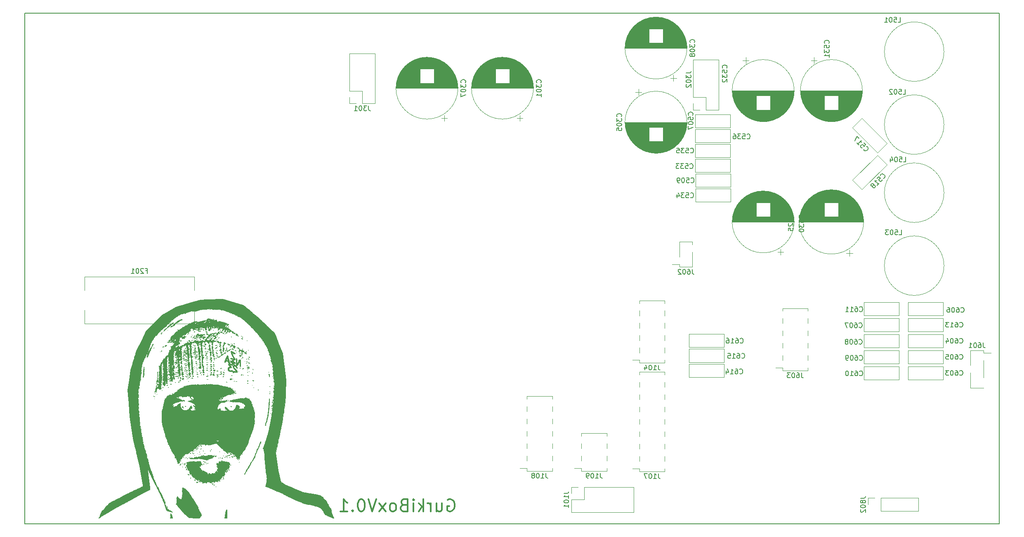
<source format=gbr>
%TF.GenerationSoftware,KiCad,Pcbnew,5.0.2-bee76a0~70~ubuntu18.04.1*%
%TF.CreationDate,2020-04-18T15:19:36+02:00*%
%TF.ProjectId,MukkeBox,4d756b6b-6542-46f7-982e-6b696361645f,rev?*%
%TF.SameCoordinates,Original*%
%TF.FileFunction,Legend,Bot*%
%TF.FilePolarity,Positive*%
%FSLAX46Y46*%
G04 Gerber Fmt 4.6, Leading zero omitted, Abs format (unit mm)*
G04 Created by KiCad (PCBNEW 5.0.2-bee76a0~70~ubuntu18.04.1) date Sa 18 Apr 2020 15:19:36 CEST*
%MOMM*%
%LPD*%
G01*
G04 APERTURE LIST*
%ADD10C,0.300000*%
%ADD11C,0.150000*%
%ADD12C,0.120000*%
%ADD13C,0.010000*%
G04 APERTURE END LIST*
D10*
X132263619Y-137134000D02*
X132501714Y-137014952D01*
X132858857Y-137014952D01*
X133216000Y-137134000D01*
X133454095Y-137372095D01*
X133573142Y-137610190D01*
X133692190Y-138086380D01*
X133692190Y-138443523D01*
X133573142Y-138919714D01*
X133454095Y-139157809D01*
X133216000Y-139395904D01*
X132858857Y-139514952D01*
X132620761Y-139514952D01*
X132263619Y-139395904D01*
X132144571Y-139276857D01*
X132144571Y-138443523D01*
X132620761Y-138443523D01*
X130001714Y-137848285D02*
X130001714Y-139514952D01*
X131073142Y-137848285D02*
X131073142Y-139157809D01*
X130954095Y-139395904D01*
X130716000Y-139514952D01*
X130358857Y-139514952D01*
X130120761Y-139395904D01*
X130001714Y-139276857D01*
X128811238Y-139514952D02*
X128811238Y-137848285D01*
X128811238Y-138324476D02*
X128692190Y-138086380D01*
X128573142Y-137967333D01*
X128335047Y-137848285D01*
X128096952Y-137848285D01*
X127263619Y-139514952D02*
X127263619Y-137014952D01*
X127025523Y-138562571D02*
X126311238Y-139514952D01*
X126311238Y-137848285D02*
X127263619Y-138800666D01*
X125239809Y-139514952D02*
X125239809Y-137848285D01*
X125239809Y-137014952D02*
X125358857Y-137134000D01*
X125239809Y-137253047D01*
X125120761Y-137134000D01*
X125239809Y-137014952D01*
X125239809Y-137253047D01*
X123216000Y-138205428D02*
X122858857Y-138324476D01*
X122739809Y-138443523D01*
X122620761Y-138681619D01*
X122620761Y-139038761D01*
X122739809Y-139276857D01*
X122858857Y-139395904D01*
X123096952Y-139514952D01*
X124049333Y-139514952D01*
X124049333Y-137014952D01*
X123216000Y-137014952D01*
X122977904Y-137134000D01*
X122858857Y-137253047D01*
X122739809Y-137491142D01*
X122739809Y-137729238D01*
X122858857Y-137967333D01*
X122977904Y-138086380D01*
X123216000Y-138205428D01*
X124049333Y-138205428D01*
X121192190Y-139514952D02*
X121430285Y-139395904D01*
X121549333Y-139276857D01*
X121668380Y-139038761D01*
X121668380Y-138324476D01*
X121549333Y-138086380D01*
X121430285Y-137967333D01*
X121192190Y-137848285D01*
X120835047Y-137848285D01*
X120596952Y-137967333D01*
X120477904Y-138086380D01*
X120358857Y-138324476D01*
X120358857Y-139038761D01*
X120477904Y-139276857D01*
X120596952Y-139395904D01*
X120835047Y-139514952D01*
X121192190Y-139514952D01*
X119525523Y-139514952D02*
X118216000Y-137848285D01*
X119525523Y-137848285D02*
X118216000Y-139514952D01*
X117620761Y-137014952D02*
X116787428Y-139514952D01*
X115954095Y-137014952D01*
X114644571Y-137014952D02*
X114406476Y-137014952D01*
X114168380Y-137134000D01*
X114049333Y-137253047D01*
X113930285Y-137491142D01*
X113811238Y-137967333D01*
X113811238Y-138562571D01*
X113930285Y-139038761D01*
X114049333Y-139276857D01*
X114168380Y-139395904D01*
X114406476Y-139514952D01*
X114644571Y-139514952D01*
X114882666Y-139395904D01*
X115001714Y-139276857D01*
X115120761Y-139038761D01*
X115239809Y-138562571D01*
X115239809Y-137967333D01*
X115120761Y-137491142D01*
X115001714Y-137253047D01*
X114882666Y-137134000D01*
X114644571Y-137014952D01*
X112739809Y-139276857D02*
X112620761Y-139395904D01*
X112739809Y-139514952D01*
X112858857Y-139395904D01*
X112739809Y-139276857D01*
X112739809Y-139514952D01*
X110239809Y-139514952D02*
X111668380Y-139514952D01*
X110954095Y-139514952D02*
X110954095Y-137014952D01*
X111192190Y-137372095D01*
X111430285Y-137610190D01*
X111668380Y-137729238D01*
D11*
X45466000Y-37084000D02*
X45466000Y-142084000D01*
X45466000Y-142084000D02*
X245466000Y-142084000D01*
X245466000Y-37084000D02*
X245466000Y-142084000D01*
X45466000Y-37084000D02*
X245466000Y-37084000D01*
D12*
X215365000Y-86434569D02*
X214065000Y-86434569D01*
X214715000Y-87084569D02*
X214715000Y-85784569D01*
X211475000Y-73399000D02*
X210525000Y-73399000D01*
X211850000Y-73439000D02*
X210150000Y-73439000D01*
X212107000Y-73479000D02*
X209893000Y-73479000D01*
X212315000Y-73519000D02*
X209685000Y-73519000D01*
X212494000Y-73559000D02*
X209506000Y-73559000D01*
X212653000Y-73599000D02*
X209347000Y-73599000D01*
X212798000Y-73639000D02*
X209202000Y-73639000D01*
X212931000Y-73679000D02*
X209069000Y-73679000D01*
X213055000Y-73719000D02*
X208945000Y-73719000D01*
X213171000Y-73759000D02*
X208829000Y-73759000D01*
X213281000Y-73799000D02*
X208719000Y-73799000D01*
X213385000Y-73839000D02*
X208615000Y-73839000D01*
X213484000Y-73879000D02*
X208516000Y-73879000D01*
X213579000Y-73919000D02*
X208421000Y-73919000D01*
X213670000Y-73959000D02*
X208330000Y-73959000D01*
X213758000Y-73999000D02*
X208242000Y-73999000D01*
X213842000Y-74039000D02*
X208158000Y-74039000D01*
X213923000Y-74079000D02*
X208077000Y-74079000D01*
X214002000Y-74119000D02*
X207998000Y-74119000D01*
X214078000Y-74159000D02*
X207922000Y-74159000D01*
X214152000Y-74199000D02*
X207848000Y-74199000D01*
X214223000Y-74239000D02*
X207777000Y-74239000D01*
X214293000Y-74279000D02*
X207707000Y-74279000D01*
X214361000Y-74319000D02*
X207639000Y-74319000D01*
X214427000Y-74359000D02*
X207573000Y-74359000D01*
X214491000Y-74399000D02*
X207509000Y-74399000D01*
X214554000Y-74439000D02*
X207446000Y-74439000D01*
X214615000Y-74479000D02*
X207385000Y-74479000D01*
X214675000Y-74519000D02*
X207325000Y-74519000D01*
X214733000Y-74559000D02*
X207267000Y-74559000D01*
X214790000Y-74599000D02*
X207210000Y-74599000D01*
X214846000Y-74639000D02*
X207154000Y-74639000D01*
X214900000Y-74679000D02*
X207100000Y-74679000D01*
X214954000Y-74719000D02*
X207046000Y-74719000D01*
X215006000Y-74759000D02*
X206994000Y-74759000D01*
X215057000Y-74799000D02*
X206943000Y-74799000D01*
X215108000Y-74839000D02*
X206892000Y-74839000D01*
X215157000Y-74879000D02*
X206843000Y-74879000D01*
X215205000Y-74919000D02*
X206795000Y-74919000D01*
X215253000Y-74959000D02*
X206747000Y-74959000D01*
X215299000Y-74999000D02*
X206701000Y-74999000D01*
X215345000Y-75039000D02*
X206655000Y-75039000D01*
X215390000Y-75079000D02*
X206610000Y-75079000D01*
X215434000Y-75119000D02*
X206566000Y-75119000D01*
X215477000Y-75159000D02*
X206523000Y-75159000D01*
X215519000Y-75199000D02*
X206481000Y-75199000D01*
X215561000Y-75239000D02*
X206439000Y-75239000D01*
X215602000Y-75279000D02*
X206398000Y-75279000D01*
X215643000Y-75319000D02*
X206357000Y-75319000D01*
X215682000Y-75359000D02*
X206318000Y-75359000D01*
X215721000Y-75399000D02*
X206279000Y-75399000D01*
X215760000Y-75439000D02*
X206240000Y-75439000D01*
X215797000Y-75479000D02*
X206203000Y-75479000D01*
X215834000Y-75519000D02*
X206166000Y-75519000D01*
X215871000Y-75559000D02*
X206129000Y-75559000D01*
X215907000Y-75599000D02*
X206093000Y-75599000D01*
X215942000Y-75639000D02*
X206058000Y-75639000D01*
X215977000Y-75679000D02*
X206023000Y-75679000D01*
X216011000Y-75719000D02*
X205989000Y-75719000D01*
X216044000Y-75759000D02*
X205956000Y-75759000D01*
X216078000Y-75799000D02*
X205922000Y-75799000D01*
X216110000Y-75839000D02*
X205890000Y-75839000D01*
X216142000Y-75879000D02*
X205858000Y-75879000D01*
X216174000Y-75919000D02*
X205826000Y-75919000D01*
X216205000Y-75959000D02*
X205795000Y-75959000D01*
X216235000Y-75999000D02*
X205765000Y-75999000D01*
X216265000Y-76039000D02*
X205735000Y-76039000D01*
X209560000Y-76079000D02*
X205705000Y-76079000D01*
X216295000Y-76079000D02*
X212440000Y-76079000D01*
X209560000Y-76119000D02*
X205676000Y-76119000D01*
X216324000Y-76119000D02*
X212440000Y-76119000D01*
X209560000Y-76159000D02*
X205647000Y-76159000D01*
X216353000Y-76159000D02*
X212440000Y-76159000D01*
X209560000Y-76199000D02*
X205619000Y-76199000D01*
X216381000Y-76199000D02*
X212440000Y-76199000D01*
X209560000Y-76239000D02*
X205591000Y-76239000D01*
X216409000Y-76239000D02*
X212440000Y-76239000D01*
X209560000Y-76279000D02*
X205564000Y-76279000D01*
X216436000Y-76279000D02*
X212440000Y-76279000D01*
X209560000Y-76319000D02*
X205537000Y-76319000D01*
X216463000Y-76319000D02*
X212440000Y-76319000D01*
X209560000Y-76359000D02*
X205510000Y-76359000D01*
X216490000Y-76359000D02*
X212440000Y-76359000D01*
X209560000Y-76399000D02*
X205484000Y-76399000D01*
X216516000Y-76399000D02*
X212440000Y-76399000D01*
X209560000Y-76439000D02*
X205458000Y-76439000D01*
X216542000Y-76439000D02*
X212440000Y-76439000D01*
X209560000Y-76479000D02*
X205433000Y-76479000D01*
X216567000Y-76479000D02*
X212440000Y-76479000D01*
X209560000Y-76519000D02*
X205408000Y-76519000D01*
X216592000Y-76519000D02*
X212440000Y-76519000D01*
X209560000Y-76559000D02*
X205383000Y-76559000D01*
X216617000Y-76559000D02*
X212440000Y-76559000D01*
X209560000Y-76599000D02*
X205359000Y-76599000D01*
X216641000Y-76599000D02*
X212440000Y-76599000D01*
X209560000Y-76639000D02*
X205336000Y-76639000D01*
X216664000Y-76639000D02*
X212440000Y-76639000D01*
X209560000Y-76679000D02*
X205312000Y-76679000D01*
X216688000Y-76679000D02*
X212440000Y-76679000D01*
X209560000Y-76719000D02*
X205289000Y-76719000D01*
X216711000Y-76719000D02*
X212440000Y-76719000D01*
X209560000Y-76759000D02*
X205267000Y-76759000D01*
X216733000Y-76759000D02*
X212440000Y-76759000D01*
X209560000Y-76799000D02*
X205244000Y-76799000D01*
X216756000Y-76799000D02*
X212440000Y-76799000D01*
X209560000Y-76839000D02*
X205222000Y-76839000D01*
X216778000Y-76839000D02*
X212440000Y-76839000D01*
X209560000Y-76879000D02*
X205201000Y-76879000D01*
X216799000Y-76879000D02*
X212440000Y-76879000D01*
X209560000Y-76919000D02*
X205180000Y-76919000D01*
X216820000Y-76919000D02*
X212440000Y-76919000D01*
X209560000Y-76959000D02*
X205159000Y-76959000D01*
X216841000Y-76959000D02*
X212440000Y-76959000D01*
X209560000Y-76999000D02*
X205138000Y-76999000D01*
X216862000Y-76999000D02*
X212440000Y-76999000D01*
X209560000Y-77039000D02*
X205118000Y-77039000D01*
X216882000Y-77039000D02*
X212440000Y-77039000D01*
X209560000Y-77079000D02*
X205098000Y-77079000D01*
X216902000Y-77079000D02*
X212440000Y-77079000D01*
X209560000Y-77119000D02*
X205079000Y-77119000D01*
X216921000Y-77119000D02*
X212440000Y-77119000D01*
X209560000Y-77159000D02*
X205060000Y-77159000D01*
X216940000Y-77159000D02*
X212440000Y-77159000D01*
X209560000Y-77199000D02*
X205041000Y-77199000D01*
X216959000Y-77199000D02*
X212440000Y-77199000D01*
X209560000Y-77239000D02*
X205022000Y-77239000D01*
X216978000Y-77239000D02*
X212440000Y-77239000D01*
X209560000Y-77279000D02*
X205004000Y-77279000D01*
X216996000Y-77279000D02*
X212440000Y-77279000D01*
X209560000Y-77319000D02*
X204986000Y-77319000D01*
X217014000Y-77319000D02*
X212440000Y-77319000D01*
X209560000Y-77359000D02*
X204969000Y-77359000D01*
X217031000Y-77359000D02*
X212440000Y-77359000D01*
X209560000Y-77399000D02*
X204951000Y-77399000D01*
X217049000Y-77399000D02*
X212440000Y-77399000D01*
X209560000Y-77439000D02*
X204935000Y-77439000D01*
X217065000Y-77439000D02*
X212440000Y-77439000D01*
X209560000Y-77479000D02*
X204918000Y-77479000D01*
X217082000Y-77479000D02*
X212440000Y-77479000D01*
X209560000Y-77519000D02*
X204902000Y-77519000D01*
X217098000Y-77519000D02*
X212440000Y-77519000D01*
X209560000Y-77559000D02*
X204886000Y-77559000D01*
X217114000Y-77559000D02*
X212440000Y-77559000D01*
X209560000Y-77599000D02*
X204870000Y-77599000D01*
X217130000Y-77599000D02*
X212440000Y-77599000D01*
X209560000Y-77639000D02*
X204854000Y-77639000D01*
X217146000Y-77639000D02*
X212440000Y-77639000D01*
X209560000Y-77679000D02*
X204839000Y-77679000D01*
X217161000Y-77679000D02*
X212440000Y-77679000D01*
X209560000Y-77719000D02*
X204825000Y-77719000D01*
X217175000Y-77719000D02*
X212440000Y-77719000D01*
X209560000Y-77759000D02*
X204810000Y-77759000D01*
X217190000Y-77759000D02*
X212440000Y-77759000D01*
X209560000Y-77799000D02*
X204796000Y-77799000D01*
X217204000Y-77799000D02*
X212440000Y-77799000D01*
X209560000Y-77839000D02*
X204782000Y-77839000D01*
X217218000Y-77839000D02*
X212440000Y-77839000D01*
X209560000Y-77879000D02*
X204768000Y-77879000D01*
X217232000Y-77879000D02*
X212440000Y-77879000D01*
X209560000Y-77919000D02*
X204755000Y-77919000D01*
X217245000Y-77919000D02*
X212440000Y-77919000D01*
X209560000Y-77959000D02*
X204742000Y-77959000D01*
X217258000Y-77959000D02*
X212440000Y-77959000D01*
X209560000Y-77999000D02*
X204729000Y-77999000D01*
X217271000Y-77999000D02*
X212440000Y-77999000D01*
X209560000Y-78039000D02*
X204716000Y-78039000D01*
X217284000Y-78039000D02*
X212440000Y-78039000D01*
X209560000Y-78079000D02*
X204704000Y-78079000D01*
X217296000Y-78079000D02*
X212440000Y-78079000D01*
X209560000Y-78119000D02*
X204692000Y-78119000D01*
X217308000Y-78119000D02*
X212440000Y-78119000D01*
X209560000Y-78159000D02*
X204680000Y-78159000D01*
X217320000Y-78159000D02*
X212440000Y-78159000D01*
X209560000Y-78199000D02*
X204669000Y-78199000D01*
X217331000Y-78199000D02*
X212440000Y-78199000D01*
X209560000Y-78239000D02*
X204658000Y-78239000D01*
X217342000Y-78239000D02*
X212440000Y-78239000D01*
X209560000Y-78279000D02*
X204647000Y-78279000D01*
X217353000Y-78279000D02*
X212440000Y-78279000D01*
X209560000Y-78319000D02*
X204636000Y-78319000D01*
X217364000Y-78319000D02*
X212440000Y-78319000D01*
X209560000Y-78359000D02*
X204626000Y-78359000D01*
X217374000Y-78359000D02*
X212440000Y-78359000D01*
X209560000Y-78399000D02*
X204616000Y-78399000D01*
X217384000Y-78399000D02*
X212440000Y-78399000D01*
X209560000Y-78439000D02*
X204606000Y-78439000D01*
X217394000Y-78439000D02*
X212440000Y-78439000D01*
X209560000Y-78479000D02*
X204596000Y-78479000D01*
X217404000Y-78479000D02*
X212440000Y-78479000D01*
X209560000Y-78519000D02*
X204587000Y-78519000D01*
X217413000Y-78519000D02*
X212440000Y-78519000D01*
X209560000Y-78559000D02*
X204578000Y-78559000D01*
X217422000Y-78559000D02*
X212440000Y-78559000D01*
X209560000Y-78599000D02*
X204569000Y-78599000D01*
X217431000Y-78599000D02*
X212440000Y-78599000D01*
X209560000Y-78639000D02*
X204561000Y-78639000D01*
X217439000Y-78639000D02*
X212440000Y-78639000D01*
X209560000Y-78679000D02*
X204552000Y-78679000D01*
X217448000Y-78679000D02*
X212440000Y-78679000D01*
X209560000Y-78719000D02*
X204544000Y-78719000D01*
X217456000Y-78719000D02*
X212440000Y-78719000D01*
X209560000Y-78759000D02*
X204537000Y-78759000D01*
X217463000Y-78759000D02*
X212440000Y-78759000D01*
X209560000Y-78799000D02*
X204529000Y-78799000D01*
X217471000Y-78799000D02*
X212440000Y-78799000D01*
X209560000Y-78839000D02*
X204522000Y-78839000D01*
X217478000Y-78839000D02*
X212440000Y-78839000D01*
X209560000Y-78879000D02*
X204515000Y-78879000D01*
X217485000Y-78879000D02*
X212440000Y-78879000D01*
X209560000Y-78919000D02*
X204508000Y-78919000D01*
X217492000Y-78919000D02*
X212440000Y-78919000D01*
X217498000Y-78959000D02*
X204502000Y-78959000D01*
X217505000Y-78999000D02*
X204495000Y-78999000D01*
X217511000Y-79039000D02*
X204489000Y-79039000D01*
X217516000Y-79079000D02*
X204484000Y-79079000D01*
X217522000Y-79119000D02*
X204478000Y-79119000D01*
X217527000Y-79159000D02*
X204473000Y-79159000D01*
X217532000Y-79199000D02*
X204468000Y-79199000D01*
X217537000Y-79239000D02*
X204463000Y-79239000D01*
X217541000Y-79279000D02*
X204459000Y-79279000D01*
X217545000Y-79320000D02*
X204455000Y-79320000D01*
X217549000Y-79360000D02*
X204451000Y-79360000D01*
X217553000Y-79400000D02*
X204447000Y-79400000D01*
X217557000Y-79440000D02*
X204443000Y-79440000D01*
X217560000Y-79480000D02*
X204440000Y-79480000D01*
X217563000Y-79520000D02*
X204437000Y-79520000D01*
X217566000Y-79560000D02*
X204434000Y-79560000D01*
X217568000Y-79600000D02*
X204432000Y-79600000D01*
X217571000Y-79640000D02*
X204429000Y-79640000D01*
X217573000Y-79680000D02*
X204427000Y-79680000D01*
X217575000Y-79720000D02*
X204425000Y-79720000D01*
X217576000Y-79760000D02*
X204424000Y-79760000D01*
X217577000Y-79800000D02*
X204423000Y-79800000D01*
X217579000Y-79840000D02*
X204421000Y-79840000D01*
X217579000Y-79880000D02*
X204421000Y-79880000D01*
X217580000Y-79920000D02*
X204420000Y-79920000D01*
X217580000Y-79960000D02*
X204420000Y-79960000D01*
X217580000Y-80000000D02*
X204420000Y-80000000D01*
X217620000Y-80000000D02*
G75*
G03X217620000Y-80000000I-6620000J0D01*
G01*
X201200000Y-86192082D02*
X199950000Y-86192082D01*
X200575000Y-86817082D02*
X200575000Y-85567082D01*
X197317000Y-73639000D02*
X196683000Y-73639000D01*
X197757000Y-73679000D02*
X196243000Y-73679000D01*
X198028000Y-73719000D02*
X195972000Y-73719000D01*
X198241000Y-73759000D02*
X195759000Y-73759000D01*
X198422000Y-73799000D02*
X195578000Y-73799000D01*
X198583000Y-73839000D02*
X195417000Y-73839000D01*
X198728000Y-73879000D02*
X195272000Y-73879000D01*
X198861000Y-73919000D02*
X195139000Y-73919000D01*
X198984000Y-73959000D02*
X195016000Y-73959000D01*
X199100000Y-73999000D02*
X194900000Y-73999000D01*
X199209000Y-74039000D02*
X194791000Y-74039000D01*
X199312000Y-74079000D02*
X194688000Y-74079000D01*
X199410000Y-74119000D02*
X194590000Y-74119000D01*
X199504000Y-74159000D02*
X194496000Y-74159000D01*
X199594000Y-74199000D02*
X194406000Y-74199000D01*
X199681000Y-74239000D02*
X194319000Y-74239000D01*
X199764000Y-74279000D02*
X194236000Y-74279000D01*
X199844000Y-74319000D02*
X194156000Y-74319000D01*
X199921000Y-74359000D02*
X194079000Y-74359000D01*
X199996000Y-74399000D02*
X194004000Y-74399000D01*
X200069000Y-74439000D02*
X193931000Y-74439000D01*
X200140000Y-74479000D02*
X193860000Y-74479000D01*
X200208000Y-74519000D02*
X193792000Y-74519000D01*
X200275000Y-74559000D02*
X193725000Y-74559000D01*
X200339000Y-74599000D02*
X193661000Y-74599000D01*
X200402000Y-74639000D02*
X193598000Y-74639000D01*
X200464000Y-74679000D02*
X193536000Y-74679000D01*
X200524000Y-74719000D02*
X193476000Y-74719000D01*
X200583000Y-74759000D02*
X193417000Y-74759000D01*
X200640000Y-74799000D02*
X193360000Y-74799000D01*
X200696000Y-74839000D02*
X193304000Y-74839000D01*
X200750000Y-74879000D02*
X193250000Y-74879000D01*
X200804000Y-74919000D02*
X193196000Y-74919000D01*
X200856000Y-74959000D02*
X193144000Y-74959000D01*
X200907000Y-74999000D02*
X193093000Y-74999000D01*
X200957000Y-75039000D02*
X193043000Y-75039000D01*
X201007000Y-75079000D02*
X192993000Y-75079000D01*
X201055000Y-75119000D02*
X192945000Y-75119000D01*
X201102000Y-75159000D02*
X192898000Y-75159000D01*
X201148000Y-75199000D02*
X192852000Y-75199000D01*
X201194000Y-75239000D02*
X192806000Y-75239000D01*
X201238000Y-75279000D02*
X192762000Y-75279000D01*
X201282000Y-75319000D02*
X192718000Y-75319000D01*
X201325000Y-75359000D02*
X192675000Y-75359000D01*
X201367000Y-75399000D02*
X192633000Y-75399000D01*
X201408000Y-75439000D02*
X192592000Y-75439000D01*
X201449000Y-75479000D02*
X192551000Y-75479000D01*
X201489000Y-75519000D02*
X192511000Y-75519000D01*
X201528000Y-75559000D02*
X192472000Y-75559000D01*
X201567000Y-75599000D02*
X192433000Y-75599000D01*
X201605000Y-75639000D02*
X192395000Y-75639000D01*
X201642000Y-75679000D02*
X192358000Y-75679000D01*
X201678000Y-75719000D02*
X192322000Y-75719000D01*
X201714000Y-75759000D02*
X192286000Y-75759000D01*
X201750000Y-75799000D02*
X192250000Y-75799000D01*
X201785000Y-75839000D02*
X192215000Y-75839000D01*
X201819000Y-75879000D02*
X192181000Y-75879000D01*
X201852000Y-75919000D02*
X192148000Y-75919000D01*
X201885000Y-75959000D02*
X192115000Y-75959000D01*
X201918000Y-75999000D02*
X192082000Y-75999000D01*
X201950000Y-76039000D02*
X192050000Y-76039000D01*
X195560000Y-76079000D02*
X192018000Y-76079000D01*
X201982000Y-76079000D02*
X198440000Y-76079000D01*
X195560000Y-76119000D02*
X191988000Y-76119000D01*
X202012000Y-76119000D02*
X198440000Y-76119000D01*
X195560000Y-76159000D02*
X191957000Y-76159000D01*
X202043000Y-76159000D02*
X198440000Y-76159000D01*
X195560000Y-76199000D02*
X191927000Y-76199000D01*
X202073000Y-76199000D02*
X198440000Y-76199000D01*
X195560000Y-76239000D02*
X191898000Y-76239000D01*
X202102000Y-76239000D02*
X198440000Y-76239000D01*
X195560000Y-76279000D02*
X191869000Y-76279000D01*
X202131000Y-76279000D02*
X198440000Y-76279000D01*
X195560000Y-76319000D02*
X191840000Y-76319000D01*
X202160000Y-76319000D02*
X198440000Y-76319000D01*
X195560000Y-76359000D02*
X191812000Y-76359000D01*
X202188000Y-76359000D02*
X198440000Y-76359000D01*
X195560000Y-76399000D02*
X191784000Y-76399000D01*
X202216000Y-76399000D02*
X198440000Y-76399000D01*
X195560000Y-76439000D02*
X191757000Y-76439000D01*
X202243000Y-76439000D02*
X198440000Y-76439000D01*
X195560000Y-76479000D02*
X191730000Y-76479000D01*
X202270000Y-76479000D02*
X198440000Y-76479000D01*
X195560000Y-76519000D02*
X191704000Y-76519000D01*
X202296000Y-76519000D02*
X198440000Y-76519000D01*
X195560000Y-76559000D02*
X191678000Y-76559000D01*
X202322000Y-76559000D02*
X198440000Y-76559000D01*
X195560000Y-76599000D02*
X191653000Y-76599000D01*
X202347000Y-76599000D02*
X198440000Y-76599000D01*
X195560000Y-76639000D02*
X191628000Y-76639000D01*
X202372000Y-76639000D02*
X198440000Y-76639000D01*
X195560000Y-76679000D02*
X191603000Y-76679000D01*
X202397000Y-76679000D02*
X198440000Y-76679000D01*
X195560000Y-76719000D02*
X191579000Y-76719000D01*
X202421000Y-76719000D02*
X198440000Y-76719000D01*
X195560000Y-76759000D02*
X191555000Y-76759000D01*
X202445000Y-76759000D02*
X198440000Y-76759000D01*
X195560000Y-76799000D02*
X191532000Y-76799000D01*
X202468000Y-76799000D02*
X198440000Y-76799000D01*
X195560000Y-76839000D02*
X191509000Y-76839000D01*
X202491000Y-76839000D02*
X198440000Y-76839000D01*
X195560000Y-76879000D02*
X191486000Y-76879000D01*
X202514000Y-76879000D02*
X198440000Y-76879000D01*
X195560000Y-76919000D02*
X191464000Y-76919000D01*
X202536000Y-76919000D02*
X198440000Y-76919000D01*
X195560000Y-76959000D02*
X191442000Y-76959000D01*
X202558000Y-76959000D02*
X198440000Y-76959000D01*
X195560000Y-76999000D02*
X191420000Y-76999000D01*
X202580000Y-76999000D02*
X198440000Y-76999000D01*
X195560000Y-77039000D02*
X191399000Y-77039000D01*
X202601000Y-77039000D02*
X198440000Y-77039000D01*
X195560000Y-77079000D02*
X191378000Y-77079000D01*
X202622000Y-77079000D02*
X198440000Y-77079000D01*
X195560000Y-77119000D02*
X191358000Y-77119000D01*
X202642000Y-77119000D02*
X198440000Y-77119000D01*
X195560000Y-77159000D02*
X191338000Y-77159000D01*
X202662000Y-77159000D02*
X198440000Y-77159000D01*
X195560000Y-77199000D02*
X191318000Y-77199000D01*
X202682000Y-77199000D02*
X198440000Y-77199000D01*
X195560000Y-77239000D02*
X191298000Y-77239000D01*
X202702000Y-77239000D02*
X198440000Y-77239000D01*
X195560000Y-77279000D02*
X191279000Y-77279000D01*
X202721000Y-77279000D02*
X198440000Y-77279000D01*
X195560000Y-77319000D02*
X191261000Y-77319000D01*
X202739000Y-77319000D02*
X198440000Y-77319000D01*
X195560000Y-77359000D02*
X191242000Y-77359000D01*
X202758000Y-77359000D02*
X198440000Y-77359000D01*
X195560000Y-77399000D02*
X191224000Y-77399000D01*
X202776000Y-77399000D02*
X198440000Y-77399000D01*
X195560000Y-77439000D02*
X191207000Y-77439000D01*
X202793000Y-77439000D02*
X198440000Y-77439000D01*
X195560000Y-77479000D02*
X191189000Y-77479000D01*
X202811000Y-77479000D02*
X198440000Y-77479000D01*
X195560000Y-77519000D02*
X191172000Y-77519000D01*
X202828000Y-77519000D02*
X198440000Y-77519000D01*
X195560000Y-77559000D02*
X191155000Y-77559000D01*
X202845000Y-77559000D02*
X198440000Y-77559000D01*
X195560000Y-77599000D02*
X191139000Y-77599000D01*
X202861000Y-77599000D02*
X198440000Y-77599000D01*
X195560000Y-77639000D02*
X191123000Y-77639000D01*
X202877000Y-77639000D02*
X198440000Y-77639000D01*
X195560000Y-77679000D02*
X191107000Y-77679000D01*
X202893000Y-77679000D02*
X198440000Y-77679000D01*
X195560000Y-77719000D02*
X191092000Y-77719000D01*
X202908000Y-77719000D02*
X198440000Y-77719000D01*
X195560000Y-77759000D02*
X191076000Y-77759000D01*
X202924000Y-77759000D02*
X198440000Y-77759000D01*
X195560000Y-77799000D02*
X191061000Y-77799000D01*
X202939000Y-77799000D02*
X198440000Y-77799000D01*
X195560000Y-77839000D02*
X191047000Y-77839000D01*
X202953000Y-77839000D02*
X198440000Y-77839000D01*
X195560000Y-77879000D02*
X191033000Y-77879000D01*
X202967000Y-77879000D02*
X198440000Y-77879000D01*
X195560000Y-77919000D02*
X191019000Y-77919000D01*
X202981000Y-77919000D02*
X198440000Y-77919000D01*
X195560000Y-77959000D02*
X191005000Y-77959000D01*
X202995000Y-77959000D02*
X198440000Y-77959000D01*
X195560000Y-77999000D02*
X190992000Y-77999000D01*
X203008000Y-77999000D02*
X198440000Y-77999000D01*
X195560000Y-78039000D02*
X190979000Y-78039000D01*
X203021000Y-78039000D02*
X198440000Y-78039000D01*
X195560000Y-78079000D02*
X190966000Y-78079000D01*
X203034000Y-78079000D02*
X198440000Y-78079000D01*
X195560000Y-78119000D02*
X190953000Y-78119000D01*
X203047000Y-78119000D02*
X198440000Y-78119000D01*
X195560000Y-78159000D02*
X190941000Y-78159000D01*
X203059000Y-78159000D02*
X198440000Y-78159000D01*
X195560000Y-78199000D02*
X190929000Y-78199000D01*
X203071000Y-78199000D02*
X198440000Y-78199000D01*
X195560000Y-78239000D02*
X190917000Y-78239000D01*
X203083000Y-78239000D02*
X198440000Y-78239000D01*
X195560000Y-78279000D02*
X190906000Y-78279000D01*
X203094000Y-78279000D02*
X198440000Y-78279000D01*
X195560000Y-78319000D02*
X190895000Y-78319000D01*
X203105000Y-78319000D02*
X198440000Y-78319000D01*
X195560000Y-78359000D02*
X190884000Y-78359000D01*
X203116000Y-78359000D02*
X198440000Y-78359000D01*
X195560000Y-78399000D02*
X190874000Y-78399000D01*
X203126000Y-78399000D02*
X198440000Y-78399000D01*
X195560000Y-78439000D02*
X190863000Y-78439000D01*
X203137000Y-78439000D02*
X198440000Y-78439000D01*
X195560000Y-78479000D02*
X190854000Y-78479000D01*
X203146000Y-78479000D02*
X198440000Y-78479000D01*
X195560000Y-78519000D02*
X190844000Y-78519000D01*
X203156000Y-78519000D02*
X198440000Y-78519000D01*
X195560000Y-78559000D02*
X190834000Y-78559000D01*
X203166000Y-78559000D02*
X198440000Y-78559000D01*
X195560000Y-78599000D02*
X190825000Y-78599000D01*
X203175000Y-78599000D02*
X198440000Y-78599000D01*
X195560000Y-78639000D02*
X190816000Y-78639000D01*
X203184000Y-78639000D02*
X198440000Y-78639000D01*
X195560000Y-78679000D02*
X190808000Y-78679000D01*
X203192000Y-78679000D02*
X198440000Y-78679000D01*
X195560000Y-78719000D02*
X190799000Y-78719000D01*
X203201000Y-78719000D02*
X198440000Y-78719000D01*
X195560000Y-78759000D02*
X190791000Y-78759000D01*
X203209000Y-78759000D02*
X198440000Y-78759000D01*
X195560000Y-78799000D02*
X190784000Y-78799000D01*
X203216000Y-78799000D02*
X198440000Y-78799000D01*
X195560000Y-78839000D02*
X190776000Y-78839000D01*
X203224000Y-78839000D02*
X198440000Y-78839000D01*
X195560000Y-78879000D02*
X190769000Y-78879000D01*
X203231000Y-78879000D02*
X198440000Y-78879000D01*
X195560000Y-78919000D02*
X190762000Y-78919000D01*
X203238000Y-78919000D02*
X198440000Y-78919000D01*
X203245000Y-78959000D02*
X190755000Y-78959000D01*
X203252000Y-78999000D02*
X190748000Y-78999000D01*
X203258000Y-79039000D02*
X190742000Y-79039000D01*
X203264000Y-79079000D02*
X190736000Y-79079000D01*
X203269000Y-79119000D02*
X190731000Y-79119000D01*
X203275000Y-79159000D02*
X190725000Y-79159000D01*
X203280000Y-79199000D02*
X190720000Y-79199000D01*
X203285000Y-79239000D02*
X190715000Y-79239000D01*
X203290000Y-79279000D02*
X190710000Y-79279000D01*
X203294000Y-79320000D02*
X190706000Y-79320000D01*
X203298000Y-79360000D02*
X190702000Y-79360000D01*
X203302000Y-79400000D02*
X190698000Y-79400000D01*
X203306000Y-79440000D02*
X190694000Y-79440000D01*
X203309000Y-79480000D02*
X190691000Y-79480000D01*
X203312000Y-79520000D02*
X190688000Y-79520000D01*
X203315000Y-79560000D02*
X190685000Y-79560000D01*
X203318000Y-79600000D02*
X190682000Y-79600000D01*
X203320000Y-79640000D02*
X190680000Y-79640000D01*
X203322000Y-79680000D02*
X190678000Y-79680000D01*
X203324000Y-79720000D02*
X190676000Y-79720000D01*
X203326000Y-79760000D02*
X190674000Y-79760000D01*
X203327000Y-79800000D02*
X190673000Y-79800000D01*
X203328000Y-79840000D02*
X190672000Y-79840000D01*
X203329000Y-79880000D02*
X190671000Y-79880000D01*
X203330000Y-79920000D02*
X190670000Y-79920000D01*
X203330000Y-79960000D02*
X190670000Y-79960000D01*
X203330000Y-80000000D02*
X190670000Y-80000000D01*
X203370000Y-80000000D02*
G75*
G03X203370000Y-80000000I-6370000J0D01*
G01*
X206800000Y-46807918D02*
X208050000Y-46807918D01*
X207425000Y-46182918D02*
X207425000Y-47432918D01*
X210683000Y-59361000D02*
X211317000Y-59361000D01*
X210243000Y-59321000D02*
X211757000Y-59321000D01*
X209972000Y-59281000D02*
X212028000Y-59281000D01*
X209759000Y-59241000D02*
X212241000Y-59241000D01*
X209578000Y-59201000D02*
X212422000Y-59201000D01*
X209417000Y-59161000D02*
X212583000Y-59161000D01*
X209272000Y-59121000D02*
X212728000Y-59121000D01*
X209139000Y-59081000D02*
X212861000Y-59081000D01*
X209016000Y-59041000D02*
X212984000Y-59041000D01*
X208900000Y-59001000D02*
X213100000Y-59001000D01*
X208791000Y-58961000D02*
X213209000Y-58961000D01*
X208688000Y-58921000D02*
X213312000Y-58921000D01*
X208590000Y-58881000D02*
X213410000Y-58881000D01*
X208496000Y-58841000D02*
X213504000Y-58841000D01*
X208406000Y-58801000D02*
X213594000Y-58801000D01*
X208319000Y-58761000D02*
X213681000Y-58761000D01*
X208236000Y-58721000D02*
X213764000Y-58721000D01*
X208156000Y-58681000D02*
X213844000Y-58681000D01*
X208079000Y-58641000D02*
X213921000Y-58641000D01*
X208004000Y-58601000D02*
X213996000Y-58601000D01*
X207931000Y-58561000D02*
X214069000Y-58561000D01*
X207860000Y-58521000D02*
X214140000Y-58521000D01*
X207792000Y-58481000D02*
X214208000Y-58481000D01*
X207725000Y-58441000D02*
X214275000Y-58441000D01*
X207661000Y-58401000D02*
X214339000Y-58401000D01*
X207598000Y-58361000D02*
X214402000Y-58361000D01*
X207536000Y-58321000D02*
X214464000Y-58321000D01*
X207476000Y-58281000D02*
X214524000Y-58281000D01*
X207417000Y-58241000D02*
X214583000Y-58241000D01*
X207360000Y-58201000D02*
X214640000Y-58201000D01*
X207304000Y-58161000D02*
X214696000Y-58161000D01*
X207250000Y-58121000D02*
X214750000Y-58121000D01*
X207196000Y-58081000D02*
X214804000Y-58081000D01*
X207144000Y-58041000D02*
X214856000Y-58041000D01*
X207093000Y-58001000D02*
X214907000Y-58001000D01*
X207043000Y-57961000D02*
X214957000Y-57961000D01*
X206993000Y-57921000D02*
X215007000Y-57921000D01*
X206945000Y-57881000D02*
X215055000Y-57881000D01*
X206898000Y-57841000D02*
X215102000Y-57841000D01*
X206852000Y-57801000D02*
X215148000Y-57801000D01*
X206806000Y-57761000D02*
X215194000Y-57761000D01*
X206762000Y-57721000D02*
X215238000Y-57721000D01*
X206718000Y-57681000D02*
X215282000Y-57681000D01*
X206675000Y-57641000D02*
X215325000Y-57641000D01*
X206633000Y-57601000D02*
X215367000Y-57601000D01*
X206592000Y-57561000D02*
X215408000Y-57561000D01*
X206551000Y-57521000D02*
X215449000Y-57521000D01*
X206511000Y-57481000D02*
X215489000Y-57481000D01*
X206472000Y-57441000D02*
X215528000Y-57441000D01*
X206433000Y-57401000D02*
X215567000Y-57401000D01*
X206395000Y-57361000D02*
X215605000Y-57361000D01*
X206358000Y-57321000D02*
X215642000Y-57321000D01*
X206322000Y-57281000D02*
X215678000Y-57281000D01*
X206286000Y-57241000D02*
X215714000Y-57241000D01*
X206250000Y-57201000D02*
X215750000Y-57201000D01*
X206215000Y-57161000D02*
X215785000Y-57161000D01*
X206181000Y-57121000D02*
X215819000Y-57121000D01*
X206148000Y-57081000D02*
X215852000Y-57081000D01*
X206115000Y-57041000D02*
X215885000Y-57041000D01*
X206082000Y-57001000D02*
X215918000Y-57001000D01*
X206050000Y-56961000D02*
X215950000Y-56961000D01*
X212440000Y-56921000D02*
X215982000Y-56921000D01*
X206018000Y-56921000D02*
X209560000Y-56921000D01*
X212440000Y-56881000D02*
X216012000Y-56881000D01*
X205988000Y-56881000D02*
X209560000Y-56881000D01*
X212440000Y-56841000D02*
X216043000Y-56841000D01*
X205957000Y-56841000D02*
X209560000Y-56841000D01*
X212440000Y-56801000D02*
X216073000Y-56801000D01*
X205927000Y-56801000D02*
X209560000Y-56801000D01*
X212440000Y-56761000D02*
X216102000Y-56761000D01*
X205898000Y-56761000D02*
X209560000Y-56761000D01*
X212440000Y-56721000D02*
X216131000Y-56721000D01*
X205869000Y-56721000D02*
X209560000Y-56721000D01*
X212440000Y-56681000D02*
X216160000Y-56681000D01*
X205840000Y-56681000D02*
X209560000Y-56681000D01*
X212440000Y-56641000D02*
X216188000Y-56641000D01*
X205812000Y-56641000D02*
X209560000Y-56641000D01*
X212440000Y-56601000D02*
X216216000Y-56601000D01*
X205784000Y-56601000D02*
X209560000Y-56601000D01*
X212440000Y-56561000D02*
X216243000Y-56561000D01*
X205757000Y-56561000D02*
X209560000Y-56561000D01*
X212440000Y-56521000D02*
X216270000Y-56521000D01*
X205730000Y-56521000D02*
X209560000Y-56521000D01*
X212440000Y-56481000D02*
X216296000Y-56481000D01*
X205704000Y-56481000D02*
X209560000Y-56481000D01*
X212440000Y-56441000D02*
X216322000Y-56441000D01*
X205678000Y-56441000D02*
X209560000Y-56441000D01*
X212440000Y-56401000D02*
X216347000Y-56401000D01*
X205653000Y-56401000D02*
X209560000Y-56401000D01*
X212440000Y-56361000D02*
X216372000Y-56361000D01*
X205628000Y-56361000D02*
X209560000Y-56361000D01*
X212440000Y-56321000D02*
X216397000Y-56321000D01*
X205603000Y-56321000D02*
X209560000Y-56321000D01*
X212440000Y-56281000D02*
X216421000Y-56281000D01*
X205579000Y-56281000D02*
X209560000Y-56281000D01*
X212440000Y-56241000D02*
X216445000Y-56241000D01*
X205555000Y-56241000D02*
X209560000Y-56241000D01*
X212440000Y-56201000D02*
X216468000Y-56201000D01*
X205532000Y-56201000D02*
X209560000Y-56201000D01*
X212440000Y-56161000D02*
X216491000Y-56161000D01*
X205509000Y-56161000D02*
X209560000Y-56161000D01*
X212440000Y-56121000D02*
X216514000Y-56121000D01*
X205486000Y-56121000D02*
X209560000Y-56121000D01*
X212440000Y-56081000D02*
X216536000Y-56081000D01*
X205464000Y-56081000D02*
X209560000Y-56081000D01*
X212440000Y-56041000D02*
X216558000Y-56041000D01*
X205442000Y-56041000D02*
X209560000Y-56041000D01*
X212440000Y-56001000D02*
X216580000Y-56001000D01*
X205420000Y-56001000D02*
X209560000Y-56001000D01*
X212440000Y-55961000D02*
X216601000Y-55961000D01*
X205399000Y-55961000D02*
X209560000Y-55961000D01*
X212440000Y-55921000D02*
X216622000Y-55921000D01*
X205378000Y-55921000D02*
X209560000Y-55921000D01*
X212440000Y-55881000D02*
X216642000Y-55881000D01*
X205358000Y-55881000D02*
X209560000Y-55881000D01*
X212440000Y-55841000D02*
X216662000Y-55841000D01*
X205338000Y-55841000D02*
X209560000Y-55841000D01*
X212440000Y-55801000D02*
X216682000Y-55801000D01*
X205318000Y-55801000D02*
X209560000Y-55801000D01*
X212440000Y-55761000D02*
X216702000Y-55761000D01*
X205298000Y-55761000D02*
X209560000Y-55761000D01*
X212440000Y-55721000D02*
X216721000Y-55721000D01*
X205279000Y-55721000D02*
X209560000Y-55721000D01*
X212440000Y-55681000D02*
X216739000Y-55681000D01*
X205261000Y-55681000D02*
X209560000Y-55681000D01*
X212440000Y-55641000D02*
X216758000Y-55641000D01*
X205242000Y-55641000D02*
X209560000Y-55641000D01*
X212440000Y-55601000D02*
X216776000Y-55601000D01*
X205224000Y-55601000D02*
X209560000Y-55601000D01*
X212440000Y-55561000D02*
X216793000Y-55561000D01*
X205207000Y-55561000D02*
X209560000Y-55561000D01*
X212440000Y-55521000D02*
X216811000Y-55521000D01*
X205189000Y-55521000D02*
X209560000Y-55521000D01*
X212440000Y-55481000D02*
X216828000Y-55481000D01*
X205172000Y-55481000D02*
X209560000Y-55481000D01*
X212440000Y-55441000D02*
X216845000Y-55441000D01*
X205155000Y-55441000D02*
X209560000Y-55441000D01*
X212440000Y-55401000D02*
X216861000Y-55401000D01*
X205139000Y-55401000D02*
X209560000Y-55401000D01*
X212440000Y-55361000D02*
X216877000Y-55361000D01*
X205123000Y-55361000D02*
X209560000Y-55361000D01*
X212440000Y-55321000D02*
X216893000Y-55321000D01*
X205107000Y-55321000D02*
X209560000Y-55321000D01*
X212440000Y-55281000D02*
X216908000Y-55281000D01*
X205092000Y-55281000D02*
X209560000Y-55281000D01*
X212440000Y-55241000D02*
X216924000Y-55241000D01*
X205076000Y-55241000D02*
X209560000Y-55241000D01*
X212440000Y-55201000D02*
X216939000Y-55201000D01*
X205061000Y-55201000D02*
X209560000Y-55201000D01*
X212440000Y-55161000D02*
X216953000Y-55161000D01*
X205047000Y-55161000D02*
X209560000Y-55161000D01*
X212440000Y-55121000D02*
X216967000Y-55121000D01*
X205033000Y-55121000D02*
X209560000Y-55121000D01*
X212440000Y-55081000D02*
X216981000Y-55081000D01*
X205019000Y-55081000D02*
X209560000Y-55081000D01*
X212440000Y-55041000D02*
X216995000Y-55041000D01*
X205005000Y-55041000D02*
X209560000Y-55041000D01*
X212440000Y-55001000D02*
X217008000Y-55001000D01*
X204992000Y-55001000D02*
X209560000Y-55001000D01*
X212440000Y-54961000D02*
X217021000Y-54961000D01*
X204979000Y-54961000D02*
X209560000Y-54961000D01*
X212440000Y-54921000D02*
X217034000Y-54921000D01*
X204966000Y-54921000D02*
X209560000Y-54921000D01*
X212440000Y-54881000D02*
X217047000Y-54881000D01*
X204953000Y-54881000D02*
X209560000Y-54881000D01*
X212440000Y-54841000D02*
X217059000Y-54841000D01*
X204941000Y-54841000D02*
X209560000Y-54841000D01*
X212440000Y-54801000D02*
X217071000Y-54801000D01*
X204929000Y-54801000D02*
X209560000Y-54801000D01*
X212440000Y-54761000D02*
X217083000Y-54761000D01*
X204917000Y-54761000D02*
X209560000Y-54761000D01*
X212440000Y-54721000D02*
X217094000Y-54721000D01*
X204906000Y-54721000D02*
X209560000Y-54721000D01*
X212440000Y-54681000D02*
X217105000Y-54681000D01*
X204895000Y-54681000D02*
X209560000Y-54681000D01*
X212440000Y-54641000D02*
X217116000Y-54641000D01*
X204884000Y-54641000D02*
X209560000Y-54641000D01*
X212440000Y-54601000D02*
X217126000Y-54601000D01*
X204874000Y-54601000D02*
X209560000Y-54601000D01*
X212440000Y-54561000D02*
X217137000Y-54561000D01*
X204863000Y-54561000D02*
X209560000Y-54561000D01*
X212440000Y-54521000D02*
X217146000Y-54521000D01*
X204854000Y-54521000D02*
X209560000Y-54521000D01*
X212440000Y-54481000D02*
X217156000Y-54481000D01*
X204844000Y-54481000D02*
X209560000Y-54481000D01*
X212440000Y-54441000D02*
X217166000Y-54441000D01*
X204834000Y-54441000D02*
X209560000Y-54441000D01*
X212440000Y-54401000D02*
X217175000Y-54401000D01*
X204825000Y-54401000D02*
X209560000Y-54401000D01*
X212440000Y-54361000D02*
X217184000Y-54361000D01*
X204816000Y-54361000D02*
X209560000Y-54361000D01*
X212440000Y-54321000D02*
X217192000Y-54321000D01*
X204808000Y-54321000D02*
X209560000Y-54321000D01*
X212440000Y-54281000D02*
X217201000Y-54281000D01*
X204799000Y-54281000D02*
X209560000Y-54281000D01*
X212440000Y-54241000D02*
X217209000Y-54241000D01*
X204791000Y-54241000D02*
X209560000Y-54241000D01*
X212440000Y-54201000D02*
X217216000Y-54201000D01*
X204784000Y-54201000D02*
X209560000Y-54201000D01*
X212440000Y-54161000D02*
X217224000Y-54161000D01*
X204776000Y-54161000D02*
X209560000Y-54161000D01*
X212440000Y-54121000D02*
X217231000Y-54121000D01*
X204769000Y-54121000D02*
X209560000Y-54121000D01*
X212440000Y-54081000D02*
X217238000Y-54081000D01*
X204762000Y-54081000D02*
X209560000Y-54081000D01*
X204755000Y-54041000D02*
X217245000Y-54041000D01*
X204748000Y-54001000D02*
X217252000Y-54001000D01*
X204742000Y-53961000D02*
X217258000Y-53961000D01*
X204736000Y-53921000D02*
X217264000Y-53921000D01*
X204731000Y-53881000D02*
X217269000Y-53881000D01*
X204725000Y-53841000D02*
X217275000Y-53841000D01*
X204720000Y-53801000D02*
X217280000Y-53801000D01*
X204715000Y-53761000D02*
X217285000Y-53761000D01*
X204710000Y-53721000D02*
X217290000Y-53721000D01*
X204706000Y-53680000D02*
X217294000Y-53680000D01*
X204702000Y-53640000D02*
X217298000Y-53640000D01*
X204698000Y-53600000D02*
X217302000Y-53600000D01*
X204694000Y-53560000D02*
X217306000Y-53560000D01*
X204691000Y-53520000D02*
X217309000Y-53520000D01*
X204688000Y-53480000D02*
X217312000Y-53480000D01*
X204685000Y-53440000D02*
X217315000Y-53440000D01*
X204682000Y-53400000D02*
X217318000Y-53400000D01*
X204680000Y-53360000D02*
X217320000Y-53360000D01*
X204678000Y-53320000D02*
X217322000Y-53320000D01*
X204676000Y-53280000D02*
X217324000Y-53280000D01*
X204674000Y-53240000D02*
X217326000Y-53240000D01*
X204673000Y-53200000D02*
X217327000Y-53200000D01*
X204672000Y-53160000D02*
X217328000Y-53160000D01*
X204671000Y-53120000D02*
X217329000Y-53120000D01*
X204670000Y-53080000D02*
X217330000Y-53080000D01*
X204670000Y-53040000D02*
X217330000Y-53040000D01*
X204670000Y-53000000D02*
X217330000Y-53000000D01*
X217370000Y-53000000D02*
G75*
G03X217370000Y-53000000I-6370000J0D01*
G01*
X192800000Y-46807918D02*
X194050000Y-46807918D01*
X193425000Y-46182918D02*
X193425000Y-47432918D01*
X196683000Y-59361000D02*
X197317000Y-59361000D01*
X196243000Y-59321000D02*
X197757000Y-59321000D01*
X195972000Y-59281000D02*
X198028000Y-59281000D01*
X195759000Y-59241000D02*
X198241000Y-59241000D01*
X195578000Y-59201000D02*
X198422000Y-59201000D01*
X195417000Y-59161000D02*
X198583000Y-59161000D01*
X195272000Y-59121000D02*
X198728000Y-59121000D01*
X195139000Y-59081000D02*
X198861000Y-59081000D01*
X195016000Y-59041000D02*
X198984000Y-59041000D01*
X194900000Y-59001000D02*
X199100000Y-59001000D01*
X194791000Y-58961000D02*
X199209000Y-58961000D01*
X194688000Y-58921000D02*
X199312000Y-58921000D01*
X194590000Y-58881000D02*
X199410000Y-58881000D01*
X194496000Y-58841000D02*
X199504000Y-58841000D01*
X194406000Y-58801000D02*
X199594000Y-58801000D01*
X194319000Y-58761000D02*
X199681000Y-58761000D01*
X194236000Y-58721000D02*
X199764000Y-58721000D01*
X194156000Y-58681000D02*
X199844000Y-58681000D01*
X194079000Y-58641000D02*
X199921000Y-58641000D01*
X194004000Y-58601000D02*
X199996000Y-58601000D01*
X193931000Y-58561000D02*
X200069000Y-58561000D01*
X193860000Y-58521000D02*
X200140000Y-58521000D01*
X193792000Y-58481000D02*
X200208000Y-58481000D01*
X193725000Y-58441000D02*
X200275000Y-58441000D01*
X193661000Y-58401000D02*
X200339000Y-58401000D01*
X193598000Y-58361000D02*
X200402000Y-58361000D01*
X193536000Y-58321000D02*
X200464000Y-58321000D01*
X193476000Y-58281000D02*
X200524000Y-58281000D01*
X193417000Y-58241000D02*
X200583000Y-58241000D01*
X193360000Y-58201000D02*
X200640000Y-58201000D01*
X193304000Y-58161000D02*
X200696000Y-58161000D01*
X193250000Y-58121000D02*
X200750000Y-58121000D01*
X193196000Y-58081000D02*
X200804000Y-58081000D01*
X193144000Y-58041000D02*
X200856000Y-58041000D01*
X193093000Y-58001000D02*
X200907000Y-58001000D01*
X193043000Y-57961000D02*
X200957000Y-57961000D01*
X192993000Y-57921000D02*
X201007000Y-57921000D01*
X192945000Y-57881000D02*
X201055000Y-57881000D01*
X192898000Y-57841000D02*
X201102000Y-57841000D01*
X192852000Y-57801000D02*
X201148000Y-57801000D01*
X192806000Y-57761000D02*
X201194000Y-57761000D01*
X192762000Y-57721000D02*
X201238000Y-57721000D01*
X192718000Y-57681000D02*
X201282000Y-57681000D01*
X192675000Y-57641000D02*
X201325000Y-57641000D01*
X192633000Y-57601000D02*
X201367000Y-57601000D01*
X192592000Y-57561000D02*
X201408000Y-57561000D01*
X192551000Y-57521000D02*
X201449000Y-57521000D01*
X192511000Y-57481000D02*
X201489000Y-57481000D01*
X192472000Y-57441000D02*
X201528000Y-57441000D01*
X192433000Y-57401000D02*
X201567000Y-57401000D01*
X192395000Y-57361000D02*
X201605000Y-57361000D01*
X192358000Y-57321000D02*
X201642000Y-57321000D01*
X192322000Y-57281000D02*
X201678000Y-57281000D01*
X192286000Y-57241000D02*
X201714000Y-57241000D01*
X192250000Y-57201000D02*
X201750000Y-57201000D01*
X192215000Y-57161000D02*
X201785000Y-57161000D01*
X192181000Y-57121000D02*
X201819000Y-57121000D01*
X192148000Y-57081000D02*
X201852000Y-57081000D01*
X192115000Y-57041000D02*
X201885000Y-57041000D01*
X192082000Y-57001000D02*
X201918000Y-57001000D01*
X192050000Y-56961000D02*
X201950000Y-56961000D01*
X198440000Y-56921000D02*
X201982000Y-56921000D01*
X192018000Y-56921000D02*
X195560000Y-56921000D01*
X198440000Y-56881000D02*
X202012000Y-56881000D01*
X191988000Y-56881000D02*
X195560000Y-56881000D01*
X198440000Y-56841000D02*
X202043000Y-56841000D01*
X191957000Y-56841000D02*
X195560000Y-56841000D01*
X198440000Y-56801000D02*
X202073000Y-56801000D01*
X191927000Y-56801000D02*
X195560000Y-56801000D01*
X198440000Y-56761000D02*
X202102000Y-56761000D01*
X191898000Y-56761000D02*
X195560000Y-56761000D01*
X198440000Y-56721000D02*
X202131000Y-56721000D01*
X191869000Y-56721000D02*
X195560000Y-56721000D01*
X198440000Y-56681000D02*
X202160000Y-56681000D01*
X191840000Y-56681000D02*
X195560000Y-56681000D01*
X198440000Y-56641000D02*
X202188000Y-56641000D01*
X191812000Y-56641000D02*
X195560000Y-56641000D01*
X198440000Y-56601000D02*
X202216000Y-56601000D01*
X191784000Y-56601000D02*
X195560000Y-56601000D01*
X198440000Y-56561000D02*
X202243000Y-56561000D01*
X191757000Y-56561000D02*
X195560000Y-56561000D01*
X198440000Y-56521000D02*
X202270000Y-56521000D01*
X191730000Y-56521000D02*
X195560000Y-56521000D01*
X198440000Y-56481000D02*
X202296000Y-56481000D01*
X191704000Y-56481000D02*
X195560000Y-56481000D01*
X198440000Y-56441000D02*
X202322000Y-56441000D01*
X191678000Y-56441000D02*
X195560000Y-56441000D01*
X198440000Y-56401000D02*
X202347000Y-56401000D01*
X191653000Y-56401000D02*
X195560000Y-56401000D01*
X198440000Y-56361000D02*
X202372000Y-56361000D01*
X191628000Y-56361000D02*
X195560000Y-56361000D01*
X198440000Y-56321000D02*
X202397000Y-56321000D01*
X191603000Y-56321000D02*
X195560000Y-56321000D01*
X198440000Y-56281000D02*
X202421000Y-56281000D01*
X191579000Y-56281000D02*
X195560000Y-56281000D01*
X198440000Y-56241000D02*
X202445000Y-56241000D01*
X191555000Y-56241000D02*
X195560000Y-56241000D01*
X198440000Y-56201000D02*
X202468000Y-56201000D01*
X191532000Y-56201000D02*
X195560000Y-56201000D01*
X198440000Y-56161000D02*
X202491000Y-56161000D01*
X191509000Y-56161000D02*
X195560000Y-56161000D01*
X198440000Y-56121000D02*
X202514000Y-56121000D01*
X191486000Y-56121000D02*
X195560000Y-56121000D01*
X198440000Y-56081000D02*
X202536000Y-56081000D01*
X191464000Y-56081000D02*
X195560000Y-56081000D01*
X198440000Y-56041000D02*
X202558000Y-56041000D01*
X191442000Y-56041000D02*
X195560000Y-56041000D01*
X198440000Y-56001000D02*
X202580000Y-56001000D01*
X191420000Y-56001000D02*
X195560000Y-56001000D01*
X198440000Y-55961000D02*
X202601000Y-55961000D01*
X191399000Y-55961000D02*
X195560000Y-55961000D01*
X198440000Y-55921000D02*
X202622000Y-55921000D01*
X191378000Y-55921000D02*
X195560000Y-55921000D01*
X198440000Y-55881000D02*
X202642000Y-55881000D01*
X191358000Y-55881000D02*
X195560000Y-55881000D01*
X198440000Y-55841000D02*
X202662000Y-55841000D01*
X191338000Y-55841000D02*
X195560000Y-55841000D01*
X198440000Y-55801000D02*
X202682000Y-55801000D01*
X191318000Y-55801000D02*
X195560000Y-55801000D01*
X198440000Y-55761000D02*
X202702000Y-55761000D01*
X191298000Y-55761000D02*
X195560000Y-55761000D01*
X198440000Y-55721000D02*
X202721000Y-55721000D01*
X191279000Y-55721000D02*
X195560000Y-55721000D01*
X198440000Y-55681000D02*
X202739000Y-55681000D01*
X191261000Y-55681000D02*
X195560000Y-55681000D01*
X198440000Y-55641000D02*
X202758000Y-55641000D01*
X191242000Y-55641000D02*
X195560000Y-55641000D01*
X198440000Y-55601000D02*
X202776000Y-55601000D01*
X191224000Y-55601000D02*
X195560000Y-55601000D01*
X198440000Y-55561000D02*
X202793000Y-55561000D01*
X191207000Y-55561000D02*
X195560000Y-55561000D01*
X198440000Y-55521000D02*
X202811000Y-55521000D01*
X191189000Y-55521000D02*
X195560000Y-55521000D01*
X198440000Y-55481000D02*
X202828000Y-55481000D01*
X191172000Y-55481000D02*
X195560000Y-55481000D01*
X198440000Y-55441000D02*
X202845000Y-55441000D01*
X191155000Y-55441000D02*
X195560000Y-55441000D01*
X198440000Y-55401000D02*
X202861000Y-55401000D01*
X191139000Y-55401000D02*
X195560000Y-55401000D01*
X198440000Y-55361000D02*
X202877000Y-55361000D01*
X191123000Y-55361000D02*
X195560000Y-55361000D01*
X198440000Y-55321000D02*
X202893000Y-55321000D01*
X191107000Y-55321000D02*
X195560000Y-55321000D01*
X198440000Y-55281000D02*
X202908000Y-55281000D01*
X191092000Y-55281000D02*
X195560000Y-55281000D01*
X198440000Y-55241000D02*
X202924000Y-55241000D01*
X191076000Y-55241000D02*
X195560000Y-55241000D01*
X198440000Y-55201000D02*
X202939000Y-55201000D01*
X191061000Y-55201000D02*
X195560000Y-55201000D01*
X198440000Y-55161000D02*
X202953000Y-55161000D01*
X191047000Y-55161000D02*
X195560000Y-55161000D01*
X198440000Y-55121000D02*
X202967000Y-55121000D01*
X191033000Y-55121000D02*
X195560000Y-55121000D01*
X198440000Y-55081000D02*
X202981000Y-55081000D01*
X191019000Y-55081000D02*
X195560000Y-55081000D01*
X198440000Y-55041000D02*
X202995000Y-55041000D01*
X191005000Y-55041000D02*
X195560000Y-55041000D01*
X198440000Y-55001000D02*
X203008000Y-55001000D01*
X190992000Y-55001000D02*
X195560000Y-55001000D01*
X198440000Y-54961000D02*
X203021000Y-54961000D01*
X190979000Y-54961000D02*
X195560000Y-54961000D01*
X198440000Y-54921000D02*
X203034000Y-54921000D01*
X190966000Y-54921000D02*
X195560000Y-54921000D01*
X198440000Y-54881000D02*
X203047000Y-54881000D01*
X190953000Y-54881000D02*
X195560000Y-54881000D01*
X198440000Y-54841000D02*
X203059000Y-54841000D01*
X190941000Y-54841000D02*
X195560000Y-54841000D01*
X198440000Y-54801000D02*
X203071000Y-54801000D01*
X190929000Y-54801000D02*
X195560000Y-54801000D01*
X198440000Y-54761000D02*
X203083000Y-54761000D01*
X190917000Y-54761000D02*
X195560000Y-54761000D01*
X198440000Y-54721000D02*
X203094000Y-54721000D01*
X190906000Y-54721000D02*
X195560000Y-54721000D01*
X198440000Y-54681000D02*
X203105000Y-54681000D01*
X190895000Y-54681000D02*
X195560000Y-54681000D01*
X198440000Y-54641000D02*
X203116000Y-54641000D01*
X190884000Y-54641000D02*
X195560000Y-54641000D01*
X198440000Y-54601000D02*
X203126000Y-54601000D01*
X190874000Y-54601000D02*
X195560000Y-54601000D01*
X198440000Y-54561000D02*
X203137000Y-54561000D01*
X190863000Y-54561000D02*
X195560000Y-54561000D01*
X198440000Y-54521000D02*
X203146000Y-54521000D01*
X190854000Y-54521000D02*
X195560000Y-54521000D01*
X198440000Y-54481000D02*
X203156000Y-54481000D01*
X190844000Y-54481000D02*
X195560000Y-54481000D01*
X198440000Y-54441000D02*
X203166000Y-54441000D01*
X190834000Y-54441000D02*
X195560000Y-54441000D01*
X198440000Y-54401000D02*
X203175000Y-54401000D01*
X190825000Y-54401000D02*
X195560000Y-54401000D01*
X198440000Y-54361000D02*
X203184000Y-54361000D01*
X190816000Y-54361000D02*
X195560000Y-54361000D01*
X198440000Y-54321000D02*
X203192000Y-54321000D01*
X190808000Y-54321000D02*
X195560000Y-54321000D01*
X198440000Y-54281000D02*
X203201000Y-54281000D01*
X190799000Y-54281000D02*
X195560000Y-54281000D01*
X198440000Y-54241000D02*
X203209000Y-54241000D01*
X190791000Y-54241000D02*
X195560000Y-54241000D01*
X198440000Y-54201000D02*
X203216000Y-54201000D01*
X190784000Y-54201000D02*
X195560000Y-54201000D01*
X198440000Y-54161000D02*
X203224000Y-54161000D01*
X190776000Y-54161000D02*
X195560000Y-54161000D01*
X198440000Y-54121000D02*
X203231000Y-54121000D01*
X190769000Y-54121000D02*
X195560000Y-54121000D01*
X198440000Y-54081000D02*
X203238000Y-54081000D01*
X190762000Y-54081000D02*
X195560000Y-54081000D01*
X190755000Y-54041000D02*
X203245000Y-54041000D01*
X190748000Y-54001000D02*
X203252000Y-54001000D01*
X190742000Y-53961000D02*
X203258000Y-53961000D01*
X190736000Y-53921000D02*
X203264000Y-53921000D01*
X190731000Y-53881000D02*
X203269000Y-53881000D01*
X190725000Y-53841000D02*
X203275000Y-53841000D01*
X190720000Y-53801000D02*
X203280000Y-53801000D01*
X190715000Y-53761000D02*
X203285000Y-53761000D01*
X190710000Y-53721000D02*
X203290000Y-53721000D01*
X190706000Y-53680000D02*
X203294000Y-53680000D01*
X190702000Y-53640000D02*
X203298000Y-53640000D01*
X190698000Y-53600000D02*
X203302000Y-53600000D01*
X190694000Y-53560000D02*
X203306000Y-53560000D01*
X190691000Y-53520000D02*
X203309000Y-53520000D01*
X190688000Y-53480000D02*
X203312000Y-53480000D01*
X190685000Y-53440000D02*
X203315000Y-53440000D01*
X190682000Y-53400000D02*
X203318000Y-53400000D01*
X190680000Y-53360000D02*
X203320000Y-53360000D01*
X190678000Y-53320000D02*
X203322000Y-53320000D01*
X190676000Y-53280000D02*
X203324000Y-53280000D01*
X190674000Y-53240000D02*
X203326000Y-53240000D01*
X190673000Y-53200000D02*
X203327000Y-53200000D01*
X190672000Y-53160000D02*
X203328000Y-53160000D01*
X190671000Y-53120000D02*
X203329000Y-53120000D01*
X190670000Y-53080000D02*
X203330000Y-53080000D01*
X190670000Y-53040000D02*
X203330000Y-53040000D01*
X190670000Y-53000000D02*
X203330000Y-53000000D01*
X203370000Y-53000000D02*
G75*
G03X203370000Y-53000000I-6370000J0D01*
G01*
X157636000Y-134504000D02*
X157636000Y-135834000D01*
X158966000Y-134504000D02*
X157636000Y-134504000D01*
X157636000Y-137104000D02*
X157636000Y-139704000D01*
X160236000Y-137104000D02*
X157636000Y-137104000D01*
X160236000Y-134504000D02*
X160236000Y-137104000D01*
X157636000Y-139704000D02*
X170456000Y-139704000D01*
X160236000Y-134504000D02*
X170456000Y-134504000D01*
X170456000Y-134504000D02*
X170456000Y-139704000D01*
X176816000Y-113974000D02*
X176816000Y-112954000D01*
X171616000Y-113974000D02*
X171616000Y-112954000D01*
X176816000Y-116514000D02*
X176816000Y-115494000D01*
X171616000Y-116514000D02*
X171616000Y-115494000D01*
X176816000Y-119054000D02*
X176816000Y-118034000D01*
X171616000Y-119054000D02*
X171616000Y-118034000D01*
X176816000Y-121594000D02*
X176816000Y-120574000D01*
X171616000Y-121594000D02*
X171616000Y-120574000D01*
X176816000Y-124134000D02*
X176816000Y-123114000D01*
X171616000Y-124134000D02*
X171616000Y-123114000D01*
X176816000Y-126674000D02*
X176816000Y-125654000D01*
X171616000Y-126674000D02*
X171616000Y-125654000D01*
X176816000Y-129214000D02*
X176816000Y-128194000D01*
X171616000Y-129214000D02*
X171616000Y-128194000D01*
X176816000Y-111434000D02*
X176816000Y-110864000D01*
X171616000Y-111434000D02*
X171616000Y-110864000D01*
X176816000Y-131304000D02*
X176816000Y-130734000D01*
X171616000Y-131304000D02*
X171616000Y-130734000D01*
X170176000Y-130734000D02*
X171616000Y-130734000D01*
X171616000Y-110864000D02*
X176816000Y-110864000D01*
X171616000Y-131304000D02*
X176816000Y-131304000D01*
X153730000Y-118972000D02*
X153730000Y-117952000D01*
X148530000Y-118972000D02*
X148530000Y-117952000D01*
X153730000Y-121512000D02*
X153730000Y-120492000D01*
X148530000Y-121512000D02*
X148530000Y-120492000D01*
X153730000Y-124052000D02*
X153730000Y-123032000D01*
X148530000Y-124052000D02*
X148530000Y-123032000D01*
X153730000Y-126592000D02*
X153730000Y-125572000D01*
X148530000Y-126592000D02*
X148530000Y-125572000D01*
X153730000Y-129132000D02*
X153730000Y-128112000D01*
X148530000Y-129132000D02*
X148530000Y-128112000D01*
X153730000Y-116432000D02*
X153730000Y-115862000D01*
X148530000Y-116432000D02*
X148530000Y-115862000D01*
X153730000Y-131222000D02*
X153730000Y-130652000D01*
X148530000Y-131222000D02*
X148530000Y-130652000D01*
X147090000Y-130652000D02*
X148530000Y-130652000D01*
X148530000Y-115862000D02*
X153730000Y-115862000D01*
X148530000Y-131222000D02*
X153730000Y-131222000D01*
X218536000Y-136754000D02*
X218536000Y-138084000D01*
X219866000Y-136754000D02*
X218536000Y-136754000D01*
X221136000Y-136754000D02*
X221136000Y-139414000D01*
X221136000Y-139414000D02*
X228816000Y-139414000D01*
X221136000Y-136754000D02*
X228816000Y-136754000D01*
X228816000Y-136754000D02*
X228816000Y-139414000D01*
X234120000Y-45000000D02*
G75*
G03X234120000Y-45000000I-6120000J0D01*
G01*
X234120000Y-60000000D02*
G75*
G03X234120000Y-60000000I-6120000J0D01*
G01*
X234120000Y-89000000D02*
G75*
G03X234120000Y-89000000I-6120000J0D01*
G01*
X234120000Y-74000000D02*
G75*
G03X234120000Y-74000000I-6120000J0D01*
G01*
X147700000Y-58692082D02*
X146450000Y-58692082D01*
X147075000Y-59317082D02*
X147075000Y-58067082D01*
X143817000Y-46139000D02*
X143183000Y-46139000D01*
X144257000Y-46179000D02*
X142743000Y-46179000D01*
X144528000Y-46219000D02*
X142472000Y-46219000D01*
X144741000Y-46259000D02*
X142259000Y-46259000D01*
X144922000Y-46299000D02*
X142078000Y-46299000D01*
X145083000Y-46339000D02*
X141917000Y-46339000D01*
X145228000Y-46379000D02*
X141772000Y-46379000D01*
X145361000Y-46419000D02*
X141639000Y-46419000D01*
X145484000Y-46459000D02*
X141516000Y-46459000D01*
X145600000Y-46499000D02*
X141400000Y-46499000D01*
X145709000Y-46539000D02*
X141291000Y-46539000D01*
X145812000Y-46579000D02*
X141188000Y-46579000D01*
X145910000Y-46619000D02*
X141090000Y-46619000D01*
X146004000Y-46659000D02*
X140996000Y-46659000D01*
X146094000Y-46699000D02*
X140906000Y-46699000D01*
X146181000Y-46739000D02*
X140819000Y-46739000D01*
X146264000Y-46779000D02*
X140736000Y-46779000D01*
X146344000Y-46819000D02*
X140656000Y-46819000D01*
X146421000Y-46859000D02*
X140579000Y-46859000D01*
X146496000Y-46899000D02*
X140504000Y-46899000D01*
X146569000Y-46939000D02*
X140431000Y-46939000D01*
X146640000Y-46979000D02*
X140360000Y-46979000D01*
X146708000Y-47019000D02*
X140292000Y-47019000D01*
X146775000Y-47059000D02*
X140225000Y-47059000D01*
X146839000Y-47099000D02*
X140161000Y-47099000D01*
X146902000Y-47139000D02*
X140098000Y-47139000D01*
X146964000Y-47179000D02*
X140036000Y-47179000D01*
X147024000Y-47219000D02*
X139976000Y-47219000D01*
X147083000Y-47259000D02*
X139917000Y-47259000D01*
X147140000Y-47299000D02*
X139860000Y-47299000D01*
X147196000Y-47339000D02*
X139804000Y-47339000D01*
X147250000Y-47379000D02*
X139750000Y-47379000D01*
X147304000Y-47419000D02*
X139696000Y-47419000D01*
X147356000Y-47459000D02*
X139644000Y-47459000D01*
X147407000Y-47499000D02*
X139593000Y-47499000D01*
X147457000Y-47539000D02*
X139543000Y-47539000D01*
X147507000Y-47579000D02*
X139493000Y-47579000D01*
X147555000Y-47619000D02*
X139445000Y-47619000D01*
X147602000Y-47659000D02*
X139398000Y-47659000D01*
X147648000Y-47699000D02*
X139352000Y-47699000D01*
X147694000Y-47739000D02*
X139306000Y-47739000D01*
X147738000Y-47779000D02*
X139262000Y-47779000D01*
X147782000Y-47819000D02*
X139218000Y-47819000D01*
X147825000Y-47859000D02*
X139175000Y-47859000D01*
X147867000Y-47899000D02*
X139133000Y-47899000D01*
X147908000Y-47939000D02*
X139092000Y-47939000D01*
X147949000Y-47979000D02*
X139051000Y-47979000D01*
X147989000Y-48019000D02*
X139011000Y-48019000D01*
X148028000Y-48059000D02*
X138972000Y-48059000D01*
X148067000Y-48099000D02*
X138933000Y-48099000D01*
X148105000Y-48139000D02*
X138895000Y-48139000D01*
X148142000Y-48179000D02*
X138858000Y-48179000D01*
X148178000Y-48219000D02*
X138822000Y-48219000D01*
X148214000Y-48259000D02*
X138786000Y-48259000D01*
X148250000Y-48299000D02*
X138750000Y-48299000D01*
X148285000Y-48339000D02*
X138715000Y-48339000D01*
X148319000Y-48379000D02*
X138681000Y-48379000D01*
X148352000Y-48419000D02*
X138648000Y-48419000D01*
X148385000Y-48459000D02*
X138615000Y-48459000D01*
X148418000Y-48499000D02*
X138582000Y-48499000D01*
X148450000Y-48539000D02*
X138550000Y-48539000D01*
X142060000Y-48579000D02*
X138518000Y-48579000D01*
X148482000Y-48579000D02*
X144940000Y-48579000D01*
X142060000Y-48619000D02*
X138488000Y-48619000D01*
X148512000Y-48619000D02*
X144940000Y-48619000D01*
X142060000Y-48659000D02*
X138457000Y-48659000D01*
X148543000Y-48659000D02*
X144940000Y-48659000D01*
X142060000Y-48699000D02*
X138427000Y-48699000D01*
X148573000Y-48699000D02*
X144940000Y-48699000D01*
X142060000Y-48739000D02*
X138398000Y-48739000D01*
X148602000Y-48739000D02*
X144940000Y-48739000D01*
X142060000Y-48779000D02*
X138369000Y-48779000D01*
X148631000Y-48779000D02*
X144940000Y-48779000D01*
X142060000Y-48819000D02*
X138340000Y-48819000D01*
X148660000Y-48819000D02*
X144940000Y-48819000D01*
X142060000Y-48859000D02*
X138312000Y-48859000D01*
X148688000Y-48859000D02*
X144940000Y-48859000D01*
X142060000Y-48899000D02*
X138284000Y-48899000D01*
X148716000Y-48899000D02*
X144940000Y-48899000D01*
X142060000Y-48939000D02*
X138257000Y-48939000D01*
X148743000Y-48939000D02*
X144940000Y-48939000D01*
X142060000Y-48979000D02*
X138230000Y-48979000D01*
X148770000Y-48979000D02*
X144940000Y-48979000D01*
X142060000Y-49019000D02*
X138204000Y-49019000D01*
X148796000Y-49019000D02*
X144940000Y-49019000D01*
X142060000Y-49059000D02*
X138178000Y-49059000D01*
X148822000Y-49059000D02*
X144940000Y-49059000D01*
X142060000Y-49099000D02*
X138153000Y-49099000D01*
X148847000Y-49099000D02*
X144940000Y-49099000D01*
X142060000Y-49139000D02*
X138128000Y-49139000D01*
X148872000Y-49139000D02*
X144940000Y-49139000D01*
X142060000Y-49179000D02*
X138103000Y-49179000D01*
X148897000Y-49179000D02*
X144940000Y-49179000D01*
X142060000Y-49219000D02*
X138079000Y-49219000D01*
X148921000Y-49219000D02*
X144940000Y-49219000D01*
X142060000Y-49259000D02*
X138055000Y-49259000D01*
X148945000Y-49259000D02*
X144940000Y-49259000D01*
X142060000Y-49299000D02*
X138032000Y-49299000D01*
X148968000Y-49299000D02*
X144940000Y-49299000D01*
X142060000Y-49339000D02*
X138009000Y-49339000D01*
X148991000Y-49339000D02*
X144940000Y-49339000D01*
X142060000Y-49379000D02*
X137986000Y-49379000D01*
X149014000Y-49379000D02*
X144940000Y-49379000D01*
X142060000Y-49419000D02*
X137964000Y-49419000D01*
X149036000Y-49419000D02*
X144940000Y-49419000D01*
X142060000Y-49459000D02*
X137942000Y-49459000D01*
X149058000Y-49459000D02*
X144940000Y-49459000D01*
X142060000Y-49499000D02*
X137920000Y-49499000D01*
X149080000Y-49499000D02*
X144940000Y-49499000D01*
X142060000Y-49539000D02*
X137899000Y-49539000D01*
X149101000Y-49539000D02*
X144940000Y-49539000D01*
X142060000Y-49579000D02*
X137878000Y-49579000D01*
X149122000Y-49579000D02*
X144940000Y-49579000D01*
X142060000Y-49619000D02*
X137858000Y-49619000D01*
X149142000Y-49619000D02*
X144940000Y-49619000D01*
X142060000Y-49659000D02*
X137838000Y-49659000D01*
X149162000Y-49659000D02*
X144940000Y-49659000D01*
X142060000Y-49699000D02*
X137818000Y-49699000D01*
X149182000Y-49699000D02*
X144940000Y-49699000D01*
X142060000Y-49739000D02*
X137798000Y-49739000D01*
X149202000Y-49739000D02*
X144940000Y-49739000D01*
X142060000Y-49779000D02*
X137779000Y-49779000D01*
X149221000Y-49779000D02*
X144940000Y-49779000D01*
X142060000Y-49819000D02*
X137761000Y-49819000D01*
X149239000Y-49819000D02*
X144940000Y-49819000D01*
X142060000Y-49859000D02*
X137742000Y-49859000D01*
X149258000Y-49859000D02*
X144940000Y-49859000D01*
X142060000Y-49899000D02*
X137724000Y-49899000D01*
X149276000Y-49899000D02*
X144940000Y-49899000D01*
X142060000Y-49939000D02*
X137707000Y-49939000D01*
X149293000Y-49939000D02*
X144940000Y-49939000D01*
X142060000Y-49979000D02*
X137689000Y-49979000D01*
X149311000Y-49979000D02*
X144940000Y-49979000D01*
X142060000Y-50019000D02*
X137672000Y-50019000D01*
X149328000Y-50019000D02*
X144940000Y-50019000D01*
X142060000Y-50059000D02*
X137655000Y-50059000D01*
X149345000Y-50059000D02*
X144940000Y-50059000D01*
X142060000Y-50099000D02*
X137639000Y-50099000D01*
X149361000Y-50099000D02*
X144940000Y-50099000D01*
X142060000Y-50139000D02*
X137623000Y-50139000D01*
X149377000Y-50139000D02*
X144940000Y-50139000D01*
X142060000Y-50179000D02*
X137607000Y-50179000D01*
X149393000Y-50179000D02*
X144940000Y-50179000D01*
X142060000Y-50219000D02*
X137592000Y-50219000D01*
X149408000Y-50219000D02*
X144940000Y-50219000D01*
X142060000Y-50259000D02*
X137576000Y-50259000D01*
X149424000Y-50259000D02*
X144940000Y-50259000D01*
X142060000Y-50299000D02*
X137561000Y-50299000D01*
X149439000Y-50299000D02*
X144940000Y-50299000D01*
X142060000Y-50339000D02*
X137547000Y-50339000D01*
X149453000Y-50339000D02*
X144940000Y-50339000D01*
X142060000Y-50379000D02*
X137533000Y-50379000D01*
X149467000Y-50379000D02*
X144940000Y-50379000D01*
X142060000Y-50419000D02*
X137519000Y-50419000D01*
X149481000Y-50419000D02*
X144940000Y-50419000D01*
X142060000Y-50459000D02*
X137505000Y-50459000D01*
X149495000Y-50459000D02*
X144940000Y-50459000D01*
X142060000Y-50499000D02*
X137492000Y-50499000D01*
X149508000Y-50499000D02*
X144940000Y-50499000D01*
X142060000Y-50539000D02*
X137479000Y-50539000D01*
X149521000Y-50539000D02*
X144940000Y-50539000D01*
X142060000Y-50579000D02*
X137466000Y-50579000D01*
X149534000Y-50579000D02*
X144940000Y-50579000D01*
X142060000Y-50619000D02*
X137453000Y-50619000D01*
X149547000Y-50619000D02*
X144940000Y-50619000D01*
X142060000Y-50659000D02*
X137441000Y-50659000D01*
X149559000Y-50659000D02*
X144940000Y-50659000D01*
X142060000Y-50699000D02*
X137429000Y-50699000D01*
X149571000Y-50699000D02*
X144940000Y-50699000D01*
X142060000Y-50739000D02*
X137417000Y-50739000D01*
X149583000Y-50739000D02*
X144940000Y-50739000D01*
X142060000Y-50779000D02*
X137406000Y-50779000D01*
X149594000Y-50779000D02*
X144940000Y-50779000D01*
X142060000Y-50819000D02*
X137395000Y-50819000D01*
X149605000Y-50819000D02*
X144940000Y-50819000D01*
X142060000Y-50859000D02*
X137384000Y-50859000D01*
X149616000Y-50859000D02*
X144940000Y-50859000D01*
X142060000Y-50899000D02*
X137374000Y-50899000D01*
X149626000Y-50899000D02*
X144940000Y-50899000D01*
X142060000Y-50939000D02*
X137363000Y-50939000D01*
X149637000Y-50939000D02*
X144940000Y-50939000D01*
X142060000Y-50979000D02*
X137354000Y-50979000D01*
X149646000Y-50979000D02*
X144940000Y-50979000D01*
X142060000Y-51019000D02*
X137344000Y-51019000D01*
X149656000Y-51019000D02*
X144940000Y-51019000D01*
X142060000Y-51059000D02*
X137334000Y-51059000D01*
X149666000Y-51059000D02*
X144940000Y-51059000D01*
X142060000Y-51099000D02*
X137325000Y-51099000D01*
X149675000Y-51099000D02*
X144940000Y-51099000D01*
X142060000Y-51139000D02*
X137316000Y-51139000D01*
X149684000Y-51139000D02*
X144940000Y-51139000D01*
X142060000Y-51179000D02*
X137308000Y-51179000D01*
X149692000Y-51179000D02*
X144940000Y-51179000D01*
X142060000Y-51219000D02*
X137299000Y-51219000D01*
X149701000Y-51219000D02*
X144940000Y-51219000D01*
X142060000Y-51259000D02*
X137291000Y-51259000D01*
X149709000Y-51259000D02*
X144940000Y-51259000D01*
X142060000Y-51299000D02*
X137284000Y-51299000D01*
X149716000Y-51299000D02*
X144940000Y-51299000D01*
X142060000Y-51339000D02*
X137276000Y-51339000D01*
X149724000Y-51339000D02*
X144940000Y-51339000D01*
X142060000Y-51379000D02*
X137269000Y-51379000D01*
X149731000Y-51379000D02*
X144940000Y-51379000D01*
X142060000Y-51419000D02*
X137262000Y-51419000D01*
X149738000Y-51419000D02*
X144940000Y-51419000D01*
X149745000Y-51459000D02*
X137255000Y-51459000D01*
X149752000Y-51499000D02*
X137248000Y-51499000D01*
X149758000Y-51539000D02*
X137242000Y-51539000D01*
X149764000Y-51579000D02*
X137236000Y-51579000D01*
X149769000Y-51619000D02*
X137231000Y-51619000D01*
X149775000Y-51659000D02*
X137225000Y-51659000D01*
X149780000Y-51699000D02*
X137220000Y-51699000D01*
X149785000Y-51739000D02*
X137215000Y-51739000D01*
X149790000Y-51779000D02*
X137210000Y-51779000D01*
X149794000Y-51820000D02*
X137206000Y-51820000D01*
X149798000Y-51860000D02*
X137202000Y-51860000D01*
X149802000Y-51900000D02*
X137198000Y-51900000D01*
X149806000Y-51940000D02*
X137194000Y-51940000D01*
X149809000Y-51980000D02*
X137191000Y-51980000D01*
X149812000Y-52020000D02*
X137188000Y-52020000D01*
X149815000Y-52060000D02*
X137185000Y-52060000D01*
X149818000Y-52100000D02*
X137182000Y-52100000D01*
X149820000Y-52140000D02*
X137180000Y-52140000D01*
X149822000Y-52180000D02*
X137178000Y-52180000D01*
X149824000Y-52220000D02*
X137176000Y-52220000D01*
X149826000Y-52260000D02*
X137174000Y-52260000D01*
X149827000Y-52300000D02*
X137173000Y-52300000D01*
X149828000Y-52340000D02*
X137172000Y-52340000D01*
X149829000Y-52380000D02*
X137171000Y-52380000D01*
X149830000Y-52420000D02*
X137170000Y-52420000D01*
X149830000Y-52460000D02*
X137170000Y-52460000D01*
X149830000Y-52500000D02*
X137170000Y-52500000D01*
X149870000Y-52500000D02*
G75*
G03X149870000Y-52500000I-6370000J0D01*
G01*
X170800000Y-53307918D02*
X172050000Y-53307918D01*
X171425000Y-52682918D02*
X171425000Y-53932918D01*
X174683000Y-65861000D02*
X175317000Y-65861000D01*
X174243000Y-65821000D02*
X175757000Y-65821000D01*
X173972000Y-65781000D02*
X176028000Y-65781000D01*
X173759000Y-65741000D02*
X176241000Y-65741000D01*
X173578000Y-65701000D02*
X176422000Y-65701000D01*
X173417000Y-65661000D02*
X176583000Y-65661000D01*
X173272000Y-65621000D02*
X176728000Y-65621000D01*
X173139000Y-65581000D02*
X176861000Y-65581000D01*
X173016000Y-65541000D02*
X176984000Y-65541000D01*
X172900000Y-65501000D02*
X177100000Y-65501000D01*
X172791000Y-65461000D02*
X177209000Y-65461000D01*
X172688000Y-65421000D02*
X177312000Y-65421000D01*
X172590000Y-65381000D02*
X177410000Y-65381000D01*
X172496000Y-65341000D02*
X177504000Y-65341000D01*
X172406000Y-65301000D02*
X177594000Y-65301000D01*
X172319000Y-65261000D02*
X177681000Y-65261000D01*
X172236000Y-65221000D02*
X177764000Y-65221000D01*
X172156000Y-65181000D02*
X177844000Y-65181000D01*
X172079000Y-65141000D02*
X177921000Y-65141000D01*
X172004000Y-65101000D02*
X177996000Y-65101000D01*
X171931000Y-65061000D02*
X178069000Y-65061000D01*
X171860000Y-65021000D02*
X178140000Y-65021000D01*
X171792000Y-64981000D02*
X178208000Y-64981000D01*
X171725000Y-64941000D02*
X178275000Y-64941000D01*
X171661000Y-64901000D02*
X178339000Y-64901000D01*
X171598000Y-64861000D02*
X178402000Y-64861000D01*
X171536000Y-64821000D02*
X178464000Y-64821000D01*
X171476000Y-64781000D02*
X178524000Y-64781000D01*
X171417000Y-64741000D02*
X178583000Y-64741000D01*
X171360000Y-64701000D02*
X178640000Y-64701000D01*
X171304000Y-64661000D02*
X178696000Y-64661000D01*
X171250000Y-64621000D02*
X178750000Y-64621000D01*
X171196000Y-64581000D02*
X178804000Y-64581000D01*
X171144000Y-64541000D02*
X178856000Y-64541000D01*
X171093000Y-64501000D02*
X178907000Y-64501000D01*
X171043000Y-64461000D02*
X178957000Y-64461000D01*
X170993000Y-64421000D02*
X179007000Y-64421000D01*
X170945000Y-64381000D02*
X179055000Y-64381000D01*
X170898000Y-64341000D02*
X179102000Y-64341000D01*
X170852000Y-64301000D02*
X179148000Y-64301000D01*
X170806000Y-64261000D02*
X179194000Y-64261000D01*
X170762000Y-64221000D02*
X179238000Y-64221000D01*
X170718000Y-64181000D02*
X179282000Y-64181000D01*
X170675000Y-64141000D02*
X179325000Y-64141000D01*
X170633000Y-64101000D02*
X179367000Y-64101000D01*
X170592000Y-64061000D02*
X179408000Y-64061000D01*
X170551000Y-64021000D02*
X179449000Y-64021000D01*
X170511000Y-63981000D02*
X179489000Y-63981000D01*
X170472000Y-63941000D02*
X179528000Y-63941000D01*
X170433000Y-63901000D02*
X179567000Y-63901000D01*
X170395000Y-63861000D02*
X179605000Y-63861000D01*
X170358000Y-63821000D02*
X179642000Y-63821000D01*
X170322000Y-63781000D02*
X179678000Y-63781000D01*
X170286000Y-63741000D02*
X179714000Y-63741000D01*
X170250000Y-63701000D02*
X179750000Y-63701000D01*
X170215000Y-63661000D02*
X179785000Y-63661000D01*
X170181000Y-63621000D02*
X179819000Y-63621000D01*
X170148000Y-63581000D02*
X179852000Y-63581000D01*
X170115000Y-63541000D02*
X179885000Y-63541000D01*
X170082000Y-63501000D02*
X179918000Y-63501000D01*
X170050000Y-63461000D02*
X179950000Y-63461000D01*
X176440000Y-63421000D02*
X179982000Y-63421000D01*
X170018000Y-63421000D02*
X173560000Y-63421000D01*
X176440000Y-63381000D02*
X180012000Y-63381000D01*
X169988000Y-63381000D02*
X173560000Y-63381000D01*
X176440000Y-63341000D02*
X180043000Y-63341000D01*
X169957000Y-63341000D02*
X173560000Y-63341000D01*
X176440000Y-63301000D02*
X180073000Y-63301000D01*
X169927000Y-63301000D02*
X173560000Y-63301000D01*
X176440000Y-63261000D02*
X180102000Y-63261000D01*
X169898000Y-63261000D02*
X173560000Y-63261000D01*
X176440000Y-63221000D02*
X180131000Y-63221000D01*
X169869000Y-63221000D02*
X173560000Y-63221000D01*
X176440000Y-63181000D02*
X180160000Y-63181000D01*
X169840000Y-63181000D02*
X173560000Y-63181000D01*
X176440000Y-63141000D02*
X180188000Y-63141000D01*
X169812000Y-63141000D02*
X173560000Y-63141000D01*
X176440000Y-63101000D02*
X180216000Y-63101000D01*
X169784000Y-63101000D02*
X173560000Y-63101000D01*
X176440000Y-63061000D02*
X180243000Y-63061000D01*
X169757000Y-63061000D02*
X173560000Y-63061000D01*
X176440000Y-63021000D02*
X180270000Y-63021000D01*
X169730000Y-63021000D02*
X173560000Y-63021000D01*
X176440000Y-62981000D02*
X180296000Y-62981000D01*
X169704000Y-62981000D02*
X173560000Y-62981000D01*
X176440000Y-62941000D02*
X180322000Y-62941000D01*
X169678000Y-62941000D02*
X173560000Y-62941000D01*
X176440000Y-62901000D02*
X180347000Y-62901000D01*
X169653000Y-62901000D02*
X173560000Y-62901000D01*
X176440000Y-62861000D02*
X180372000Y-62861000D01*
X169628000Y-62861000D02*
X173560000Y-62861000D01*
X176440000Y-62821000D02*
X180397000Y-62821000D01*
X169603000Y-62821000D02*
X173560000Y-62821000D01*
X176440000Y-62781000D02*
X180421000Y-62781000D01*
X169579000Y-62781000D02*
X173560000Y-62781000D01*
X176440000Y-62741000D02*
X180445000Y-62741000D01*
X169555000Y-62741000D02*
X173560000Y-62741000D01*
X176440000Y-62701000D02*
X180468000Y-62701000D01*
X169532000Y-62701000D02*
X173560000Y-62701000D01*
X176440000Y-62661000D02*
X180491000Y-62661000D01*
X169509000Y-62661000D02*
X173560000Y-62661000D01*
X176440000Y-62621000D02*
X180514000Y-62621000D01*
X169486000Y-62621000D02*
X173560000Y-62621000D01*
X176440000Y-62581000D02*
X180536000Y-62581000D01*
X169464000Y-62581000D02*
X173560000Y-62581000D01*
X176440000Y-62541000D02*
X180558000Y-62541000D01*
X169442000Y-62541000D02*
X173560000Y-62541000D01*
X176440000Y-62501000D02*
X180580000Y-62501000D01*
X169420000Y-62501000D02*
X173560000Y-62501000D01*
X176440000Y-62461000D02*
X180601000Y-62461000D01*
X169399000Y-62461000D02*
X173560000Y-62461000D01*
X176440000Y-62421000D02*
X180622000Y-62421000D01*
X169378000Y-62421000D02*
X173560000Y-62421000D01*
X176440000Y-62381000D02*
X180642000Y-62381000D01*
X169358000Y-62381000D02*
X173560000Y-62381000D01*
X176440000Y-62341000D02*
X180662000Y-62341000D01*
X169338000Y-62341000D02*
X173560000Y-62341000D01*
X176440000Y-62301000D02*
X180682000Y-62301000D01*
X169318000Y-62301000D02*
X173560000Y-62301000D01*
X176440000Y-62261000D02*
X180702000Y-62261000D01*
X169298000Y-62261000D02*
X173560000Y-62261000D01*
X176440000Y-62221000D02*
X180721000Y-62221000D01*
X169279000Y-62221000D02*
X173560000Y-62221000D01*
X176440000Y-62181000D02*
X180739000Y-62181000D01*
X169261000Y-62181000D02*
X173560000Y-62181000D01*
X176440000Y-62141000D02*
X180758000Y-62141000D01*
X169242000Y-62141000D02*
X173560000Y-62141000D01*
X176440000Y-62101000D02*
X180776000Y-62101000D01*
X169224000Y-62101000D02*
X173560000Y-62101000D01*
X176440000Y-62061000D02*
X180793000Y-62061000D01*
X169207000Y-62061000D02*
X173560000Y-62061000D01*
X176440000Y-62021000D02*
X180811000Y-62021000D01*
X169189000Y-62021000D02*
X173560000Y-62021000D01*
X176440000Y-61981000D02*
X180828000Y-61981000D01*
X169172000Y-61981000D02*
X173560000Y-61981000D01*
X176440000Y-61941000D02*
X180845000Y-61941000D01*
X169155000Y-61941000D02*
X173560000Y-61941000D01*
X176440000Y-61901000D02*
X180861000Y-61901000D01*
X169139000Y-61901000D02*
X173560000Y-61901000D01*
X176440000Y-61861000D02*
X180877000Y-61861000D01*
X169123000Y-61861000D02*
X173560000Y-61861000D01*
X176440000Y-61821000D02*
X180893000Y-61821000D01*
X169107000Y-61821000D02*
X173560000Y-61821000D01*
X176440000Y-61781000D02*
X180908000Y-61781000D01*
X169092000Y-61781000D02*
X173560000Y-61781000D01*
X176440000Y-61741000D02*
X180924000Y-61741000D01*
X169076000Y-61741000D02*
X173560000Y-61741000D01*
X176440000Y-61701000D02*
X180939000Y-61701000D01*
X169061000Y-61701000D02*
X173560000Y-61701000D01*
X176440000Y-61661000D02*
X180953000Y-61661000D01*
X169047000Y-61661000D02*
X173560000Y-61661000D01*
X176440000Y-61621000D02*
X180967000Y-61621000D01*
X169033000Y-61621000D02*
X173560000Y-61621000D01*
X176440000Y-61581000D02*
X180981000Y-61581000D01*
X169019000Y-61581000D02*
X173560000Y-61581000D01*
X176440000Y-61541000D02*
X180995000Y-61541000D01*
X169005000Y-61541000D02*
X173560000Y-61541000D01*
X176440000Y-61501000D02*
X181008000Y-61501000D01*
X168992000Y-61501000D02*
X173560000Y-61501000D01*
X176440000Y-61461000D02*
X181021000Y-61461000D01*
X168979000Y-61461000D02*
X173560000Y-61461000D01*
X176440000Y-61421000D02*
X181034000Y-61421000D01*
X168966000Y-61421000D02*
X173560000Y-61421000D01*
X176440000Y-61381000D02*
X181047000Y-61381000D01*
X168953000Y-61381000D02*
X173560000Y-61381000D01*
X176440000Y-61341000D02*
X181059000Y-61341000D01*
X168941000Y-61341000D02*
X173560000Y-61341000D01*
X176440000Y-61301000D02*
X181071000Y-61301000D01*
X168929000Y-61301000D02*
X173560000Y-61301000D01*
X176440000Y-61261000D02*
X181083000Y-61261000D01*
X168917000Y-61261000D02*
X173560000Y-61261000D01*
X176440000Y-61221000D02*
X181094000Y-61221000D01*
X168906000Y-61221000D02*
X173560000Y-61221000D01*
X176440000Y-61181000D02*
X181105000Y-61181000D01*
X168895000Y-61181000D02*
X173560000Y-61181000D01*
X176440000Y-61141000D02*
X181116000Y-61141000D01*
X168884000Y-61141000D02*
X173560000Y-61141000D01*
X176440000Y-61101000D02*
X181126000Y-61101000D01*
X168874000Y-61101000D02*
X173560000Y-61101000D01*
X176440000Y-61061000D02*
X181137000Y-61061000D01*
X168863000Y-61061000D02*
X173560000Y-61061000D01*
X176440000Y-61021000D02*
X181146000Y-61021000D01*
X168854000Y-61021000D02*
X173560000Y-61021000D01*
X176440000Y-60981000D02*
X181156000Y-60981000D01*
X168844000Y-60981000D02*
X173560000Y-60981000D01*
X176440000Y-60941000D02*
X181166000Y-60941000D01*
X168834000Y-60941000D02*
X173560000Y-60941000D01*
X176440000Y-60901000D02*
X181175000Y-60901000D01*
X168825000Y-60901000D02*
X173560000Y-60901000D01*
X176440000Y-60861000D02*
X181184000Y-60861000D01*
X168816000Y-60861000D02*
X173560000Y-60861000D01*
X176440000Y-60821000D02*
X181192000Y-60821000D01*
X168808000Y-60821000D02*
X173560000Y-60821000D01*
X176440000Y-60781000D02*
X181201000Y-60781000D01*
X168799000Y-60781000D02*
X173560000Y-60781000D01*
X176440000Y-60741000D02*
X181209000Y-60741000D01*
X168791000Y-60741000D02*
X173560000Y-60741000D01*
X176440000Y-60701000D02*
X181216000Y-60701000D01*
X168784000Y-60701000D02*
X173560000Y-60701000D01*
X176440000Y-60661000D02*
X181224000Y-60661000D01*
X168776000Y-60661000D02*
X173560000Y-60661000D01*
X176440000Y-60621000D02*
X181231000Y-60621000D01*
X168769000Y-60621000D02*
X173560000Y-60621000D01*
X176440000Y-60581000D02*
X181238000Y-60581000D01*
X168762000Y-60581000D02*
X173560000Y-60581000D01*
X168755000Y-60541000D02*
X181245000Y-60541000D01*
X168748000Y-60501000D02*
X181252000Y-60501000D01*
X168742000Y-60461000D02*
X181258000Y-60461000D01*
X168736000Y-60421000D02*
X181264000Y-60421000D01*
X168731000Y-60381000D02*
X181269000Y-60381000D01*
X168725000Y-60341000D02*
X181275000Y-60341000D01*
X168720000Y-60301000D02*
X181280000Y-60301000D01*
X168715000Y-60261000D02*
X181285000Y-60261000D01*
X168710000Y-60221000D02*
X181290000Y-60221000D01*
X168706000Y-60180000D02*
X181294000Y-60180000D01*
X168702000Y-60140000D02*
X181298000Y-60140000D01*
X168698000Y-60100000D02*
X181302000Y-60100000D01*
X168694000Y-60060000D02*
X181306000Y-60060000D01*
X168691000Y-60020000D02*
X181309000Y-60020000D01*
X168688000Y-59980000D02*
X181312000Y-59980000D01*
X168685000Y-59940000D02*
X181315000Y-59940000D01*
X168682000Y-59900000D02*
X181318000Y-59900000D01*
X168680000Y-59860000D02*
X181320000Y-59860000D01*
X168678000Y-59820000D02*
X181322000Y-59820000D01*
X168676000Y-59780000D02*
X181324000Y-59780000D01*
X168674000Y-59740000D02*
X181326000Y-59740000D01*
X168673000Y-59700000D02*
X181327000Y-59700000D01*
X168672000Y-59660000D02*
X181328000Y-59660000D01*
X168671000Y-59620000D02*
X181329000Y-59620000D01*
X168670000Y-59580000D02*
X181330000Y-59580000D01*
X168670000Y-59540000D02*
X181330000Y-59540000D01*
X168670000Y-59500000D02*
X181330000Y-59500000D01*
X181370000Y-59500000D02*
G75*
G03X181370000Y-59500000I-6370000J0D01*
G01*
X132200000Y-58692082D02*
X130950000Y-58692082D01*
X131575000Y-59317082D02*
X131575000Y-58067082D01*
X128317000Y-46139000D02*
X127683000Y-46139000D01*
X128757000Y-46179000D02*
X127243000Y-46179000D01*
X129028000Y-46219000D02*
X126972000Y-46219000D01*
X129241000Y-46259000D02*
X126759000Y-46259000D01*
X129422000Y-46299000D02*
X126578000Y-46299000D01*
X129583000Y-46339000D02*
X126417000Y-46339000D01*
X129728000Y-46379000D02*
X126272000Y-46379000D01*
X129861000Y-46419000D02*
X126139000Y-46419000D01*
X129984000Y-46459000D02*
X126016000Y-46459000D01*
X130100000Y-46499000D02*
X125900000Y-46499000D01*
X130209000Y-46539000D02*
X125791000Y-46539000D01*
X130312000Y-46579000D02*
X125688000Y-46579000D01*
X130410000Y-46619000D02*
X125590000Y-46619000D01*
X130504000Y-46659000D02*
X125496000Y-46659000D01*
X130594000Y-46699000D02*
X125406000Y-46699000D01*
X130681000Y-46739000D02*
X125319000Y-46739000D01*
X130764000Y-46779000D02*
X125236000Y-46779000D01*
X130844000Y-46819000D02*
X125156000Y-46819000D01*
X130921000Y-46859000D02*
X125079000Y-46859000D01*
X130996000Y-46899000D02*
X125004000Y-46899000D01*
X131069000Y-46939000D02*
X124931000Y-46939000D01*
X131140000Y-46979000D02*
X124860000Y-46979000D01*
X131208000Y-47019000D02*
X124792000Y-47019000D01*
X131275000Y-47059000D02*
X124725000Y-47059000D01*
X131339000Y-47099000D02*
X124661000Y-47099000D01*
X131402000Y-47139000D02*
X124598000Y-47139000D01*
X131464000Y-47179000D02*
X124536000Y-47179000D01*
X131524000Y-47219000D02*
X124476000Y-47219000D01*
X131583000Y-47259000D02*
X124417000Y-47259000D01*
X131640000Y-47299000D02*
X124360000Y-47299000D01*
X131696000Y-47339000D02*
X124304000Y-47339000D01*
X131750000Y-47379000D02*
X124250000Y-47379000D01*
X131804000Y-47419000D02*
X124196000Y-47419000D01*
X131856000Y-47459000D02*
X124144000Y-47459000D01*
X131907000Y-47499000D02*
X124093000Y-47499000D01*
X131957000Y-47539000D02*
X124043000Y-47539000D01*
X132007000Y-47579000D02*
X123993000Y-47579000D01*
X132055000Y-47619000D02*
X123945000Y-47619000D01*
X132102000Y-47659000D02*
X123898000Y-47659000D01*
X132148000Y-47699000D02*
X123852000Y-47699000D01*
X132194000Y-47739000D02*
X123806000Y-47739000D01*
X132238000Y-47779000D02*
X123762000Y-47779000D01*
X132282000Y-47819000D02*
X123718000Y-47819000D01*
X132325000Y-47859000D02*
X123675000Y-47859000D01*
X132367000Y-47899000D02*
X123633000Y-47899000D01*
X132408000Y-47939000D02*
X123592000Y-47939000D01*
X132449000Y-47979000D02*
X123551000Y-47979000D01*
X132489000Y-48019000D02*
X123511000Y-48019000D01*
X132528000Y-48059000D02*
X123472000Y-48059000D01*
X132567000Y-48099000D02*
X123433000Y-48099000D01*
X132605000Y-48139000D02*
X123395000Y-48139000D01*
X132642000Y-48179000D02*
X123358000Y-48179000D01*
X132678000Y-48219000D02*
X123322000Y-48219000D01*
X132714000Y-48259000D02*
X123286000Y-48259000D01*
X132750000Y-48299000D02*
X123250000Y-48299000D01*
X132785000Y-48339000D02*
X123215000Y-48339000D01*
X132819000Y-48379000D02*
X123181000Y-48379000D01*
X132852000Y-48419000D02*
X123148000Y-48419000D01*
X132885000Y-48459000D02*
X123115000Y-48459000D01*
X132918000Y-48499000D02*
X123082000Y-48499000D01*
X132950000Y-48539000D02*
X123050000Y-48539000D01*
X126560000Y-48579000D02*
X123018000Y-48579000D01*
X132982000Y-48579000D02*
X129440000Y-48579000D01*
X126560000Y-48619000D02*
X122988000Y-48619000D01*
X133012000Y-48619000D02*
X129440000Y-48619000D01*
X126560000Y-48659000D02*
X122957000Y-48659000D01*
X133043000Y-48659000D02*
X129440000Y-48659000D01*
X126560000Y-48699000D02*
X122927000Y-48699000D01*
X133073000Y-48699000D02*
X129440000Y-48699000D01*
X126560000Y-48739000D02*
X122898000Y-48739000D01*
X133102000Y-48739000D02*
X129440000Y-48739000D01*
X126560000Y-48779000D02*
X122869000Y-48779000D01*
X133131000Y-48779000D02*
X129440000Y-48779000D01*
X126560000Y-48819000D02*
X122840000Y-48819000D01*
X133160000Y-48819000D02*
X129440000Y-48819000D01*
X126560000Y-48859000D02*
X122812000Y-48859000D01*
X133188000Y-48859000D02*
X129440000Y-48859000D01*
X126560000Y-48899000D02*
X122784000Y-48899000D01*
X133216000Y-48899000D02*
X129440000Y-48899000D01*
X126560000Y-48939000D02*
X122757000Y-48939000D01*
X133243000Y-48939000D02*
X129440000Y-48939000D01*
X126560000Y-48979000D02*
X122730000Y-48979000D01*
X133270000Y-48979000D02*
X129440000Y-48979000D01*
X126560000Y-49019000D02*
X122704000Y-49019000D01*
X133296000Y-49019000D02*
X129440000Y-49019000D01*
X126560000Y-49059000D02*
X122678000Y-49059000D01*
X133322000Y-49059000D02*
X129440000Y-49059000D01*
X126560000Y-49099000D02*
X122653000Y-49099000D01*
X133347000Y-49099000D02*
X129440000Y-49099000D01*
X126560000Y-49139000D02*
X122628000Y-49139000D01*
X133372000Y-49139000D02*
X129440000Y-49139000D01*
X126560000Y-49179000D02*
X122603000Y-49179000D01*
X133397000Y-49179000D02*
X129440000Y-49179000D01*
X126560000Y-49219000D02*
X122579000Y-49219000D01*
X133421000Y-49219000D02*
X129440000Y-49219000D01*
X126560000Y-49259000D02*
X122555000Y-49259000D01*
X133445000Y-49259000D02*
X129440000Y-49259000D01*
X126560000Y-49299000D02*
X122532000Y-49299000D01*
X133468000Y-49299000D02*
X129440000Y-49299000D01*
X126560000Y-49339000D02*
X122509000Y-49339000D01*
X133491000Y-49339000D02*
X129440000Y-49339000D01*
X126560000Y-49379000D02*
X122486000Y-49379000D01*
X133514000Y-49379000D02*
X129440000Y-49379000D01*
X126560000Y-49419000D02*
X122464000Y-49419000D01*
X133536000Y-49419000D02*
X129440000Y-49419000D01*
X126560000Y-49459000D02*
X122442000Y-49459000D01*
X133558000Y-49459000D02*
X129440000Y-49459000D01*
X126560000Y-49499000D02*
X122420000Y-49499000D01*
X133580000Y-49499000D02*
X129440000Y-49499000D01*
X126560000Y-49539000D02*
X122399000Y-49539000D01*
X133601000Y-49539000D02*
X129440000Y-49539000D01*
X126560000Y-49579000D02*
X122378000Y-49579000D01*
X133622000Y-49579000D02*
X129440000Y-49579000D01*
X126560000Y-49619000D02*
X122358000Y-49619000D01*
X133642000Y-49619000D02*
X129440000Y-49619000D01*
X126560000Y-49659000D02*
X122338000Y-49659000D01*
X133662000Y-49659000D02*
X129440000Y-49659000D01*
X126560000Y-49699000D02*
X122318000Y-49699000D01*
X133682000Y-49699000D02*
X129440000Y-49699000D01*
X126560000Y-49739000D02*
X122298000Y-49739000D01*
X133702000Y-49739000D02*
X129440000Y-49739000D01*
X126560000Y-49779000D02*
X122279000Y-49779000D01*
X133721000Y-49779000D02*
X129440000Y-49779000D01*
X126560000Y-49819000D02*
X122261000Y-49819000D01*
X133739000Y-49819000D02*
X129440000Y-49819000D01*
X126560000Y-49859000D02*
X122242000Y-49859000D01*
X133758000Y-49859000D02*
X129440000Y-49859000D01*
X126560000Y-49899000D02*
X122224000Y-49899000D01*
X133776000Y-49899000D02*
X129440000Y-49899000D01*
X126560000Y-49939000D02*
X122207000Y-49939000D01*
X133793000Y-49939000D02*
X129440000Y-49939000D01*
X126560000Y-49979000D02*
X122189000Y-49979000D01*
X133811000Y-49979000D02*
X129440000Y-49979000D01*
X126560000Y-50019000D02*
X122172000Y-50019000D01*
X133828000Y-50019000D02*
X129440000Y-50019000D01*
X126560000Y-50059000D02*
X122155000Y-50059000D01*
X133845000Y-50059000D02*
X129440000Y-50059000D01*
X126560000Y-50099000D02*
X122139000Y-50099000D01*
X133861000Y-50099000D02*
X129440000Y-50099000D01*
X126560000Y-50139000D02*
X122123000Y-50139000D01*
X133877000Y-50139000D02*
X129440000Y-50139000D01*
X126560000Y-50179000D02*
X122107000Y-50179000D01*
X133893000Y-50179000D02*
X129440000Y-50179000D01*
X126560000Y-50219000D02*
X122092000Y-50219000D01*
X133908000Y-50219000D02*
X129440000Y-50219000D01*
X126560000Y-50259000D02*
X122076000Y-50259000D01*
X133924000Y-50259000D02*
X129440000Y-50259000D01*
X126560000Y-50299000D02*
X122061000Y-50299000D01*
X133939000Y-50299000D02*
X129440000Y-50299000D01*
X126560000Y-50339000D02*
X122047000Y-50339000D01*
X133953000Y-50339000D02*
X129440000Y-50339000D01*
X126560000Y-50379000D02*
X122033000Y-50379000D01*
X133967000Y-50379000D02*
X129440000Y-50379000D01*
X126560000Y-50419000D02*
X122019000Y-50419000D01*
X133981000Y-50419000D02*
X129440000Y-50419000D01*
X126560000Y-50459000D02*
X122005000Y-50459000D01*
X133995000Y-50459000D02*
X129440000Y-50459000D01*
X126560000Y-50499000D02*
X121992000Y-50499000D01*
X134008000Y-50499000D02*
X129440000Y-50499000D01*
X126560000Y-50539000D02*
X121979000Y-50539000D01*
X134021000Y-50539000D02*
X129440000Y-50539000D01*
X126560000Y-50579000D02*
X121966000Y-50579000D01*
X134034000Y-50579000D02*
X129440000Y-50579000D01*
X126560000Y-50619000D02*
X121953000Y-50619000D01*
X134047000Y-50619000D02*
X129440000Y-50619000D01*
X126560000Y-50659000D02*
X121941000Y-50659000D01*
X134059000Y-50659000D02*
X129440000Y-50659000D01*
X126560000Y-50699000D02*
X121929000Y-50699000D01*
X134071000Y-50699000D02*
X129440000Y-50699000D01*
X126560000Y-50739000D02*
X121917000Y-50739000D01*
X134083000Y-50739000D02*
X129440000Y-50739000D01*
X126560000Y-50779000D02*
X121906000Y-50779000D01*
X134094000Y-50779000D02*
X129440000Y-50779000D01*
X126560000Y-50819000D02*
X121895000Y-50819000D01*
X134105000Y-50819000D02*
X129440000Y-50819000D01*
X126560000Y-50859000D02*
X121884000Y-50859000D01*
X134116000Y-50859000D02*
X129440000Y-50859000D01*
X126560000Y-50899000D02*
X121874000Y-50899000D01*
X134126000Y-50899000D02*
X129440000Y-50899000D01*
X126560000Y-50939000D02*
X121863000Y-50939000D01*
X134137000Y-50939000D02*
X129440000Y-50939000D01*
X126560000Y-50979000D02*
X121854000Y-50979000D01*
X134146000Y-50979000D02*
X129440000Y-50979000D01*
X126560000Y-51019000D02*
X121844000Y-51019000D01*
X134156000Y-51019000D02*
X129440000Y-51019000D01*
X126560000Y-51059000D02*
X121834000Y-51059000D01*
X134166000Y-51059000D02*
X129440000Y-51059000D01*
X126560000Y-51099000D02*
X121825000Y-51099000D01*
X134175000Y-51099000D02*
X129440000Y-51099000D01*
X126560000Y-51139000D02*
X121816000Y-51139000D01*
X134184000Y-51139000D02*
X129440000Y-51139000D01*
X126560000Y-51179000D02*
X121808000Y-51179000D01*
X134192000Y-51179000D02*
X129440000Y-51179000D01*
X126560000Y-51219000D02*
X121799000Y-51219000D01*
X134201000Y-51219000D02*
X129440000Y-51219000D01*
X126560000Y-51259000D02*
X121791000Y-51259000D01*
X134209000Y-51259000D02*
X129440000Y-51259000D01*
X126560000Y-51299000D02*
X121784000Y-51299000D01*
X134216000Y-51299000D02*
X129440000Y-51299000D01*
X126560000Y-51339000D02*
X121776000Y-51339000D01*
X134224000Y-51339000D02*
X129440000Y-51339000D01*
X126560000Y-51379000D02*
X121769000Y-51379000D01*
X134231000Y-51379000D02*
X129440000Y-51379000D01*
X126560000Y-51419000D02*
X121762000Y-51419000D01*
X134238000Y-51419000D02*
X129440000Y-51419000D01*
X134245000Y-51459000D02*
X121755000Y-51459000D01*
X134252000Y-51499000D02*
X121748000Y-51499000D01*
X134258000Y-51539000D02*
X121742000Y-51539000D01*
X134264000Y-51579000D02*
X121736000Y-51579000D01*
X134269000Y-51619000D02*
X121731000Y-51619000D01*
X134275000Y-51659000D02*
X121725000Y-51659000D01*
X134280000Y-51699000D02*
X121720000Y-51699000D01*
X134285000Y-51739000D02*
X121715000Y-51739000D01*
X134290000Y-51779000D02*
X121710000Y-51779000D01*
X134294000Y-51820000D02*
X121706000Y-51820000D01*
X134298000Y-51860000D02*
X121702000Y-51860000D01*
X134302000Y-51900000D02*
X121698000Y-51900000D01*
X134306000Y-51940000D02*
X121694000Y-51940000D01*
X134309000Y-51980000D02*
X121691000Y-51980000D01*
X134312000Y-52020000D02*
X121688000Y-52020000D01*
X134315000Y-52060000D02*
X121685000Y-52060000D01*
X134318000Y-52100000D02*
X121682000Y-52100000D01*
X134320000Y-52140000D02*
X121680000Y-52140000D01*
X134322000Y-52180000D02*
X121678000Y-52180000D01*
X134324000Y-52220000D02*
X121676000Y-52220000D01*
X134326000Y-52260000D02*
X121674000Y-52260000D01*
X134327000Y-52300000D02*
X121673000Y-52300000D01*
X134328000Y-52340000D02*
X121672000Y-52340000D01*
X134329000Y-52380000D02*
X121671000Y-52380000D01*
X134330000Y-52420000D02*
X121670000Y-52420000D01*
X134330000Y-52460000D02*
X121670000Y-52460000D01*
X134330000Y-52500000D02*
X121670000Y-52500000D01*
X134370000Y-52500000D02*
G75*
G03X134370000Y-52500000I-6370000J0D01*
G01*
X179200000Y-50442082D02*
X177950000Y-50442082D01*
X178575000Y-51067082D02*
X178575000Y-49817082D01*
X175317000Y-37889000D02*
X174683000Y-37889000D01*
X175757000Y-37929000D02*
X174243000Y-37929000D01*
X176028000Y-37969000D02*
X173972000Y-37969000D01*
X176241000Y-38009000D02*
X173759000Y-38009000D01*
X176422000Y-38049000D02*
X173578000Y-38049000D01*
X176583000Y-38089000D02*
X173417000Y-38089000D01*
X176728000Y-38129000D02*
X173272000Y-38129000D01*
X176861000Y-38169000D02*
X173139000Y-38169000D01*
X176984000Y-38209000D02*
X173016000Y-38209000D01*
X177100000Y-38249000D02*
X172900000Y-38249000D01*
X177209000Y-38289000D02*
X172791000Y-38289000D01*
X177312000Y-38329000D02*
X172688000Y-38329000D01*
X177410000Y-38369000D02*
X172590000Y-38369000D01*
X177504000Y-38409000D02*
X172496000Y-38409000D01*
X177594000Y-38449000D02*
X172406000Y-38449000D01*
X177681000Y-38489000D02*
X172319000Y-38489000D01*
X177764000Y-38529000D02*
X172236000Y-38529000D01*
X177844000Y-38569000D02*
X172156000Y-38569000D01*
X177921000Y-38609000D02*
X172079000Y-38609000D01*
X177996000Y-38649000D02*
X172004000Y-38649000D01*
X178069000Y-38689000D02*
X171931000Y-38689000D01*
X178140000Y-38729000D02*
X171860000Y-38729000D01*
X178208000Y-38769000D02*
X171792000Y-38769000D01*
X178275000Y-38809000D02*
X171725000Y-38809000D01*
X178339000Y-38849000D02*
X171661000Y-38849000D01*
X178402000Y-38889000D02*
X171598000Y-38889000D01*
X178464000Y-38929000D02*
X171536000Y-38929000D01*
X178524000Y-38969000D02*
X171476000Y-38969000D01*
X178583000Y-39009000D02*
X171417000Y-39009000D01*
X178640000Y-39049000D02*
X171360000Y-39049000D01*
X178696000Y-39089000D02*
X171304000Y-39089000D01*
X178750000Y-39129000D02*
X171250000Y-39129000D01*
X178804000Y-39169000D02*
X171196000Y-39169000D01*
X178856000Y-39209000D02*
X171144000Y-39209000D01*
X178907000Y-39249000D02*
X171093000Y-39249000D01*
X178957000Y-39289000D02*
X171043000Y-39289000D01*
X179007000Y-39329000D02*
X170993000Y-39329000D01*
X179055000Y-39369000D02*
X170945000Y-39369000D01*
X179102000Y-39409000D02*
X170898000Y-39409000D01*
X179148000Y-39449000D02*
X170852000Y-39449000D01*
X179194000Y-39489000D02*
X170806000Y-39489000D01*
X179238000Y-39529000D02*
X170762000Y-39529000D01*
X179282000Y-39569000D02*
X170718000Y-39569000D01*
X179325000Y-39609000D02*
X170675000Y-39609000D01*
X179367000Y-39649000D02*
X170633000Y-39649000D01*
X179408000Y-39689000D02*
X170592000Y-39689000D01*
X179449000Y-39729000D02*
X170551000Y-39729000D01*
X179489000Y-39769000D02*
X170511000Y-39769000D01*
X179528000Y-39809000D02*
X170472000Y-39809000D01*
X179567000Y-39849000D02*
X170433000Y-39849000D01*
X179605000Y-39889000D02*
X170395000Y-39889000D01*
X179642000Y-39929000D02*
X170358000Y-39929000D01*
X179678000Y-39969000D02*
X170322000Y-39969000D01*
X179714000Y-40009000D02*
X170286000Y-40009000D01*
X179750000Y-40049000D02*
X170250000Y-40049000D01*
X179785000Y-40089000D02*
X170215000Y-40089000D01*
X179819000Y-40129000D02*
X170181000Y-40129000D01*
X179852000Y-40169000D02*
X170148000Y-40169000D01*
X179885000Y-40209000D02*
X170115000Y-40209000D01*
X179918000Y-40249000D02*
X170082000Y-40249000D01*
X179950000Y-40289000D02*
X170050000Y-40289000D01*
X173560000Y-40329000D02*
X170018000Y-40329000D01*
X179982000Y-40329000D02*
X176440000Y-40329000D01*
X173560000Y-40369000D02*
X169988000Y-40369000D01*
X180012000Y-40369000D02*
X176440000Y-40369000D01*
X173560000Y-40409000D02*
X169957000Y-40409000D01*
X180043000Y-40409000D02*
X176440000Y-40409000D01*
X173560000Y-40449000D02*
X169927000Y-40449000D01*
X180073000Y-40449000D02*
X176440000Y-40449000D01*
X173560000Y-40489000D02*
X169898000Y-40489000D01*
X180102000Y-40489000D02*
X176440000Y-40489000D01*
X173560000Y-40529000D02*
X169869000Y-40529000D01*
X180131000Y-40529000D02*
X176440000Y-40529000D01*
X173560000Y-40569000D02*
X169840000Y-40569000D01*
X180160000Y-40569000D02*
X176440000Y-40569000D01*
X173560000Y-40609000D02*
X169812000Y-40609000D01*
X180188000Y-40609000D02*
X176440000Y-40609000D01*
X173560000Y-40649000D02*
X169784000Y-40649000D01*
X180216000Y-40649000D02*
X176440000Y-40649000D01*
X173560000Y-40689000D02*
X169757000Y-40689000D01*
X180243000Y-40689000D02*
X176440000Y-40689000D01*
X173560000Y-40729000D02*
X169730000Y-40729000D01*
X180270000Y-40729000D02*
X176440000Y-40729000D01*
X173560000Y-40769000D02*
X169704000Y-40769000D01*
X180296000Y-40769000D02*
X176440000Y-40769000D01*
X173560000Y-40809000D02*
X169678000Y-40809000D01*
X180322000Y-40809000D02*
X176440000Y-40809000D01*
X173560000Y-40849000D02*
X169653000Y-40849000D01*
X180347000Y-40849000D02*
X176440000Y-40849000D01*
X173560000Y-40889000D02*
X169628000Y-40889000D01*
X180372000Y-40889000D02*
X176440000Y-40889000D01*
X173560000Y-40929000D02*
X169603000Y-40929000D01*
X180397000Y-40929000D02*
X176440000Y-40929000D01*
X173560000Y-40969000D02*
X169579000Y-40969000D01*
X180421000Y-40969000D02*
X176440000Y-40969000D01*
X173560000Y-41009000D02*
X169555000Y-41009000D01*
X180445000Y-41009000D02*
X176440000Y-41009000D01*
X173560000Y-41049000D02*
X169532000Y-41049000D01*
X180468000Y-41049000D02*
X176440000Y-41049000D01*
X173560000Y-41089000D02*
X169509000Y-41089000D01*
X180491000Y-41089000D02*
X176440000Y-41089000D01*
X173560000Y-41129000D02*
X169486000Y-41129000D01*
X180514000Y-41129000D02*
X176440000Y-41129000D01*
X173560000Y-41169000D02*
X169464000Y-41169000D01*
X180536000Y-41169000D02*
X176440000Y-41169000D01*
X173560000Y-41209000D02*
X169442000Y-41209000D01*
X180558000Y-41209000D02*
X176440000Y-41209000D01*
X173560000Y-41249000D02*
X169420000Y-41249000D01*
X180580000Y-41249000D02*
X176440000Y-41249000D01*
X173560000Y-41289000D02*
X169399000Y-41289000D01*
X180601000Y-41289000D02*
X176440000Y-41289000D01*
X173560000Y-41329000D02*
X169378000Y-41329000D01*
X180622000Y-41329000D02*
X176440000Y-41329000D01*
X173560000Y-41369000D02*
X169358000Y-41369000D01*
X180642000Y-41369000D02*
X176440000Y-41369000D01*
X173560000Y-41409000D02*
X169338000Y-41409000D01*
X180662000Y-41409000D02*
X176440000Y-41409000D01*
X173560000Y-41449000D02*
X169318000Y-41449000D01*
X180682000Y-41449000D02*
X176440000Y-41449000D01*
X173560000Y-41489000D02*
X169298000Y-41489000D01*
X180702000Y-41489000D02*
X176440000Y-41489000D01*
X173560000Y-41529000D02*
X169279000Y-41529000D01*
X180721000Y-41529000D02*
X176440000Y-41529000D01*
X173560000Y-41569000D02*
X169261000Y-41569000D01*
X180739000Y-41569000D02*
X176440000Y-41569000D01*
X173560000Y-41609000D02*
X169242000Y-41609000D01*
X180758000Y-41609000D02*
X176440000Y-41609000D01*
X173560000Y-41649000D02*
X169224000Y-41649000D01*
X180776000Y-41649000D02*
X176440000Y-41649000D01*
X173560000Y-41689000D02*
X169207000Y-41689000D01*
X180793000Y-41689000D02*
X176440000Y-41689000D01*
X173560000Y-41729000D02*
X169189000Y-41729000D01*
X180811000Y-41729000D02*
X176440000Y-41729000D01*
X173560000Y-41769000D02*
X169172000Y-41769000D01*
X180828000Y-41769000D02*
X176440000Y-41769000D01*
X173560000Y-41809000D02*
X169155000Y-41809000D01*
X180845000Y-41809000D02*
X176440000Y-41809000D01*
X173560000Y-41849000D02*
X169139000Y-41849000D01*
X180861000Y-41849000D02*
X176440000Y-41849000D01*
X173560000Y-41889000D02*
X169123000Y-41889000D01*
X180877000Y-41889000D02*
X176440000Y-41889000D01*
X173560000Y-41929000D02*
X169107000Y-41929000D01*
X180893000Y-41929000D02*
X176440000Y-41929000D01*
X173560000Y-41969000D02*
X169092000Y-41969000D01*
X180908000Y-41969000D02*
X176440000Y-41969000D01*
X173560000Y-42009000D02*
X169076000Y-42009000D01*
X180924000Y-42009000D02*
X176440000Y-42009000D01*
X173560000Y-42049000D02*
X169061000Y-42049000D01*
X180939000Y-42049000D02*
X176440000Y-42049000D01*
X173560000Y-42089000D02*
X169047000Y-42089000D01*
X180953000Y-42089000D02*
X176440000Y-42089000D01*
X173560000Y-42129000D02*
X169033000Y-42129000D01*
X180967000Y-42129000D02*
X176440000Y-42129000D01*
X173560000Y-42169000D02*
X169019000Y-42169000D01*
X180981000Y-42169000D02*
X176440000Y-42169000D01*
X173560000Y-42209000D02*
X169005000Y-42209000D01*
X180995000Y-42209000D02*
X176440000Y-42209000D01*
X173560000Y-42249000D02*
X168992000Y-42249000D01*
X181008000Y-42249000D02*
X176440000Y-42249000D01*
X173560000Y-42289000D02*
X168979000Y-42289000D01*
X181021000Y-42289000D02*
X176440000Y-42289000D01*
X173560000Y-42329000D02*
X168966000Y-42329000D01*
X181034000Y-42329000D02*
X176440000Y-42329000D01*
X173560000Y-42369000D02*
X168953000Y-42369000D01*
X181047000Y-42369000D02*
X176440000Y-42369000D01*
X173560000Y-42409000D02*
X168941000Y-42409000D01*
X181059000Y-42409000D02*
X176440000Y-42409000D01*
X173560000Y-42449000D02*
X168929000Y-42449000D01*
X181071000Y-42449000D02*
X176440000Y-42449000D01*
X173560000Y-42489000D02*
X168917000Y-42489000D01*
X181083000Y-42489000D02*
X176440000Y-42489000D01*
X173560000Y-42529000D02*
X168906000Y-42529000D01*
X181094000Y-42529000D02*
X176440000Y-42529000D01*
X173560000Y-42569000D02*
X168895000Y-42569000D01*
X181105000Y-42569000D02*
X176440000Y-42569000D01*
X173560000Y-42609000D02*
X168884000Y-42609000D01*
X181116000Y-42609000D02*
X176440000Y-42609000D01*
X173560000Y-42649000D02*
X168874000Y-42649000D01*
X181126000Y-42649000D02*
X176440000Y-42649000D01*
X173560000Y-42689000D02*
X168863000Y-42689000D01*
X181137000Y-42689000D02*
X176440000Y-42689000D01*
X173560000Y-42729000D02*
X168854000Y-42729000D01*
X181146000Y-42729000D02*
X176440000Y-42729000D01*
X173560000Y-42769000D02*
X168844000Y-42769000D01*
X181156000Y-42769000D02*
X176440000Y-42769000D01*
X173560000Y-42809000D02*
X168834000Y-42809000D01*
X181166000Y-42809000D02*
X176440000Y-42809000D01*
X173560000Y-42849000D02*
X168825000Y-42849000D01*
X181175000Y-42849000D02*
X176440000Y-42849000D01*
X173560000Y-42889000D02*
X168816000Y-42889000D01*
X181184000Y-42889000D02*
X176440000Y-42889000D01*
X173560000Y-42929000D02*
X168808000Y-42929000D01*
X181192000Y-42929000D02*
X176440000Y-42929000D01*
X173560000Y-42969000D02*
X168799000Y-42969000D01*
X181201000Y-42969000D02*
X176440000Y-42969000D01*
X173560000Y-43009000D02*
X168791000Y-43009000D01*
X181209000Y-43009000D02*
X176440000Y-43009000D01*
X173560000Y-43049000D02*
X168784000Y-43049000D01*
X181216000Y-43049000D02*
X176440000Y-43049000D01*
X173560000Y-43089000D02*
X168776000Y-43089000D01*
X181224000Y-43089000D02*
X176440000Y-43089000D01*
X173560000Y-43129000D02*
X168769000Y-43129000D01*
X181231000Y-43129000D02*
X176440000Y-43129000D01*
X173560000Y-43169000D02*
X168762000Y-43169000D01*
X181238000Y-43169000D02*
X176440000Y-43169000D01*
X181245000Y-43209000D02*
X168755000Y-43209000D01*
X181252000Y-43249000D02*
X168748000Y-43249000D01*
X181258000Y-43289000D02*
X168742000Y-43289000D01*
X181264000Y-43329000D02*
X168736000Y-43329000D01*
X181269000Y-43369000D02*
X168731000Y-43369000D01*
X181275000Y-43409000D02*
X168725000Y-43409000D01*
X181280000Y-43449000D02*
X168720000Y-43449000D01*
X181285000Y-43489000D02*
X168715000Y-43489000D01*
X181290000Y-43529000D02*
X168710000Y-43529000D01*
X181294000Y-43570000D02*
X168706000Y-43570000D01*
X181298000Y-43610000D02*
X168702000Y-43610000D01*
X181302000Y-43650000D02*
X168698000Y-43650000D01*
X181306000Y-43690000D02*
X168694000Y-43690000D01*
X181309000Y-43730000D02*
X168691000Y-43730000D01*
X181312000Y-43770000D02*
X168688000Y-43770000D01*
X181315000Y-43810000D02*
X168685000Y-43810000D01*
X181318000Y-43850000D02*
X168682000Y-43850000D01*
X181320000Y-43890000D02*
X168680000Y-43890000D01*
X181322000Y-43930000D02*
X168678000Y-43930000D01*
X181324000Y-43970000D02*
X168676000Y-43970000D01*
X181326000Y-44010000D02*
X168674000Y-44010000D01*
X181327000Y-44050000D02*
X168673000Y-44050000D01*
X181328000Y-44090000D02*
X168672000Y-44090000D01*
X181329000Y-44130000D02*
X168671000Y-44130000D01*
X181330000Y-44170000D02*
X168670000Y-44170000D01*
X181330000Y-44210000D02*
X168670000Y-44210000D01*
X181330000Y-44250000D02*
X168670000Y-44250000D01*
X181370000Y-44250000D02*
G75*
G03X181370000Y-44250000I-6370000J0D01*
G01*
X80264000Y-100910000D02*
X80264000Y-98110000D01*
X80264000Y-100910000D02*
X57764000Y-100910000D01*
X80264000Y-91310000D02*
X57764000Y-91310000D01*
X80264000Y-94110000D02*
X80264000Y-91310000D01*
X57764000Y-94110000D02*
X57764000Y-91310000D01*
X57764000Y-100910000D02*
X57764000Y-98110000D01*
X164906000Y-126592000D02*
X164906000Y-125572000D01*
X159706000Y-126592000D02*
X159706000Y-125572000D01*
X164906000Y-129132000D02*
X164906000Y-128112000D01*
X159706000Y-129132000D02*
X159706000Y-128112000D01*
X164906000Y-124052000D02*
X164906000Y-123482000D01*
X159706000Y-124052000D02*
X159706000Y-123482000D01*
X164906000Y-131222000D02*
X164906000Y-130652000D01*
X159706000Y-131222000D02*
X159706000Y-130652000D01*
X158266000Y-130652000D02*
X159706000Y-130652000D01*
X159706000Y-123482000D02*
X164906000Y-123482000D01*
X159706000Y-131222000D02*
X164906000Y-131222000D01*
X176816000Y-99284000D02*
X176816000Y-98264000D01*
X171616000Y-99284000D02*
X171616000Y-98264000D01*
X176816000Y-101824000D02*
X176816000Y-100804000D01*
X171616000Y-101824000D02*
X171616000Y-100804000D01*
X176816000Y-104364000D02*
X176816000Y-103344000D01*
X171616000Y-104364000D02*
X171616000Y-103344000D01*
X176816000Y-106904000D02*
X176816000Y-105884000D01*
X171616000Y-106904000D02*
X171616000Y-105884000D01*
X176816000Y-96744000D02*
X176816000Y-96174000D01*
X171616000Y-96744000D02*
X171616000Y-96174000D01*
X176816000Y-108994000D02*
X176816000Y-108424000D01*
X171616000Y-108994000D02*
X171616000Y-108424000D01*
X170176000Y-108424000D02*
X171616000Y-108424000D01*
X171616000Y-96174000D02*
X176816000Y-96174000D01*
X171616000Y-108994000D02*
X176816000Y-108994000D01*
X112136000Y-55664000D02*
X113466000Y-55664000D01*
X112136000Y-54334000D02*
X112136000Y-55664000D01*
X114736000Y-55664000D02*
X117336000Y-55664000D01*
X114736000Y-53064000D02*
X114736000Y-55664000D01*
X112136000Y-53064000D02*
X114736000Y-53064000D01*
X117336000Y-55664000D02*
X117336000Y-45384000D01*
X112136000Y-53064000D02*
X112136000Y-45384000D01*
X112136000Y-45384000D02*
X117336000Y-45384000D01*
X182666000Y-56964000D02*
X183996000Y-56964000D01*
X182666000Y-55634000D02*
X182666000Y-56964000D01*
X185266000Y-56964000D02*
X187866000Y-56964000D01*
X185266000Y-54364000D02*
X185266000Y-56964000D01*
X182666000Y-54364000D02*
X185266000Y-54364000D01*
X187866000Y-56964000D02*
X187866000Y-46684000D01*
X182666000Y-54364000D02*
X182666000Y-46684000D01*
X182666000Y-46684000D02*
X187866000Y-46684000D01*
X242196000Y-108504000D02*
X242196000Y-112064000D01*
X239536000Y-111044000D02*
X239536000Y-114154000D01*
X239536000Y-113584000D02*
X239536000Y-114154000D01*
X242196000Y-106414000D02*
X242196000Y-106984000D01*
X242196000Y-106984000D02*
X243716000Y-106984000D01*
X239536000Y-106414000D02*
X239536000Y-109524000D01*
X242196000Y-114154000D02*
X239536000Y-114154000D01*
X242196000Y-106414000D02*
X239536000Y-106414000D01*
X179836000Y-87194000D02*
X179836000Y-84084000D01*
X182496000Y-84654000D02*
X182496000Y-84084000D01*
X179836000Y-89284000D02*
X179836000Y-88714000D01*
X179836000Y-88714000D02*
X178316000Y-88714000D01*
X182496000Y-89284000D02*
X182496000Y-86174000D01*
X179836000Y-84084000D02*
X182496000Y-84084000D01*
X179836000Y-89284000D02*
X182496000Y-89284000D01*
X190270000Y-60650000D02*
X190270000Y-57910000D01*
X183030000Y-60650000D02*
X183030000Y-57910000D01*
X183030000Y-57910000D02*
X190270000Y-57910000D01*
X183030000Y-60650000D02*
X190270000Y-60650000D01*
X190350000Y-70102000D02*
X183110000Y-70102000D01*
X190350000Y-72842000D02*
X183110000Y-72842000D01*
X190350000Y-70102000D02*
X190350000Y-72842000D01*
X183110000Y-70102000D02*
X183110000Y-72842000D01*
X215339304Y-60660777D02*
X220458757Y-65780230D01*
X217276777Y-58723304D02*
X222396230Y-63842757D01*
X215339304Y-60660777D02*
X217276777Y-58723304D01*
X220458757Y-65780230D02*
X222396230Y-63842757D01*
X222396230Y-68225243D02*
X220458757Y-66287770D01*
X217276777Y-73344696D02*
X215339304Y-71407223D01*
X215339304Y-71407223D02*
X220458757Y-66287770D01*
X217276777Y-73344696D02*
X222396230Y-68225243D01*
X183030000Y-69794000D02*
X190270000Y-69794000D01*
X183030000Y-67054000D02*
X190270000Y-67054000D01*
X183030000Y-69794000D02*
X183030000Y-67054000D01*
X190270000Y-69794000D02*
X190270000Y-67054000D01*
X183110000Y-73150000D02*
X183110000Y-75890000D01*
X190350000Y-73150000D02*
X190350000Y-75890000D01*
X190350000Y-75890000D02*
X183110000Y-75890000D01*
X190350000Y-73150000D02*
X183110000Y-73150000D01*
X183030000Y-66746000D02*
X190270000Y-66746000D01*
X183030000Y-64006000D02*
X190270000Y-64006000D01*
X183030000Y-66746000D02*
X183030000Y-64006000D01*
X190270000Y-66746000D02*
X190270000Y-64006000D01*
X183046000Y-60958000D02*
X183046000Y-63698000D01*
X190286000Y-60958000D02*
X190286000Y-63698000D01*
X190286000Y-63698000D02*
X183046000Y-63698000D01*
X190286000Y-60958000D02*
X183046000Y-60958000D01*
X233958000Y-112466000D02*
X233958000Y-109726000D01*
X226718000Y-112466000D02*
X226718000Y-109726000D01*
X226718000Y-109726000D02*
X233958000Y-109726000D01*
X226718000Y-112466000D02*
X233958000Y-112466000D01*
X233958000Y-105862000D02*
X233958000Y-103122000D01*
X226718000Y-105862000D02*
X226718000Y-103122000D01*
X226718000Y-103122000D02*
X233958000Y-103122000D01*
X226718000Y-105862000D02*
X233958000Y-105862000D01*
X226718000Y-109164000D02*
X233958000Y-109164000D01*
X226718000Y-106424000D02*
X233958000Y-106424000D01*
X226718000Y-109164000D02*
X226718000Y-106424000D01*
X233958000Y-109164000D02*
X233958000Y-106424000D01*
X226718000Y-99258000D02*
X233958000Y-99258000D01*
X226718000Y-96518000D02*
X233958000Y-96518000D01*
X226718000Y-99258000D02*
X226718000Y-96518000D01*
X233958000Y-99258000D02*
X233958000Y-96518000D01*
X224884000Y-99820000D02*
X217644000Y-99820000D01*
X224884000Y-102560000D02*
X217644000Y-102560000D01*
X224884000Y-99820000D02*
X224884000Y-102560000D01*
X217644000Y-99820000D02*
X217644000Y-102560000D01*
X217644000Y-103122000D02*
X217644000Y-105862000D01*
X224884000Y-103122000D02*
X224884000Y-105862000D01*
X224884000Y-105862000D02*
X217644000Y-105862000D01*
X224884000Y-103122000D02*
X217644000Y-103122000D01*
X224884000Y-106424000D02*
X217644000Y-106424000D01*
X224884000Y-109164000D02*
X217644000Y-109164000D01*
X224884000Y-106424000D02*
X224884000Y-109164000D01*
X217644000Y-106424000D02*
X217644000Y-109164000D01*
X217644000Y-109726000D02*
X217644000Y-112466000D01*
X224884000Y-109726000D02*
X224884000Y-112466000D01*
X224884000Y-112466000D02*
X217644000Y-112466000D01*
X224884000Y-109726000D02*
X217644000Y-109726000D01*
X224884000Y-96518000D02*
X217644000Y-96518000D01*
X224884000Y-99258000D02*
X217644000Y-99258000D01*
X224884000Y-96518000D02*
X224884000Y-99258000D01*
X217644000Y-96518000D02*
X217644000Y-99258000D01*
X233958000Y-102560000D02*
X233958000Y-99820000D01*
X226718000Y-102560000D02*
X226718000Y-99820000D01*
X226718000Y-99820000D02*
X233958000Y-99820000D01*
X226718000Y-102560000D02*
X233958000Y-102560000D01*
X200966000Y-110594000D02*
X206166000Y-110594000D01*
X200966000Y-97774000D02*
X206166000Y-97774000D01*
X199526000Y-110024000D02*
X200966000Y-110024000D01*
X200966000Y-110594000D02*
X200966000Y-110024000D01*
X206166000Y-110594000D02*
X206166000Y-110024000D01*
X200966000Y-98344000D02*
X200966000Y-97774000D01*
X206166000Y-98344000D02*
X206166000Y-97774000D01*
X200966000Y-108504000D02*
X200966000Y-107484000D01*
X206166000Y-108504000D02*
X206166000Y-107484000D01*
X200966000Y-105964000D02*
X200966000Y-104944000D01*
X206166000Y-105964000D02*
X206166000Y-104944000D01*
X200966000Y-103424000D02*
X200966000Y-102404000D01*
X206166000Y-103424000D02*
X206166000Y-102404000D01*
X200966000Y-100884000D02*
X200966000Y-99864000D01*
X206166000Y-100884000D02*
X206166000Y-99864000D01*
X181746000Y-111954000D02*
X188986000Y-111954000D01*
X181746000Y-109214000D02*
X188986000Y-109214000D01*
X181746000Y-111954000D02*
X181746000Y-109214000D01*
X188986000Y-111954000D02*
X188986000Y-109214000D01*
X188986000Y-108854000D02*
X188986000Y-106114000D01*
X181746000Y-108854000D02*
X181746000Y-106114000D01*
X181746000Y-106114000D02*
X188986000Y-106114000D01*
X181746000Y-108854000D02*
X188986000Y-108854000D01*
X181746000Y-105754000D02*
X188986000Y-105754000D01*
X181746000Y-103014000D02*
X188986000Y-103014000D01*
X181746000Y-105754000D02*
X181746000Y-103014000D01*
X188986000Y-105754000D02*
X188986000Y-103014000D01*
D13*
G36*
X85610532Y-101276849D02*
X85606801Y-101286194D01*
X85620835Y-101305188D01*
X85625200Y-101305747D01*
X85651682Y-101291534D01*
X85655684Y-101286194D01*
X85651252Y-101269454D01*
X85637285Y-101266640D01*
X85610532Y-101276849D01*
X85610532Y-101276849D01*
G37*
X85610532Y-101276849D02*
X85606801Y-101286194D01*
X85620835Y-101305188D01*
X85625200Y-101305747D01*
X85651682Y-101291534D01*
X85655684Y-101286194D01*
X85651252Y-101269454D01*
X85637285Y-101266640D01*
X85610532Y-101276849D01*
G36*
X77767702Y-103707155D02*
X77765846Y-103720605D01*
X77781498Y-103746528D01*
X77795176Y-103749935D01*
X77821198Y-103760494D01*
X77824507Y-103769489D01*
X77840344Y-103786836D01*
X77853837Y-103789042D01*
X77879906Y-103782323D01*
X77883167Y-103776671D01*
X77869171Y-103754865D01*
X77837249Y-103724908D01*
X77802498Y-103699593D01*
X77782408Y-103691275D01*
X77767702Y-103707155D01*
X77767702Y-103707155D01*
G37*
X77767702Y-103707155D02*
X77765846Y-103720605D01*
X77781498Y-103746528D01*
X77795176Y-103749935D01*
X77821198Y-103760494D01*
X77824507Y-103769489D01*
X77840344Y-103786836D01*
X77853837Y-103789042D01*
X77879906Y-103782323D01*
X77883167Y-103776671D01*
X77869171Y-103754865D01*
X77837249Y-103724908D01*
X77802498Y-103699593D01*
X77782408Y-103691275D01*
X77767702Y-103707155D01*
G36*
X76651865Y-103921243D02*
X76651296Y-103925917D01*
X76666176Y-103944902D01*
X76670850Y-103945470D01*
X76689835Y-103930591D01*
X76690403Y-103925917D01*
X76675524Y-103906932D01*
X76670850Y-103906363D01*
X76651865Y-103921243D01*
X76651865Y-103921243D01*
G37*
X76651865Y-103921243D02*
X76651296Y-103925917D01*
X76666176Y-103944902D01*
X76670850Y-103945470D01*
X76689835Y-103930591D01*
X76690403Y-103925917D01*
X76675524Y-103906932D01*
X76670850Y-103906363D01*
X76651865Y-103921243D01*
G36*
X76025584Y-106184346D02*
X76035361Y-106194123D01*
X76045138Y-106184346D01*
X76035361Y-106174570D01*
X76025584Y-106184346D01*
X76025584Y-106184346D01*
G37*
X76025584Y-106184346D02*
X76035361Y-106194123D01*
X76045138Y-106184346D01*
X76035361Y-106174570D01*
X76025584Y-106184346D01*
G36*
X75680139Y-110033127D02*
X75677799Y-110056333D01*
X75680139Y-110059199D01*
X75691764Y-110056515D01*
X75693175Y-110046163D01*
X75686020Y-110030068D01*
X75680139Y-110033127D01*
X75680139Y-110033127D01*
G37*
X75680139Y-110033127D02*
X75677799Y-110056333D01*
X75680139Y-110059199D01*
X75691764Y-110056515D01*
X75693175Y-110046163D01*
X75686020Y-110030068D01*
X75680139Y-110033127D01*
G36*
X75722276Y-110523245D02*
X75724666Y-110543357D01*
X75744510Y-110566412D01*
X75770390Y-110573713D01*
X75786825Y-110563670D01*
X75786063Y-110549666D01*
X75761904Y-110524904D01*
X75745395Y-110518915D01*
X75722276Y-110523245D01*
X75722276Y-110523245D01*
G37*
X75722276Y-110523245D02*
X75724666Y-110543357D01*
X75744510Y-110566412D01*
X75770390Y-110573713D01*
X75786825Y-110563670D01*
X75786063Y-110549666D01*
X75761904Y-110524904D01*
X75745395Y-110518915D01*
X75722276Y-110523245D01*
G36*
X76826017Y-115844556D02*
X76807694Y-115872442D01*
X76817788Y-115901150D01*
X76845677Y-115912214D01*
X76883110Y-115921193D01*
X76895715Y-115931767D01*
X76921353Y-115944266D01*
X76969983Y-115950964D01*
X76984860Y-115951321D01*
X77033410Y-115946924D01*
X77060127Y-115935957D01*
X77061920Y-115931767D01*
X77045569Y-115915800D01*
X77023408Y-115912214D01*
X76982030Y-115902893D01*
X76927785Y-115879789D01*
X76914602Y-115872733D01*
X76866551Y-115850525D01*
X76831934Y-115843027D01*
X76826017Y-115844556D01*
X76826017Y-115844556D01*
G37*
X76826017Y-115844556D02*
X76807694Y-115872442D01*
X76817788Y-115901150D01*
X76845677Y-115912214D01*
X76883110Y-115921193D01*
X76895715Y-115931767D01*
X76921353Y-115944266D01*
X76969983Y-115950964D01*
X76984860Y-115951321D01*
X77033410Y-115946924D01*
X77060127Y-115935957D01*
X77061920Y-115931767D01*
X77045569Y-115915800D01*
X77023408Y-115912214D01*
X76982030Y-115902893D01*
X76927785Y-115879789D01*
X76914602Y-115872733D01*
X76866551Y-115850525D01*
X76831934Y-115843027D01*
X76826017Y-115844556D01*
G36*
X79550510Y-115839619D02*
X79552077Y-115858749D01*
X79584955Y-115895522D01*
X79595106Y-115905083D01*
X79641455Y-115941886D01*
X79672235Y-115948669D01*
X79693524Y-115929084D01*
X79689642Y-115903477D01*
X79661609Y-115872590D01*
X79621326Y-115846295D01*
X79580694Y-115834465D01*
X79579433Y-115834435D01*
X79550510Y-115839619D01*
X79550510Y-115839619D01*
G37*
X79550510Y-115839619D02*
X79552077Y-115858749D01*
X79584955Y-115895522D01*
X79595106Y-115905083D01*
X79641455Y-115941886D01*
X79672235Y-115948669D01*
X79693524Y-115929084D01*
X79689642Y-115903477D01*
X79661609Y-115872590D01*
X79621326Y-115846295D01*
X79580694Y-115834465D01*
X79579433Y-115834435D01*
X79550510Y-115839619D01*
G36*
X76775135Y-115957839D02*
X76772795Y-115981044D01*
X76775135Y-115983910D01*
X76786760Y-115981226D01*
X76788171Y-115970874D01*
X76781017Y-115954780D01*
X76775135Y-115957839D01*
X76775135Y-115957839D01*
G37*
X76775135Y-115957839D02*
X76772795Y-115981044D01*
X76775135Y-115983910D01*
X76786760Y-115981226D01*
X76788171Y-115970874D01*
X76781017Y-115954780D01*
X76775135Y-115957839D01*
G36*
X79291588Y-115966201D02*
X79291019Y-115970874D01*
X79305899Y-115989860D01*
X79310573Y-115990428D01*
X79329558Y-115975548D01*
X79330126Y-115970874D01*
X79315247Y-115951889D01*
X79310573Y-115951321D01*
X79291588Y-115966201D01*
X79291588Y-115966201D01*
G37*
X79291588Y-115966201D02*
X79291019Y-115970874D01*
X79305899Y-115989860D01*
X79310573Y-115990428D01*
X79329558Y-115975548D01*
X79330126Y-115970874D01*
X79315247Y-115951889D01*
X79310573Y-115951321D01*
X79291588Y-115966201D01*
G36*
X79348929Y-116002911D02*
X79339566Y-116030472D01*
X79366255Y-116054888D01*
X79425952Y-116073970D01*
X79454830Y-116079096D01*
X79512003Y-116085703D01*
X79538540Y-116082331D01*
X79541887Y-116067882D01*
X79541420Y-116066348D01*
X79518382Y-116043709D01*
X79472810Y-116021418D01*
X79419353Y-116004305D01*
X79372659Y-115997195D01*
X79348929Y-116002911D01*
X79348929Y-116002911D01*
G37*
X79348929Y-116002911D02*
X79339566Y-116030472D01*
X79366255Y-116054888D01*
X79425952Y-116073970D01*
X79454830Y-116079096D01*
X79512003Y-116085703D01*
X79538540Y-116082331D01*
X79541887Y-116067882D01*
X79541420Y-116066348D01*
X79518382Y-116043709D01*
X79472810Y-116021418D01*
X79419353Y-116004305D01*
X79372659Y-115997195D01*
X79348929Y-116002911D01*
G36*
X76895163Y-116036298D02*
X76890305Y-116053866D01*
X76921680Y-116078159D01*
X76935742Y-116085057D01*
X76986917Y-116102875D01*
X77026450Y-116107165D01*
X77042366Y-116096636D01*
X77042366Y-116096576D01*
X77025690Y-116067207D01*
X76986168Y-116041564D01*
X76939563Y-116029603D01*
X76936219Y-116029535D01*
X76895163Y-116036298D01*
X76895163Y-116036298D01*
G37*
X76895163Y-116036298D02*
X76890305Y-116053866D01*
X76921680Y-116078159D01*
X76935742Y-116085057D01*
X76986917Y-116102875D01*
X77026450Y-116107165D01*
X77042366Y-116096636D01*
X77042366Y-116096576D01*
X77025690Y-116067207D01*
X76986168Y-116041564D01*
X76939563Y-116029603D01*
X76936219Y-116029535D01*
X76895163Y-116036298D01*
G36*
X77394330Y-116176186D02*
X77404106Y-116185963D01*
X77413883Y-116176186D01*
X77404106Y-116166409D01*
X77394330Y-116176186D01*
X77394330Y-116176186D01*
G37*
X77394330Y-116176186D02*
X77404106Y-116185963D01*
X77413883Y-116176186D01*
X77404106Y-116166409D01*
X77394330Y-116176186D01*
G36*
X79434412Y-116153374D02*
X79432071Y-116176579D01*
X79434412Y-116179445D01*
X79446036Y-116176761D01*
X79447447Y-116166409D01*
X79440293Y-116150315D01*
X79434412Y-116153374D01*
X79434412Y-116153374D01*
G37*
X79434412Y-116153374D02*
X79432071Y-116176579D01*
X79434412Y-116179445D01*
X79446036Y-116176761D01*
X79447447Y-116166409D01*
X79440293Y-116150315D01*
X79434412Y-116153374D01*
G36*
X79506897Y-116203758D02*
X79508741Y-116214295D01*
X79523067Y-116243581D01*
X79545030Y-116261151D01*
X79562047Y-116259289D01*
X79564768Y-116248647D01*
X79551282Y-116222079D01*
X79533183Y-116203645D01*
X79509895Y-116188257D01*
X79506897Y-116203758D01*
X79506897Y-116203758D01*
G37*
X79506897Y-116203758D02*
X79508741Y-116214295D01*
X79523067Y-116243581D01*
X79545030Y-116261151D01*
X79562047Y-116259289D01*
X79564768Y-116248647D01*
X79551282Y-116222079D01*
X79533183Y-116203645D01*
X79509895Y-116188257D01*
X79506897Y-116203758D01*
G36*
X79663062Y-116239984D02*
X79662536Y-116244624D01*
X79678452Y-116261784D01*
X79693020Y-116264177D01*
X79713259Y-116254698D01*
X79711420Y-116244624D01*
X79686421Y-116225816D01*
X79680935Y-116225070D01*
X79663062Y-116239984D01*
X79663062Y-116239984D01*
G37*
X79663062Y-116239984D02*
X79662536Y-116244624D01*
X79678452Y-116261784D01*
X79693020Y-116264177D01*
X79713259Y-116254698D01*
X79711420Y-116244624D01*
X79686421Y-116225816D01*
X79680935Y-116225070D01*
X79663062Y-116239984D01*
G36*
X79630817Y-116353326D02*
X79612142Y-116364389D01*
X79622053Y-116375404D01*
X79659896Y-116381225D01*
X79672313Y-116381498D01*
X79715361Y-116377454D01*
X79733236Y-116367432D01*
X79732484Y-116364389D01*
X79706906Y-116351363D01*
X79672313Y-116347279D01*
X79630817Y-116353326D01*
X79630817Y-116353326D01*
G37*
X79630817Y-116353326D02*
X79612142Y-116364389D01*
X79622053Y-116375404D01*
X79659896Y-116381225D01*
X79672313Y-116381498D01*
X79715361Y-116377454D01*
X79733236Y-116367432D01*
X79732484Y-116364389D01*
X79706906Y-116351363D01*
X79672313Y-116347279D01*
X79630817Y-116353326D01*
G36*
X79798059Y-116392110D02*
X79780721Y-116410986D01*
X79800469Y-116420223D01*
X79810341Y-116420605D01*
X79830480Y-116410985D01*
X79828543Y-116400733D01*
X79805110Y-116389453D01*
X79798059Y-116392110D01*
X79798059Y-116392110D01*
G37*
X79798059Y-116392110D02*
X79780721Y-116410986D01*
X79800469Y-116420223D01*
X79810341Y-116420605D01*
X79830480Y-116410985D01*
X79828543Y-116400733D01*
X79805110Y-116389453D01*
X79798059Y-116392110D01*
G36*
X79701911Y-116469323D02*
X79695003Y-116487178D01*
X79716840Y-116507856D01*
X79757629Y-116527533D01*
X79807576Y-116542385D01*
X79856887Y-116548589D01*
X79892411Y-116543700D01*
X79910749Y-116528124D01*
X79897787Y-116512050D01*
X79860879Y-116500897D01*
X79831497Y-116498819D01*
X79780665Y-116492508D01*
X79746613Y-116477304D01*
X79746364Y-116477059D01*
X79714981Y-116465313D01*
X79701911Y-116469323D01*
X79701911Y-116469323D01*
G37*
X79701911Y-116469323D02*
X79695003Y-116487178D01*
X79716840Y-116507856D01*
X79757629Y-116527533D01*
X79807576Y-116542385D01*
X79856887Y-116548589D01*
X79892411Y-116543700D01*
X79910749Y-116528124D01*
X79897787Y-116512050D01*
X79860879Y-116500897D01*
X79831497Y-116498819D01*
X79780665Y-116492508D01*
X79746613Y-116477304D01*
X79746364Y-116477059D01*
X79714981Y-116465313D01*
X79701911Y-116469323D01*
G36*
X79956200Y-116530091D02*
X79965733Y-116556542D01*
X79983428Y-116575588D01*
X80010553Y-116588438D01*
X80025040Y-116575796D01*
X80022854Y-116549417D01*
X79996943Y-116525866D01*
X79970504Y-116518672D01*
X79956200Y-116530091D01*
X79956200Y-116530091D01*
G37*
X79956200Y-116530091D02*
X79965733Y-116556542D01*
X79983428Y-116575588D01*
X80010553Y-116588438D01*
X80025040Y-116575796D01*
X80022854Y-116549417D01*
X79996943Y-116525866D01*
X79970504Y-116518672D01*
X79956200Y-116530091D01*
G36*
X79665845Y-116587591D02*
X79662536Y-116596587D01*
X79678373Y-116613934D01*
X79691866Y-116616140D01*
X79717887Y-116605582D01*
X79721196Y-116596587D01*
X79705359Y-116579239D01*
X79691866Y-116577033D01*
X79665845Y-116587591D01*
X79665845Y-116587591D01*
G37*
X79665845Y-116587591D02*
X79662536Y-116596587D01*
X79678373Y-116613934D01*
X79691866Y-116616140D01*
X79717887Y-116605582D01*
X79721196Y-116596587D01*
X79705359Y-116579239D01*
X79691866Y-116577033D01*
X79665845Y-116587591D01*
G36*
X78006400Y-116632774D02*
X77985837Y-116648004D01*
X77995642Y-116660555D01*
X78026203Y-116673426D01*
X78072583Y-116689971D01*
X78093125Y-116692253D01*
X78098189Y-116680813D01*
X78098256Y-116677195D01*
X78081972Y-116644255D01*
X78044932Y-116626892D01*
X78006400Y-116632774D01*
X78006400Y-116632774D01*
G37*
X78006400Y-116632774D02*
X77985837Y-116648004D01*
X77995642Y-116660555D01*
X78026203Y-116673426D01*
X78072583Y-116689971D01*
X78093125Y-116692253D01*
X78098189Y-116680813D01*
X78098256Y-116677195D01*
X78081972Y-116644255D01*
X78044932Y-116626892D01*
X78006400Y-116632774D01*
G36*
X78164870Y-116688946D02*
X78173975Y-116700470D01*
X78205984Y-116724065D01*
X78242863Y-116733199D01*
X78269469Y-116725841D01*
X78274237Y-116713908D01*
X78258517Y-116696295D01*
X78246506Y-116694354D01*
X78204777Y-116687679D01*
X78182957Y-116680916D01*
X78158851Y-116674462D01*
X78164870Y-116688946D01*
X78164870Y-116688946D01*
G37*
X78164870Y-116688946D02*
X78173975Y-116700470D01*
X78205984Y-116724065D01*
X78242863Y-116733199D01*
X78269469Y-116725841D01*
X78274237Y-116713908D01*
X78258517Y-116696295D01*
X78246506Y-116694354D01*
X78204777Y-116687679D01*
X78182957Y-116680916D01*
X78158851Y-116674462D01*
X78164870Y-116688946D01*
G36*
X77980935Y-116751461D02*
X77997892Y-116766392D01*
X78038441Y-116772568D01*
X78083598Y-116778596D01*
X78108032Y-116792122D01*
X78130794Y-116805924D01*
X78165117Y-116811859D01*
X78191683Y-116807884D01*
X78196023Y-116801414D01*
X78178424Y-116786477D01*
X78132066Y-116767877D01*
X78066606Y-116749262D01*
X78044484Y-116744175D01*
X77996735Y-116739444D01*
X77980935Y-116751461D01*
X77980935Y-116751461D01*
G37*
X77980935Y-116751461D02*
X77997892Y-116766392D01*
X78038441Y-116772568D01*
X78083598Y-116778596D01*
X78108032Y-116792122D01*
X78130794Y-116805924D01*
X78165117Y-116811859D01*
X78191683Y-116807884D01*
X78196023Y-116801414D01*
X78178424Y-116786477D01*
X78132066Y-116767877D01*
X78066606Y-116749262D01*
X78044484Y-116744175D01*
X77996735Y-116739444D01*
X77980935Y-116751461D01*
G36*
X79610393Y-117658994D02*
X79608053Y-117682199D01*
X79610393Y-117685065D01*
X79622018Y-117682381D01*
X79623429Y-117672029D01*
X79616275Y-117655934D01*
X79610393Y-117658994D01*
X79610393Y-117658994D01*
G37*
X79610393Y-117658994D02*
X79608053Y-117682199D01*
X79610393Y-117685065D01*
X79622018Y-117682381D01*
X79623429Y-117672029D01*
X79616275Y-117655934D01*
X79610393Y-117658994D01*
G36*
X75776725Y-117779311D02*
X75776671Y-117799971D01*
X75802318Y-117816588D01*
X75837030Y-117827142D01*
X75848586Y-117817006D01*
X75849603Y-117799127D01*
X75833301Y-117775241D01*
X75810496Y-117769797D01*
X75776725Y-117779311D01*
X75776725Y-117779311D01*
G37*
X75776725Y-117779311D02*
X75776671Y-117799971D01*
X75802318Y-117816588D01*
X75837030Y-117827142D01*
X75848586Y-117817006D01*
X75849603Y-117799127D01*
X75833301Y-117775241D01*
X75810496Y-117769797D01*
X75776725Y-117779311D01*
G36*
X79447447Y-117838234D02*
X79457224Y-117848011D01*
X79467001Y-117838234D01*
X79457224Y-117828457D01*
X79447447Y-117838234D01*
X79447447Y-117838234D01*
G37*
X79447447Y-117838234D02*
X79457224Y-117848011D01*
X79467001Y-117838234D01*
X79457224Y-117828457D01*
X79447447Y-117838234D01*
G36*
X79688607Y-117834975D02*
X79686267Y-117858180D01*
X79688607Y-117861046D01*
X79700232Y-117858362D01*
X79701643Y-117848011D01*
X79694489Y-117831916D01*
X79688607Y-117834975D01*
X79688607Y-117834975D01*
G37*
X79688607Y-117834975D02*
X79686267Y-117858180D01*
X79688607Y-117861046D01*
X79700232Y-117858362D01*
X79701643Y-117848011D01*
X79694489Y-117831916D01*
X79688607Y-117834975D01*
G36*
X75859926Y-117714285D02*
X75855891Y-117722954D01*
X75859603Y-117757472D01*
X75880672Y-117791272D01*
X75903311Y-117823113D01*
X75896870Y-117842437D01*
X75890733Y-117846760D01*
X75877097Y-117865813D01*
X75882281Y-117873367D01*
X75908779Y-117870699D01*
X75942599Y-117851370D01*
X75973721Y-117809408D01*
X75969185Y-117764512D01*
X75930701Y-117725275D01*
X75915919Y-117717330D01*
X75878264Y-117704180D01*
X75859926Y-117714285D01*
X75859926Y-117714285D01*
G37*
X75859926Y-117714285D02*
X75855891Y-117722954D01*
X75859603Y-117757472D01*
X75880672Y-117791272D01*
X75903311Y-117823113D01*
X75896870Y-117842437D01*
X75890733Y-117846760D01*
X75877097Y-117865813D01*
X75882281Y-117873367D01*
X75908779Y-117870699D01*
X75942599Y-117851370D01*
X75973721Y-117809408D01*
X75969185Y-117764512D01*
X75930701Y-117725275D01*
X75915919Y-117717330D01*
X75878264Y-117704180D01*
X75859926Y-117714285D01*
G36*
X78372782Y-117847263D02*
X78355987Y-117864662D01*
X78366114Y-117888388D01*
X78380701Y-117905478D01*
X78432194Y-117941065D01*
X78487348Y-117937757D01*
X78508879Y-117926632D01*
X78528211Y-117908553D01*
X78516324Y-117887451D01*
X78508879Y-117880147D01*
X78455952Y-117846683D01*
X78401298Y-117838081D01*
X78372782Y-117847263D01*
X78372782Y-117847263D01*
G37*
X78372782Y-117847263D02*
X78355987Y-117864662D01*
X78366114Y-117888388D01*
X78380701Y-117905478D01*
X78432194Y-117941065D01*
X78487348Y-117937757D01*
X78508879Y-117926632D01*
X78528211Y-117908553D01*
X78516324Y-117887451D01*
X78508879Y-117880147D01*
X78455952Y-117846683D01*
X78401298Y-117838081D01*
X78372782Y-117847263D01*
G36*
X75928613Y-118018633D02*
X75927817Y-118023992D01*
X75934488Y-118043037D01*
X75936440Y-118043546D01*
X75953134Y-118029844D01*
X75957147Y-118023992D01*
X75955597Y-118005974D01*
X75948524Y-118004439D01*
X75928613Y-118018633D01*
X75928613Y-118018633D01*
G37*
X75928613Y-118018633D02*
X75927817Y-118023992D01*
X75934488Y-118043037D01*
X75936440Y-118043546D01*
X75953134Y-118029844D01*
X75957147Y-118023992D01*
X75955597Y-118005974D01*
X75948524Y-118004439D01*
X75928613Y-118018633D01*
G36*
X77765846Y-118131537D02*
X77775623Y-118141313D01*
X77785400Y-118131537D01*
X77775623Y-118121760D01*
X77765846Y-118131537D01*
X77765846Y-118131537D01*
G37*
X77765846Y-118131537D02*
X77775623Y-118141313D01*
X77785400Y-118131537D01*
X77775623Y-118121760D01*
X77765846Y-118131537D01*
G36*
X77820010Y-117926451D02*
X77786955Y-117958455D01*
X77761267Y-117969460D01*
X77760343Y-117969248D01*
X77725349Y-117970270D01*
X77712978Y-117973932D01*
X77697593Y-117987066D01*
X77706894Y-118012713D01*
X77720784Y-118032950D01*
X77756271Y-118067873D01*
X77789600Y-118082038D01*
X77824813Y-118098224D01*
X77844060Y-118121760D01*
X77870810Y-118152842D01*
X77890601Y-118160867D01*
X77921958Y-118174246D01*
X77951604Y-118199974D01*
X77990344Y-118233630D01*
X78013356Y-118232115D01*
X78020042Y-118201128D01*
X78010553Y-118163348D01*
X77999438Y-118150441D01*
X77981635Y-118127387D01*
X77954009Y-118078569D01*
X77922249Y-118014123D01*
X77919313Y-118007751D01*
X77859792Y-117877794D01*
X77820010Y-117926451D01*
X77820010Y-117926451D01*
G37*
X77820010Y-117926451D02*
X77786955Y-117958455D01*
X77761267Y-117969460D01*
X77760343Y-117969248D01*
X77725349Y-117970270D01*
X77712978Y-117973932D01*
X77697593Y-117987066D01*
X77706894Y-118012713D01*
X77720784Y-118032950D01*
X77756271Y-118067873D01*
X77789600Y-118082038D01*
X77824813Y-118098224D01*
X77844060Y-118121760D01*
X77870810Y-118152842D01*
X77890601Y-118160867D01*
X77921958Y-118174246D01*
X77951604Y-118199974D01*
X77990344Y-118233630D01*
X78013356Y-118232115D01*
X78020042Y-118201128D01*
X78010553Y-118163348D01*
X77999438Y-118150441D01*
X77981635Y-118127387D01*
X77954009Y-118078569D01*
X77922249Y-118014123D01*
X77919313Y-118007751D01*
X77859792Y-117877794D01*
X77820010Y-117926451D01*
G36*
X77948431Y-118253746D02*
X77945849Y-118293779D01*
X77948431Y-118302630D01*
X77955568Y-118305086D01*
X77958294Y-118278188D01*
X77955221Y-118250429D01*
X77948431Y-118253746D01*
X77948431Y-118253746D01*
G37*
X77948431Y-118253746D02*
X77945849Y-118293779D01*
X77948431Y-118302630D01*
X77955568Y-118305086D01*
X77958294Y-118278188D01*
X77955221Y-118250429D01*
X77948431Y-118253746D01*
G36*
X80333873Y-118343366D02*
X80336557Y-118354991D01*
X80346908Y-118356402D01*
X80363003Y-118349247D01*
X80359944Y-118343366D01*
X80336739Y-118341026D01*
X80333873Y-118343366D01*
X80333873Y-118343366D01*
G37*
X80333873Y-118343366D02*
X80336557Y-118354991D01*
X80346908Y-118356402D01*
X80363003Y-118349247D01*
X80359944Y-118343366D01*
X80336739Y-118341026D01*
X80333873Y-118343366D01*
G36*
X80299247Y-118382384D02*
X80276046Y-118404063D01*
X80274005Y-118408906D01*
X80283000Y-118428855D01*
X80312766Y-118440874D01*
X80345104Y-118440330D01*
X80359171Y-118430594D01*
X80356230Y-118406467D01*
X80331128Y-118386085D01*
X80299752Y-118382229D01*
X80299247Y-118382384D01*
X80299247Y-118382384D01*
G37*
X80299247Y-118382384D02*
X80276046Y-118404063D01*
X80274005Y-118408906D01*
X80283000Y-118428855D01*
X80312766Y-118440874D01*
X80345104Y-118440330D01*
X80359171Y-118430594D01*
X80356230Y-118406467D01*
X80331128Y-118386085D01*
X80299752Y-118382229D01*
X80299247Y-118382384D01*
G36*
X83364666Y-97929509D02*
X83367350Y-97941134D01*
X83377701Y-97942545D01*
X83393796Y-97935391D01*
X83390737Y-97929509D01*
X83367532Y-97927169D01*
X83364666Y-97929509D01*
X83364666Y-97929509D01*
G37*
X83364666Y-97929509D02*
X83367350Y-97941134D01*
X83377701Y-97942545D01*
X83393796Y-97935391D01*
X83390737Y-97929509D01*
X83367532Y-97927169D01*
X83364666Y-97929509D01*
G36*
X84321481Y-97971357D02*
X84316269Y-97981652D01*
X84319273Y-97998726D01*
X84336199Y-97993648D01*
X84355376Y-97981652D01*
X84373352Y-97966499D01*
X84354872Y-97962461D01*
X84350488Y-97962398D01*
X84321481Y-97971357D01*
X84321481Y-97971357D01*
G37*
X84321481Y-97971357D02*
X84316269Y-97981652D01*
X84319273Y-97998726D01*
X84336199Y-97993648D01*
X84355376Y-97981652D01*
X84373352Y-97966499D01*
X84354872Y-97962461D01*
X84350488Y-97962398D01*
X84321481Y-97971357D01*
G36*
X85746779Y-98134230D02*
X85743675Y-98147857D01*
X85760799Y-98171368D01*
X85794953Y-98177187D01*
X85829366Y-98173887D01*
X85830755Y-98159759D01*
X85821889Y-98147857D01*
X85788599Y-98123009D01*
X85770611Y-98118527D01*
X85746779Y-98134230D01*
X85746779Y-98134230D01*
G37*
X85746779Y-98134230D02*
X85743675Y-98147857D01*
X85760799Y-98171368D01*
X85794953Y-98177187D01*
X85829366Y-98173887D01*
X85830755Y-98159759D01*
X85821889Y-98147857D01*
X85788599Y-98123009D01*
X85770611Y-98118527D01*
X85746779Y-98134230D01*
G36*
X86825636Y-98379240D02*
X86823295Y-98402445D01*
X86825636Y-98405311D01*
X86837260Y-98402627D01*
X86838671Y-98392276D01*
X86831517Y-98376181D01*
X86825636Y-98379240D01*
X86825636Y-98379240D01*
G37*
X86825636Y-98379240D02*
X86823295Y-98402445D01*
X86825636Y-98405311D01*
X86837260Y-98402627D01*
X86838671Y-98392276D01*
X86831517Y-98376181D01*
X86825636Y-98379240D01*
G36*
X87073882Y-98485369D02*
X87073313Y-98490043D01*
X87088193Y-98509028D01*
X87092867Y-98509597D01*
X87111852Y-98494717D01*
X87112420Y-98490043D01*
X87097541Y-98471058D01*
X87092867Y-98470490D01*
X87073882Y-98485369D01*
X87073882Y-98485369D01*
G37*
X87073882Y-98485369D02*
X87073313Y-98490043D01*
X87088193Y-98509028D01*
X87092867Y-98509597D01*
X87111852Y-98494717D01*
X87112420Y-98490043D01*
X87097541Y-98471058D01*
X87092867Y-98470490D01*
X87073882Y-98485369D01*
G36*
X78422980Y-98775168D02*
X78412426Y-98809880D01*
X78422563Y-98821436D01*
X78440442Y-98822453D01*
X78464328Y-98806151D01*
X78469772Y-98783346D01*
X78460258Y-98749575D01*
X78439598Y-98749521D01*
X78422980Y-98775168D01*
X78422980Y-98775168D01*
G37*
X78422980Y-98775168D02*
X78412426Y-98809880D01*
X78422563Y-98821436D01*
X78440442Y-98822453D01*
X78464328Y-98806151D01*
X78469772Y-98783346D01*
X78460258Y-98749575D01*
X78439598Y-98749521D01*
X78422980Y-98775168D01*
G36*
X88755483Y-99189295D02*
X88754915Y-99193969D01*
X88769794Y-99212954D01*
X88774468Y-99213523D01*
X88793453Y-99198643D01*
X88794022Y-99193969D01*
X88779142Y-99174984D01*
X88774468Y-99174416D01*
X88755483Y-99189295D01*
X88755483Y-99189295D01*
G37*
X88755483Y-99189295D02*
X88754915Y-99193969D01*
X88769794Y-99212954D01*
X88774468Y-99213523D01*
X88793453Y-99198643D01*
X88794022Y-99193969D01*
X88779142Y-99174984D01*
X88774468Y-99174416D01*
X88755483Y-99189295D01*
G36*
X76455761Y-99594816D02*
X76465538Y-99604593D01*
X76475315Y-99594816D01*
X76465538Y-99585039D01*
X76455761Y-99594816D01*
X76455761Y-99594816D01*
G37*
X76455761Y-99594816D02*
X76465538Y-99604593D01*
X76475315Y-99594816D01*
X76465538Y-99585039D01*
X76455761Y-99594816D01*
G36*
X76005958Y-99890147D02*
X75999412Y-99921357D01*
X76012590Y-99945685D01*
X76033563Y-99970466D01*
X76045370Y-99963199D01*
X76052411Y-99946253D01*
X76055005Y-99909180D01*
X76038865Y-99884639D01*
X76013567Y-99884192D01*
X76005958Y-99890147D01*
X76005958Y-99890147D01*
G37*
X76005958Y-99890147D02*
X75999412Y-99921357D01*
X76012590Y-99945685D01*
X76033563Y-99970466D01*
X76045370Y-99963199D01*
X76052411Y-99946253D01*
X76055005Y-99909180D01*
X76038865Y-99884639D01*
X76013567Y-99884192D01*
X76005958Y-99890147D01*
G36*
X84149093Y-99948777D02*
X84159841Y-99966333D01*
X84189284Y-99990980D01*
X84203737Y-99995663D01*
X84209697Y-99983888D01*
X84198948Y-99966333D01*
X84169506Y-99941685D01*
X84155053Y-99937002D01*
X84149093Y-99948777D01*
X84149093Y-99948777D01*
G37*
X84149093Y-99948777D02*
X84159841Y-99966333D01*
X84189284Y-99990980D01*
X84203737Y-99995663D01*
X84209697Y-99983888D01*
X84198948Y-99966333D01*
X84169506Y-99941685D01*
X84155053Y-99937002D01*
X84149093Y-99948777D01*
G36*
X84746447Y-100064100D02*
X84756223Y-100073877D01*
X84766000Y-100064100D01*
X84756223Y-100054323D01*
X84746447Y-100064100D01*
X84746447Y-100064100D01*
G37*
X84746447Y-100064100D02*
X84756223Y-100073877D01*
X84766000Y-100064100D01*
X84756223Y-100054323D01*
X84746447Y-100064100D01*
G36*
X90270900Y-100058095D02*
X90281533Y-100085394D01*
X90314905Y-100111410D01*
X90344443Y-100100758D01*
X90345266Y-100099948D01*
X90356949Y-100070948D01*
X90330655Y-100047963D01*
X90327207Y-100046575D01*
X90288304Y-100041751D01*
X90270900Y-100058095D01*
X90270900Y-100058095D01*
G37*
X90270900Y-100058095D02*
X90281533Y-100085394D01*
X90314905Y-100111410D01*
X90344443Y-100100758D01*
X90345266Y-100099948D01*
X90356949Y-100070948D01*
X90330655Y-100047963D01*
X90327207Y-100046575D01*
X90288304Y-100041751D01*
X90270900Y-100058095D01*
G36*
X77702297Y-100139141D02*
X77699841Y-100146278D01*
X77726739Y-100149003D01*
X77754498Y-100145931D01*
X77751181Y-100139141D01*
X77711148Y-100136558D01*
X77702297Y-100139141D01*
X77702297Y-100139141D01*
G37*
X77702297Y-100139141D02*
X77699841Y-100146278D01*
X77726739Y-100149003D01*
X77754498Y-100145931D01*
X77751181Y-100139141D01*
X77711148Y-100136558D01*
X77702297Y-100139141D01*
G36*
X83392082Y-99942455D02*
X83339731Y-99949520D01*
X83318517Y-99956880D01*
X83302001Y-99978811D01*
X83319678Y-99998092D01*
X83366674Y-100010282D01*
X83378390Y-100011420D01*
X83446646Y-100024249D01*
X83495195Y-100048142D01*
X83514544Y-100078344D01*
X83514576Y-100079638D01*
X83529512Y-100107822D01*
X83553299Y-100127759D01*
X83576141Y-100139689D01*
X83585634Y-100132514D01*
X83584609Y-100098859D01*
X83579622Y-100059137D01*
X83568120Y-100001540D01*
X83553089Y-99961273D01*
X83545788Y-99952235D01*
X83511437Y-99943479D01*
X83454759Y-99940330D01*
X83392082Y-99942455D01*
X83392082Y-99942455D01*
G37*
X83392082Y-99942455D02*
X83339731Y-99949520D01*
X83318517Y-99956880D01*
X83302001Y-99978811D01*
X83319678Y-99998092D01*
X83366674Y-100010282D01*
X83378390Y-100011420D01*
X83446646Y-100024249D01*
X83495195Y-100048142D01*
X83514544Y-100078344D01*
X83514576Y-100079638D01*
X83529512Y-100107822D01*
X83553299Y-100127759D01*
X83576141Y-100139689D01*
X83585634Y-100132514D01*
X83584609Y-100098859D01*
X83579622Y-100059137D01*
X83568120Y-100001540D01*
X83553089Y-99961273D01*
X83545788Y-99952235D01*
X83511437Y-99943479D01*
X83454759Y-99940330D01*
X83392082Y-99942455D01*
G36*
X83690557Y-100142314D02*
X83700334Y-100152091D01*
X83710111Y-100142314D01*
X83700334Y-100132537D01*
X83690557Y-100142314D01*
X83690557Y-100142314D01*
G37*
X83690557Y-100142314D02*
X83700334Y-100152091D01*
X83710111Y-100142314D01*
X83700334Y-100132537D01*
X83690557Y-100142314D01*
G36*
X75790942Y-100181421D02*
X75800719Y-100191198D01*
X75810496Y-100181421D01*
X75800719Y-100171644D01*
X75790942Y-100181421D01*
X75790942Y-100181421D01*
G37*
X75790942Y-100181421D02*
X75800719Y-100191198D01*
X75810496Y-100181421D01*
X75800719Y-100171644D01*
X75790942Y-100181421D01*
G36*
X82458687Y-100259635D02*
X82468463Y-100269412D01*
X82478240Y-100259635D01*
X82468463Y-100249858D01*
X82458687Y-100259635D01*
X82458687Y-100259635D01*
G37*
X82458687Y-100259635D02*
X82468463Y-100269412D01*
X82478240Y-100259635D01*
X82468463Y-100249858D01*
X82458687Y-100259635D01*
G36*
X82551690Y-100205283D02*
X82524859Y-100234544D01*
X82517347Y-100253769D01*
X82529682Y-100267210D01*
X82569339Y-100257175D01*
X82571119Y-100256462D01*
X82590397Y-100235871D01*
X82595133Y-100207738D01*
X82582715Y-100191439D01*
X82579918Y-100191198D01*
X82551690Y-100205283D01*
X82551690Y-100205283D01*
G37*
X82551690Y-100205283D02*
X82524859Y-100234544D01*
X82517347Y-100253769D01*
X82529682Y-100267210D01*
X82569339Y-100257175D01*
X82571119Y-100256462D01*
X82590397Y-100235871D01*
X82595133Y-100207738D01*
X82582715Y-100191439D01*
X82579918Y-100191198D01*
X82551690Y-100205283D01*
G36*
X82047744Y-100338046D02*
X82036464Y-100361480D01*
X82039121Y-100368530D01*
X82057998Y-100385869D01*
X82067234Y-100366121D01*
X82067617Y-100356249D01*
X82057996Y-100336109D01*
X82047744Y-100338046D01*
X82047744Y-100338046D01*
G37*
X82047744Y-100338046D02*
X82036464Y-100361480D01*
X82039121Y-100368530D01*
X82057998Y-100385869D01*
X82067234Y-100366121D01*
X82067617Y-100356249D01*
X82057996Y-100336109D01*
X82047744Y-100338046D01*
G36*
X91090545Y-100759889D02*
X91092740Y-100787004D01*
X91108366Y-100800903D01*
X91135636Y-100829089D01*
X91140442Y-100846058D01*
X91151148Y-100877920D01*
X91173454Y-100885875D01*
X91191715Y-100866618D01*
X91188708Y-100835954D01*
X91167237Y-100800056D01*
X91136989Y-100769144D01*
X91107654Y-100753440D01*
X91090545Y-100759889D01*
X91090545Y-100759889D01*
G37*
X91090545Y-100759889D02*
X91092740Y-100787004D01*
X91108366Y-100800903D01*
X91135636Y-100829089D01*
X91140442Y-100846058D01*
X91151148Y-100877920D01*
X91173454Y-100885875D01*
X91191715Y-100866618D01*
X91188708Y-100835954D01*
X91167237Y-100800056D01*
X91136989Y-100769144D01*
X91107654Y-100753440D01*
X91090545Y-100759889D01*
G36*
X91283834Y-100921195D02*
X91281494Y-100944401D01*
X91283834Y-100947267D01*
X91295459Y-100944582D01*
X91296870Y-100934231D01*
X91289716Y-100918136D01*
X91283834Y-100921195D01*
X91283834Y-100921195D01*
G37*
X91283834Y-100921195D02*
X91281494Y-100944401D01*
X91283834Y-100947267D01*
X91295459Y-100944582D01*
X91296870Y-100934231D01*
X91289716Y-100918136D01*
X91283834Y-100921195D01*
G36*
X91317930Y-100964455D02*
X91316423Y-100971030D01*
X91330693Y-100998672D01*
X91335977Y-101002668D01*
X91354024Y-101001774D01*
X91355530Y-100995199D01*
X91341261Y-100967557D01*
X91335977Y-100963561D01*
X91317930Y-100964455D01*
X91317930Y-100964455D01*
G37*
X91317930Y-100964455D02*
X91316423Y-100971030D01*
X91330693Y-100998672D01*
X91335977Y-101002668D01*
X91354024Y-101001774D01*
X91355530Y-100995199D01*
X91341261Y-100967557D01*
X91335977Y-100963561D01*
X91317930Y-100964455D01*
G36*
X91378393Y-101042557D02*
X91375084Y-101051552D01*
X91390921Y-101068899D01*
X91404414Y-101071105D01*
X91430435Y-101060547D01*
X91433744Y-101051552D01*
X91417907Y-101034204D01*
X91404414Y-101031998D01*
X91378393Y-101042557D01*
X91378393Y-101042557D01*
G37*
X91378393Y-101042557D02*
X91375084Y-101051552D01*
X91390921Y-101068899D01*
X91404414Y-101071105D01*
X91430435Y-101060547D01*
X91433744Y-101051552D01*
X91417907Y-101034204D01*
X91404414Y-101031998D01*
X91378393Y-101042557D01*
G36*
X91459816Y-101077623D02*
X91457476Y-101100829D01*
X91459816Y-101103695D01*
X91471440Y-101101010D01*
X91472851Y-101090659D01*
X91465697Y-101074564D01*
X91459816Y-101077623D01*
X91459816Y-101077623D01*
G37*
X91459816Y-101077623D02*
X91457476Y-101100829D01*
X91459816Y-101103695D01*
X91471440Y-101101010D01*
X91472851Y-101090659D01*
X91465697Y-101074564D01*
X91459816Y-101077623D01*
G36*
X86877778Y-101237310D02*
X86887555Y-101247087D01*
X86897332Y-101237310D01*
X86887555Y-101227533D01*
X86877778Y-101237310D01*
X86877778Y-101237310D01*
G37*
X86877778Y-101237310D02*
X86887555Y-101247087D01*
X86897332Y-101237310D01*
X86887555Y-101227533D01*
X86877778Y-101237310D01*
G36*
X75797460Y-101234051D02*
X75795120Y-101257257D01*
X75797460Y-101260123D01*
X75809085Y-101257439D01*
X75810496Y-101247087D01*
X75803341Y-101230992D01*
X75797460Y-101234051D01*
X75797460Y-101234051D01*
G37*
X75797460Y-101234051D02*
X75795120Y-101257257D01*
X75797460Y-101260123D01*
X75809085Y-101257439D01*
X75810496Y-101247087D01*
X75803341Y-101230992D01*
X75797460Y-101234051D01*
G36*
X77514598Y-100021590D02*
X77475134Y-100042826D01*
X77417043Y-100060313D01*
X77400344Y-100063500D01*
X77343565Y-100078161D01*
X77302303Y-100098283D01*
X77295472Y-100104520D01*
X77270264Y-100124001D01*
X77259563Y-100124064D01*
X77238787Y-100131195D01*
X77199494Y-100158162D01*
X77168900Y-100183143D01*
X77120269Y-100219311D01*
X77080068Y-100239024D01*
X77064604Y-100240053D01*
X77029410Y-100243110D01*
X76982320Y-100265036D01*
X76937502Y-100296768D01*
X76909124Y-100329243D01*
X76905492Y-100341838D01*
X76900868Y-100361380D01*
X76880623Y-100351206D01*
X76874046Y-100345870D01*
X76846506Y-100331098D01*
X76822904Y-100347062D01*
X76814296Y-100358141D01*
X76783875Y-100386344D01*
X76762640Y-100392606D01*
X76738055Y-100405074D01*
X76706760Y-100440857D01*
X76699832Y-100451267D01*
X76646446Y-100507165D01*
X76592287Y-100535822D01*
X76544035Y-100557980D01*
X76522717Y-100590788D01*
X76518238Y-100616694D01*
X76506260Y-100660727D01*
X76473736Y-100683435D01*
X76449800Y-100690192D01*
X76398190Y-100699320D01*
X76361084Y-100700905D01*
X76360808Y-100700865D01*
X76341927Y-100711045D01*
X76342786Y-100722697D01*
X76366908Y-100745967D01*
X76393744Y-100754721D01*
X76430890Y-100765893D01*
X76434049Y-100779933D01*
X76407605Y-100792174D01*
X76355945Y-100797945D01*
X76353106Y-100797978D01*
X76277874Y-100807962D01*
X76224762Y-100833995D01*
X76201399Y-100872077D01*
X76200944Y-100877726D01*
X76191158Y-100911028D01*
X76169960Y-100943953D01*
X76147607Y-100962866D01*
X76137780Y-100961695D01*
X76115730Y-100963590D01*
X76076500Y-100982860D01*
X76071276Y-100986121D01*
X76029018Y-101017269D01*
X75976550Y-101061544D01*
X75922163Y-101111151D01*
X75874147Y-101158292D01*
X75840793Y-101195172D01*
X75830155Y-101212868D01*
X75845083Y-101226031D01*
X75878661Y-101225270D01*
X75913638Y-101212161D01*
X75923647Y-101204328D01*
X75947158Y-101194487D01*
X75979191Y-101212324D01*
X75995422Y-101226752D01*
X76032296Y-101255860D01*
X76058324Y-101257733D01*
X76073895Y-101247563D01*
X76098664Y-101234239D01*
X76103798Y-101244693D01*
X76117100Y-101264318D01*
X76147347Y-101262123D01*
X76180054Y-101239554D01*
X76182405Y-101236838D01*
X76196133Y-101206470D01*
X76191899Y-101192842D01*
X76173155Y-101193731D01*
X76168164Y-101202386D01*
X76149715Y-101215111D01*
X76121985Y-101203438D01*
X76096529Y-101176063D01*
X76084903Y-101141680D01*
X76084895Y-101139728D01*
X76086980Y-101113228D01*
X76097765Y-101116161D01*
X76119711Y-101141297D01*
X76156906Y-101169203D01*
X76182609Y-101168823D01*
X76256836Y-101130467D01*
X76293255Y-101101757D01*
X76291916Y-101082534D01*
X76252870Y-101072636D01*
X76212972Y-101071105D01*
X76150919Y-101066154D01*
X76126557Y-101051110D01*
X76139722Y-101025688D01*
X76172236Y-101000870D01*
X76207392Y-100969169D01*
X76221119Y-100940605D01*
X76231991Y-100922711D01*
X76242376Y-100925507D01*
X76255547Y-100952717D01*
X76253686Y-100976683D01*
X76253838Y-101005325D01*
X76276424Y-101007894D01*
X76301981Y-100985388D01*
X76304452Y-100957871D01*
X76310371Y-100923509D01*
X76339285Y-100914677D01*
X76376696Y-100902083D01*
X76389845Y-100885828D01*
X76420173Y-100851640D01*
X76475701Y-100821547D01*
X76542581Y-100801759D01*
X76587181Y-100797356D01*
X76631272Y-100794591D01*
X76645460Y-100781265D01*
X76640017Y-100753514D01*
X76633017Y-100723786D01*
X76644802Y-100725700D01*
X76656868Y-100735206D01*
X76676241Y-100746133D01*
X76688382Y-100733666D01*
X76697963Y-100691047D01*
X76701052Y-100671263D01*
X76714978Y-100605739D01*
X76731149Y-100573844D01*
X76747892Y-100577597D01*
X76758751Y-100601537D01*
X76779093Y-100636074D01*
X76806274Y-100632208D01*
X76831058Y-100604586D01*
X76870128Y-100576581D01*
X76905492Y-100570368D01*
X76943423Y-100563602D01*
X76954372Y-100534211D01*
X76954376Y-100533384D01*
X76965371Y-100490449D01*
X77001073Y-100474368D01*
X77047466Y-100478677D01*
X77089687Y-100481288D01*
X77109755Y-100461828D01*
X77112849Y-100452282D01*
X76840684Y-100452282D01*
X76839638Y-100473800D01*
X76819816Y-100502455D01*
X76793759Y-100521956D01*
X76785777Y-100523607D01*
X76770631Y-100507694D01*
X76768617Y-100493663D01*
X76782716Y-100464610D01*
X76812757Y-100447192D01*
X76840359Y-100451964D01*
X76840684Y-100452282D01*
X77112849Y-100452282D01*
X77114217Y-100448064D01*
X77128189Y-100415007D01*
X77138793Y-100406286D01*
X77155096Y-100390390D01*
X77168589Y-100367724D01*
X77096273Y-100367724D01*
X77089628Y-100389357D01*
X77074634Y-100404162D01*
X77066080Y-100389436D01*
X77065934Y-100358910D01*
X77069660Y-100352922D01*
X77088465Y-100348365D01*
X77096273Y-100367724D01*
X77168589Y-100367724D01*
X77178603Y-100350905D01*
X77185080Y-100337849D01*
X77210641Y-100293990D01*
X77233325Y-100270604D01*
X77237585Y-100269412D01*
X77255212Y-100253579D01*
X77257455Y-100240082D01*
X77266547Y-100213588D01*
X77286346Y-100216993D01*
X77305637Y-100247810D01*
X77306701Y-100250998D01*
X77331887Y-100282569D01*
X77361790Y-100285207D01*
X77394252Y-100268713D01*
X77398552Y-100230089D01*
X77384633Y-100186309D01*
X77381809Y-100160865D01*
X77407996Y-100152384D01*
X77420414Y-100152091D01*
X77469358Y-100162003D01*
X77484520Y-100189034D01*
X77463794Y-100229124D01*
X77461652Y-100231537D01*
X77443225Y-100258967D01*
X77447867Y-100269412D01*
X77471971Y-100253779D01*
X77479615Y-100240082D01*
X77506264Y-100215419D01*
X77528196Y-100210751D01*
X77571620Y-100196526D01*
X77590633Y-100180495D01*
X77614119Y-100161562D01*
X77631071Y-100175041D01*
X77652701Y-100188676D01*
X77661964Y-100184277D01*
X77660621Y-100164014D01*
X77643474Y-100149653D01*
X77612987Y-100124326D01*
X77620936Y-100103701D01*
X77667525Y-100087471D01*
X77687632Y-100083654D01*
X77745417Y-100066561D01*
X77765821Y-100041371D01*
X77765846Y-100040309D01*
X77759122Y-100022914D01*
X77733038Y-100017264D01*
X77678723Y-100021762D01*
X77669530Y-100022955D01*
X77601005Y-100027248D01*
X77563796Y-100018435D01*
X77560044Y-100014423D01*
X77538361Y-100006116D01*
X77514598Y-100021590D01*
X77514598Y-100021590D01*
G37*
X77514598Y-100021590D02*
X77475134Y-100042826D01*
X77417043Y-100060313D01*
X77400344Y-100063500D01*
X77343565Y-100078161D01*
X77302303Y-100098283D01*
X77295472Y-100104520D01*
X77270264Y-100124001D01*
X77259563Y-100124064D01*
X77238787Y-100131195D01*
X77199494Y-100158162D01*
X77168900Y-100183143D01*
X77120269Y-100219311D01*
X77080068Y-100239024D01*
X77064604Y-100240053D01*
X77029410Y-100243110D01*
X76982320Y-100265036D01*
X76937502Y-100296768D01*
X76909124Y-100329243D01*
X76905492Y-100341838D01*
X76900868Y-100361380D01*
X76880623Y-100351206D01*
X76874046Y-100345870D01*
X76846506Y-100331098D01*
X76822904Y-100347062D01*
X76814296Y-100358141D01*
X76783875Y-100386344D01*
X76762640Y-100392606D01*
X76738055Y-100405074D01*
X76706760Y-100440857D01*
X76699832Y-100451267D01*
X76646446Y-100507165D01*
X76592287Y-100535822D01*
X76544035Y-100557980D01*
X76522717Y-100590788D01*
X76518238Y-100616694D01*
X76506260Y-100660727D01*
X76473736Y-100683435D01*
X76449800Y-100690192D01*
X76398190Y-100699320D01*
X76361084Y-100700905D01*
X76360808Y-100700865D01*
X76341927Y-100711045D01*
X76342786Y-100722697D01*
X76366908Y-100745967D01*
X76393744Y-100754721D01*
X76430890Y-100765893D01*
X76434049Y-100779933D01*
X76407605Y-100792174D01*
X76355945Y-100797945D01*
X76353106Y-100797978D01*
X76277874Y-100807962D01*
X76224762Y-100833995D01*
X76201399Y-100872077D01*
X76200944Y-100877726D01*
X76191158Y-100911028D01*
X76169960Y-100943953D01*
X76147607Y-100962866D01*
X76137780Y-100961695D01*
X76115730Y-100963590D01*
X76076500Y-100982860D01*
X76071276Y-100986121D01*
X76029018Y-101017269D01*
X75976550Y-101061544D01*
X75922163Y-101111151D01*
X75874147Y-101158292D01*
X75840793Y-101195172D01*
X75830155Y-101212868D01*
X75845083Y-101226031D01*
X75878661Y-101225270D01*
X75913638Y-101212161D01*
X75923647Y-101204328D01*
X75947158Y-101194487D01*
X75979191Y-101212324D01*
X75995422Y-101226752D01*
X76032296Y-101255860D01*
X76058324Y-101257733D01*
X76073895Y-101247563D01*
X76098664Y-101234239D01*
X76103798Y-101244693D01*
X76117100Y-101264318D01*
X76147347Y-101262123D01*
X76180054Y-101239554D01*
X76182405Y-101236838D01*
X76196133Y-101206470D01*
X76191899Y-101192842D01*
X76173155Y-101193731D01*
X76168164Y-101202386D01*
X76149715Y-101215111D01*
X76121985Y-101203438D01*
X76096529Y-101176063D01*
X76084903Y-101141680D01*
X76084895Y-101139728D01*
X76086980Y-101113228D01*
X76097765Y-101116161D01*
X76119711Y-101141297D01*
X76156906Y-101169203D01*
X76182609Y-101168823D01*
X76256836Y-101130467D01*
X76293255Y-101101757D01*
X76291916Y-101082534D01*
X76252870Y-101072636D01*
X76212972Y-101071105D01*
X76150919Y-101066154D01*
X76126557Y-101051110D01*
X76139722Y-101025688D01*
X76172236Y-101000870D01*
X76207392Y-100969169D01*
X76221119Y-100940605D01*
X76231991Y-100922711D01*
X76242376Y-100925507D01*
X76255547Y-100952717D01*
X76253686Y-100976683D01*
X76253838Y-101005325D01*
X76276424Y-101007894D01*
X76301981Y-100985388D01*
X76304452Y-100957871D01*
X76310371Y-100923509D01*
X76339285Y-100914677D01*
X76376696Y-100902083D01*
X76389845Y-100885828D01*
X76420173Y-100851640D01*
X76475701Y-100821547D01*
X76542581Y-100801759D01*
X76587181Y-100797356D01*
X76631272Y-100794591D01*
X76645460Y-100781265D01*
X76640017Y-100753514D01*
X76633017Y-100723786D01*
X76644802Y-100725700D01*
X76656868Y-100735206D01*
X76676241Y-100746133D01*
X76688382Y-100733666D01*
X76697963Y-100691047D01*
X76701052Y-100671263D01*
X76714978Y-100605739D01*
X76731149Y-100573844D01*
X76747892Y-100577597D01*
X76758751Y-100601537D01*
X76779093Y-100636074D01*
X76806274Y-100632208D01*
X76831058Y-100604586D01*
X76870128Y-100576581D01*
X76905492Y-100570368D01*
X76943423Y-100563602D01*
X76954372Y-100534211D01*
X76954376Y-100533384D01*
X76965371Y-100490449D01*
X77001073Y-100474368D01*
X77047466Y-100478677D01*
X77089687Y-100481288D01*
X77109755Y-100461828D01*
X77112849Y-100452282D01*
X76840684Y-100452282D01*
X76839638Y-100473800D01*
X76819816Y-100502455D01*
X76793759Y-100521956D01*
X76785777Y-100523607D01*
X76770631Y-100507694D01*
X76768617Y-100493663D01*
X76782716Y-100464610D01*
X76812757Y-100447192D01*
X76840359Y-100451964D01*
X76840684Y-100452282D01*
X77112849Y-100452282D01*
X77114217Y-100448064D01*
X77128189Y-100415007D01*
X77138793Y-100406286D01*
X77155096Y-100390390D01*
X77168589Y-100367724D01*
X77096273Y-100367724D01*
X77089628Y-100389357D01*
X77074634Y-100404162D01*
X77066080Y-100389436D01*
X77065934Y-100358910D01*
X77069660Y-100352922D01*
X77088465Y-100348365D01*
X77096273Y-100367724D01*
X77168589Y-100367724D01*
X77178603Y-100350905D01*
X77185080Y-100337849D01*
X77210641Y-100293990D01*
X77233325Y-100270604D01*
X77237585Y-100269412D01*
X77255212Y-100253579D01*
X77257455Y-100240082D01*
X77266547Y-100213588D01*
X77286346Y-100216993D01*
X77305637Y-100247810D01*
X77306701Y-100250998D01*
X77331887Y-100282569D01*
X77361790Y-100285207D01*
X77394252Y-100268713D01*
X77398552Y-100230089D01*
X77384633Y-100186309D01*
X77381809Y-100160865D01*
X77407996Y-100152384D01*
X77420414Y-100152091D01*
X77469358Y-100162003D01*
X77484520Y-100189034D01*
X77463794Y-100229124D01*
X77461652Y-100231537D01*
X77443225Y-100258967D01*
X77447867Y-100269412D01*
X77471971Y-100253779D01*
X77479615Y-100240082D01*
X77506264Y-100215419D01*
X77528196Y-100210751D01*
X77571620Y-100196526D01*
X77590633Y-100180495D01*
X77614119Y-100161562D01*
X77631071Y-100175041D01*
X77652701Y-100188676D01*
X77661964Y-100184277D01*
X77660621Y-100164014D01*
X77643474Y-100149653D01*
X77612987Y-100124326D01*
X77620936Y-100103701D01*
X77667525Y-100087471D01*
X77687632Y-100083654D01*
X77745417Y-100066561D01*
X77765821Y-100041371D01*
X77765846Y-100040309D01*
X77759122Y-100022914D01*
X77733038Y-100017264D01*
X77678723Y-100021762D01*
X77669530Y-100022955D01*
X77601005Y-100027248D01*
X77563796Y-100018435D01*
X77560044Y-100014423D01*
X77538361Y-100006116D01*
X77514598Y-100021590D01*
G36*
X87079008Y-100933474D02*
X87046328Y-100966338D01*
X87023611Y-101005054D01*
X87027704Y-101027007D01*
X87034168Y-101031974D01*
X87047914Y-101058644D01*
X87042117Y-101073808D01*
X87029638Y-101097227D01*
X87022900Y-101125139D01*
X87018781Y-101172649D01*
X87017631Y-101192248D01*
X86998276Y-101243953D01*
X86962325Y-101270462D01*
X86923446Y-101296175D01*
X86901516Y-101322907D01*
X86902354Y-101341462D01*
X86915256Y-101344854D01*
X86935540Y-101330925D01*
X86936439Y-101325301D01*
X86953121Y-101310421D01*
X86983693Y-101305747D01*
X87023275Y-101296812D01*
X87039497Y-101281306D01*
X87054830Y-101270860D01*
X87086629Y-101291151D01*
X87090010Y-101294113D01*
X87119923Y-101318520D01*
X87130606Y-101313388D01*
X87131974Y-101279448D01*
X87138466Y-101241278D01*
X87152011Y-101227533D01*
X87176245Y-101210838D01*
X87177499Y-101207980D01*
X87112420Y-101207980D01*
X87097541Y-101226965D01*
X87092867Y-101227533D01*
X87073882Y-101212654D01*
X87073313Y-101207980D01*
X87088193Y-101188995D01*
X87092867Y-101188426D01*
X87111852Y-101203306D01*
X87112420Y-101207980D01*
X87177499Y-101207980D01*
X87193274Y-101172034D01*
X87198307Y-101128045D01*
X87188660Y-101098057D01*
X87178602Y-101077188D01*
X87202010Y-101071150D01*
X87206685Y-101071105D01*
X87248560Y-101086145D01*
X87275475Y-101111648D01*
X87299780Y-101137150D01*
X87313545Y-101127053D01*
X87318130Y-101080065D01*
X87318122Y-101071105D01*
X87312107Y-101039163D01*
X87288076Y-101018841D01*
X87236085Y-101002211D01*
X87229741Y-101000636D01*
X87172606Y-100982114D01*
X87148641Y-100961106D01*
X87147496Y-100946864D01*
X87141046Y-100920202D01*
X87114764Y-100916403D01*
X87079008Y-100933474D01*
X87079008Y-100933474D01*
G37*
X87079008Y-100933474D02*
X87046328Y-100966338D01*
X87023611Y-101005054D01*
X87027704Y-101027007D01*
X87034168Y-101031974D01*
X87047914Y-101058644D01*
X87042117Y-101073808D01*
X87029638Y-101097227D01*
X87022900Y-101125139D01*
X87018781Y-101172649D01*
X87017631Y-101192248D01*
X86998276Y-101243953D01*
X86962325Y-101270462D01*
X86923446Y-101296175D01*
X86901516Y-101322907D01*
X86902354Y-101341462D01*
X86915256Y-101344854D01*
X86935540Y-101330925D01*
X86936439Y-101325301D01*
X86953121Y-101310421D01*
X86983693Y-101305747D01*
X87023275Y-101296812D01*
X87039497Y-101281306D01*
X87054830Y-101270860D01*
X87086629Y-101291151D01*
X87090010Y-101294113D01*
X87119923Y-101318520D01*
X87130606Y-101313388D01*
X87131974Y-101279448D01*
X87138466Y-101241278D01*
X87152011Y-101227533D01*
X87176245Y-101210838D01*
X87177499Y-101207980D01*
X87112420Y-101207980D01*
X87097541Y-101226965D01*
X87092867Y-101227533D01*
X87073882Y-101212654D01*
X87073313Y-101207980D01*
X87088193Y-101188995D01*
X87092867Y-101188426D01*
X87111852Y-101203306D01*
X87112420Y-101207980D01*
X87177499Y-101207980D01*
X87193274Y-101172034D01*
X87198307Y-101128045D01*
X87188660Y-101098057D01*
X87178602Y-101077188D01*
X87202010Y-101071150D01*
X87206685Y-101071105D01*
X87248560Y-101086145D01*
X87275475Y-101111648D01*
X87299780Y-101137150D01*
X87313545Y-101127053D01*
X87318130Y-101080065D01*
X87318122Y-101071105D01*
X87312107Y-101039163D01*
X87288076Y-101018841D01*
X87236085Y-101002211D01*
X87229741Y-101000636D01*
X87172606Y-100982114D01*
X87148641Y-100961106D01*
X87147496Y-100946864D01*
X87141046Y-100920202D01*
X87114764Y-100916403D01*
X87079008Y-100933474D01*
G36*
X91733565Y-101312265D02*
X91731225Y-101335471D01*
X91733565Y-101338337D01*
X91745189Y-101335653D01*
X91746601Y-101325301D01*
X91739446Y-101309206D01*
X91733565Y-101312265D01*
X91733565Y-101312265D01*
G37*
X91733565Y-101312265D02*
X91731225Y-101335471D01*
X91733565Y-101338337D01*
X91745189Y-101335653D01*
X91746601Y-101325301D01*
X91739446Y-101309206D01*
X91733565Y-101312265D01*
G36*
X75929425Y-101270878D02*
X75884726Y-101275289D01*
X75873264Y-101289912D01*
X75892659Y-101322131D01*
X75907160Y-101339966D01*
X75943007Y-101376603D01*
X75962208Y-101379396D01*
X75966924Y-101356230D01*
X75973802Y-101312855D01*
X75978308Y-101298832D01*
X75977331Y-101277904D01*
X75947427Y-101270827D01*
X75929425Y-101270878D01*
X75929425Y-101270878D01*
G37*
X75929425Y-101270878D02*
X75884726Y-101275289D01*
X75873264Y-101289912D01*
X75892659Y-101322131D01*
X75907160Y-101339966D01*
X75943007Y-101376603D01*
X75962208Y-101379396D01*
X75966924Y-101356230D01*
X75973802Y-101312855D01*
X75978308Y-101298832D01*
X75977331Y-101277904D01*
X75947427Y-101270827D01*
X75929425Y-101270878D01*
G36*
X75776359Y-101321020D02*
X75777101Y-101355767D01*
X75787280Y-101393385D01*
X75804071Y-101417268D01*
X75807089Y-101418674D01*
X75832479Y-101410148D01*
X75842003Y-101395115D01*
X75840343Y-101357242D01*
X75818118Y-101321141D01*
X75787879Y-101305747D01*
X75776359Y-101321020D01*
X75776359Y-101321020D01*
G37*
X75776359Y-101321020D02*
X75777101Y-101355767D01*
X75787280Y-101393385D01*
X75804071Y-101417268D01*
X75807089Y-101418674D01*
X75832479Y-101410148D01*
X75842003Y-101395115D01*
X75840343Y-101357242D01*
X75818118Y-101321141D01*
X75787879Y-101305747D01*
X75776359Y-101321020D01*
G36*
X86786299Y-101434466D02*
X86789713Y-101457919D01*
X86815452Y-101477248D01*
X86835398Y-101468738D01*
X86838671Y-101454028D01*
X86822928Y-101427092D01*
X86807712Y-101423068D01*
X86786299Y-101434466D01*
X86786299Y-101434466D01*
G37*
X86786299Y-101434466D02*
X86789713Y-101457919D01*
X86815452Y-101477248D01*
X86835398Y-101468738D01*
X86838671Y-101454028D01*
X86822928Y-101427092D01*
X86807712Y-101423068D01*
X86786299Y-101434466D01*
G36*
X86763766Y-101511841D02*
X86760457Y-101520836D01*
X86776295Y-101538183D01*
X86789788Y-101540389D01*
X86815809Y-101529831D01*
X86819118Y-101520836D01*
X86803280Y-101503489D01*
X86789788Y-101501282D01*
X86763766Y-101511841D01*
X86763766Y-101511841D01*
G37*
X86763766Y-101511841D02*
X86760457Y-101520836D01*
X86776295Y-101538183D01*
X86789788Y-101540389D01*
X86815809Y-101529831D01*
X86819118Y-101520836D01*
X86803280Y-101503489D01*
X86789788Y-101501282D01*
X86763766Y-101511841D01*
G36*
X75386288Y-101531227D02*
X75397446Y-101545604D01*
X75413887Y-101557960D01*
X75409784Y-101538367D01*
X75408392Y-101534658D01*
X75392902Y-101510714D01*
X75384095Y-101510542D01*
X75386288Y-101531227D01*
X75386288Y-101531227D01*
G37*
X75386288Y-101531227D02*
X75397446Y-101545604D01*
X75413887Y-101557960D01*
X75409784Y-101538367D01*
X75408392Y-101534658D01*
X75392902Y-101510714D01*
X75384095Y-101510542D01*
X75386288Y-101531227D01*
G36*
X75459329Y-101554584D02*
X75458533Y-101559943D01*
X75465204Y-101578988D01*
X75467156Y-101579496D01*
X75483850Y-101565795D01*
X75487863Y-101559943D01*
X75486313Y-101541925D01*
X75479240Y-101540389D01*
X75459329Y-101554584D01*
X75459329Y-101554584D01*
G37*
X75459329Y-101554584D02*
X75458533Y-101559943D01*
X75465204Y-101578988D01*
X75467156Y-101579496D01*
X75483850Y-101565795D01*
X75487863Y-101559943D01*
X75486313Y-101541925D01*
X75479240Y-101540389D01*
X75459329Y-101554584D01*
G36*
X75478251Y-101385502D02*
X75478086Y-101386734D01*
X75471817Y-101415286D01*
X75466964Y-101429300D01*
X75470296Y-101450768D01*
X75504164Y-101465524D01*
X75532457Y-101471227D01*
X75581436Y-101482385D01*
X75600925Y-101498938D01*
X75600413Y-101529407D01*
X75599960Y-101531834D01*
X75600470Y-101570227D01*
X75620282Y-101576284D01*
X75655662Y-101549277D01*
X75660814Y-101543738D01*
X75689982Y-101489903D01*
X75684268Y-101437482D01*
X75667659Y-101414313D01*
X75638330Y-101399116D01*
X75591196Y-101386668D01*
X75539785Y-101378937D01*
X75497627Y-101377893D01*
X75478251Y-101385502D01*
X75478251Y-101385502D01*
G37*
X75478251Y-101385502D02*
X75478086Y-101386734D01*
X75471817Y-101415286D01*
X75466964Y-101429300D01*
X75470296Y-101450768D01*
X75504164Y-101465524D01*
X75532457Y-101471227D01*
X75581436Y-101482385D01*
X75600925Y-101498938D01*
X75600413Y-101529407D01*
X75599960Y-101531834D01*
X75600470Y-101570227D01*
X75620282Y-101576284D01*
X75655662Y-101549277D01*
X75660814Y-101543738D01*
X75689982Y-101489903D01*
X75684268Y-101437482D01*
X75667659Y-101414313D01*
X75638330Y-101399116D01*
X75591196Y-101386668D01*
X75539785Y-101378937D01*
X75497627Y-101377893D01*
X75478251Y-101385502D01*
G36*
X83660102Y-101509214D02*
X83670052Y-101538596D01*
X83671004Y-101540389D01*
X83696095Y-101567650D01*
X83726175Y-101580063D01*
X83746825Y-101573302D01*
X83749218Y-101563854D01*
X83733659Y-101533205D01*
X83699645Y-101507561D01*
X83676182Y-101501282D01*
X83660102Y-101509214D01*
X83660102Y-101509214D01*
G37*
X83660102Y-101509214D02*
X83670052Y-101538596D01*
X83671004Y-101540389D01*
X83696095Y-101567650D01*
X83726175Y-101580063D01*
X83746825Y-101573302D01*
X83749218Y-101563854D01*
X83733659Y-101533205D01*
X83699645Y-101507561D01*
X83676182Y-101501282D01*
X83660102Y-101509214D01*
G36*
X87243520Y-101554603D02*
X87239518Y-101559943D01*
X87243951Y-101576683D01*
X87257918Y-101579496D01*
X87284671Y-101569288D01*
X87288402Y-101559943D01*
X87274368Y-101540949D01*
X87270002Y-101540389D01*
X87243520Y-101554603D01*
X87243520Y-101554603D01*
G37*
X87243520Y-101554603D02*
X87239518Y-101559943D01*
X87243951Y-101576683D01*
X87257918Y-101579496D01*
X87284671Y-101569288D01*
X87288402Y-101559943D01*
X87274368Y-101540949D01*
X87270002Y-101540389D01*
X87243520Y-101554603D01*
G36*
X84674750Y-101625121D02*
X84672410Y-101648327D01*
X84674750Y-101651193D01*
X84686375Y-101648509D01*
X84687786Y-101638157D01*
X84680632Y-101622062D01*
X84674750Y-101625121D01*
X84674750Y-101625121D01*
G37*
X84674750Y-101625121D02*
X84672410Y-101648327D01*
X84674750Y-101651193D01*
X84686375Y-101648509D01*
X84687786Y-101638157D01*
X84680632Y-101622062D01*
X84674750Y-101625121D01*
G36*
X75341212Y-101687041D02*
X75350989Y-101696818D01*
X75360765Y-101687041D01*
X75350989Y-101677264D01*
X75341212Y-101687041D01*
X75341212Y-101687041D01*
G37*
X75341212Y-101687041D02*
X75350989Y-101696818D01*
X75360765Y-101687041D01*
X75350989Y-101677264D01*
X75341212Y-101687041D01*
G36*
X75934259Y-100687437D02*
X75932391Y-100690720D01*
X75899956Y-100716982D01*
X75842116Y-100722992D01*
X75790826Y-100726692D01*
X75771779Y-100744193D01*
X75771389Y-100748696D01*
X75754698Y-100774105D01*
X75722049Y-100789441D01*
X75673741Y-100812972D01*
X75647155Y-100838308D01*
X75612383Y-100869985D01*
X75560321Y-100900205D01*
X75551635Y-100904025D01*
X75503815Y-100928998D01*
X75474236Y-100953703D01*
X75471645Y-100958187D01*
X75463081Y-100964558D01*
X75460076Y-100946502D01*
X75453986Y-100921813D01*
X75433065Y-100931088D01*
X75429203Y-100934231D01*
X75402600Y-100966695D01*
X75409194Y-100987984D01*
X75433113Y-100992891D01*
X75454761Y-100998005D01*
X75442402Y-101016844D01*
X75415197Y-101031017D01*
X75380096Y-101016844D01*
X75337412Y-100995869D01*
X75313126Y-100994443D01*
X75314197Y-101011959D01*
X75321452Y-101021973D01*
X75336041Y-101060147D01*
X75325923Y-101095020D01*
X75295946Y-101110212D01*
X75261187Y-101118498D01*
X75211932Y-101138746D01*
X75205777Y-101141755D01*
X75163574Y-101168226D01*
X75150876Y-101196326D01*
X75154262Y-101219969D01*
X75157035Y-101254975D01*
X75134595Y-101266371D01*
X75121607Y-101266907D01*
X75047320Y-101275886D01*
X74999906Y-101305391D01*
X74971857Y-101356015D01*
X74942337Y-101408352D01*
X74909769Y-101423068D01*
X74878689Y-101431501D01*
X74871928Y-101442622D01*
X74856090Y-101459969D01*
X74842597Y-101462175D01*
X74813403Y-101475209D01*
X74769173Y-101508786D01*
X74735053Y-101540389D01*
X74679354Y-101611010D01*
X74656373Y-101676356D01*
X74667068Y-101731872D01*
X74689321Y-101757972D01*
X74711990Y-101773034D01*
X74716219Y-101758888D01*
X74712331Y-101734930D01*
X74710135Y-101699166D01*
X74730225Y-101689997D01*
X74753174Y-101692301D01*
X74799419Y-101685796D01*
X74844709Y-101660312D01*
X74877122Y-101625369D01*
X74884736Y-101590489D01*
X74883884Y-101587903D01*
X74885139Y-101557287D01*
X74909596Y-101546850D01*
X74941221Y-101560654D01*
X74976300Y-101570229D01*
X75008268Y-101553464D01*
X75022144Y-101520902D01*
X75019247Y-101505749D01*
X75020177Y-101485772D01*
X75035528Y-101487801D01*
X75072036Y-101484386D01*
X75099686Y-101454227D01*
X75106570Y-101423931D01*
X75123547Y-101396745D01*
X75165955Y-101368175D01*
X75221010Y-101345141D01*
X75271184Y-101334835D01*
X75307103Y-101321670D01*
X75317403Y-101297679D01*
X75297251Y-101275708D01*
X75293954Y-101274335D01*
X75264816Y-101255658D01*
X75270926Y-101239195D01*
X75308465Y-101229006D01*
X75337953Y-101227533D01*
X75401680Y-101222696D01*
X75428978Y-101207552D01*
X75421387Y-101181153D01*
X75418757Y-101177844D01*
X75412005Y-101153614D01*
X75428703Y-101142440D01*
X75455026Y-101116438D01*
X75458533Y-101101049D01*
X75474307Y-101075015D01*
X75489617Y-101071105D01*
X75523896Y-101057006D01*
X75556666Y-101027110D01*
X75586385Y-100998452D01*
X75609250Y-101000543D01*
X75617484Y-101007557D01*
X75651301Y-101030275D01*
X75669506Y-101022094D01*
X75668233Y-100993950D01*
X75669774Y-100967430D01*
X75694446Y-100942662D01*
X75749088Y-100912990D01*
X75753597Y-100910848D01*
X75807044Y-100880618D01*
X75842062Y-100851309D01*
X75849872Y-100836463D01*
X75864917Y-100805109D01*
X75898839Y-100772921D01*
X75937512Y-100750489D01*
X75966807Y-100748405D01*
X75967100Y-100748581D01*
X75982991Y-100746726D01*
X75984496Y-100721602D01*
X75971253Y-100686445D01*
X75968909Y-100682578D01*
X75952087Y-100667744D01*
X75934259Y-100687437D01*
X75934259Y-100687437D01*
G37*
X75934259Y-100687437D02*
X75932391Y-100690720D01*
X75899956Y-100716982D01*
X75842116Y-100722992D01*
X75790826Y-100726692D01*
X75771779Y-100744193D01*
X75771389Y-100748696D01*
X75754698Y-100774105D01*
X75722049Y-100789441D01*
X75673741Y-100812972D01*
X75647155Y-100838308D01*
X75612383Y-100869985D01*
X75560321Y-100900205D01*
X75551635Y-100904025D01*
X75503815Y-100928998D01*
X75474236Y-100953703D01*
X75471645Y-100958187D01*
X75463081Y-100964558D01*
X75460076Y-100946502D01*
X75453986Y-100921813D01*
X75433065Y-100931088D01*
X75429203Y-100934231D01*
X75402600Y-100966695D01*
X75409194Y-100987984D01*
X75433113Y-100992891D01*
X75454761Y-100998005D01*
X75442402Y-101016844D01*
X75415197Y-101031017D01*
X75380096Y-101016844D01*
X75337412Y-100995869D01*
X75313126Y-100994443D01*
X75314197Y-101011959D01*
X75321452Y-101021973D01*
X75336041Y-101060147D01*
X75325923Y-101095020D01*
X75295946Y-101110212D01*
X75261187Y-101118498D01*
X75211932Y-101138746D01*
X75205777Y-101141755D01*
X75163574Y-101168226D01*
X75150876Y-101196326D01*
X75154262Y-101219969D01*
X75157035Y-101254975D01*
X75134595Y-101266371D01*
X75121607Y-101266907D01*
X75047320Y-101275886D01*
X74999906Y-101305391D01*
X74971857Y-101356015D01*
X74942337Y-101408352D01*
X74909769Y-101423068D01*
X74878689Y-101431501D01*
X74871928Y-101442622D01*
X74856090Y-101459969D01*
X74842597Y-101462175D01*
X74813403Y-101475209D01*
X74769173Y-101508786D01*
X74735053Y-101540389D01*
X74679354Y-101611010D01*
X74656373Y-101676356D01*
X74667068Y-101731872D01*
X74689321Y-101757972D01*
X74711990Y-101773034D01*
X74716219Y-101758888D01*
X74712331Y-101734930D01*
X74710135Y-101699166D01*
X74730225Y-101689997D01*
X74753174Y-101692301D01*
X74799419Y-101685796D01*
X74844709Y-101660312D01*
X74877122Y-101625369D01*
X74884736Y-101590489D01*
X74883884Y-101587903D01*
X74885139Y-101557287D01*
X74909596Y-101546850D01*
X74941221Y-101560654D01*
X74976300Y-101570229D01*
X75008268Y-101553464D01*
X75022144Y-101520902D01*
X75019247Y-101505749D01*
X75020177Y-101485772D01*
X75035528Y-101487801D01*
X75072036Y-101484386D01*
X75099686Y-101454227D01*
X75106570Y-101423931D01*
X75123547Y-101396745D01*
X75165955Y-101368175D01*
X75221010Y-101345141D01*
X75271184Y-101334835D01*
X75307103Y-101321670D01*
X75317403Y-101297679D01*
X75297251Y-101275708D01*
X75293954Y-101274335D01*
X75264816Y-101255658D01*
X75270926Y-101239195D01*
X75308465Y-101229006D01*
X75337953Y-101227533D01*
X75401680Y-101222696D01*
X75428978Y-101207552D01*
X75421387Y-101181153D01*
X75418757Y-101177844D01*
X75412005Y-101153614D01*
X75428703Y-101142440D01*
X75455026Y-101116438D01*
X75458533Y-101101049D01*
X75474307Y-101075015D01*
X75489617Y-101071105D01*
X75523896Y-101057006D01*
X75556666Y-101027110D01*
X75586385Y-100998452D01*
X75609250Y-101000543D01*
X75617484Y-101007557D01*
X75651301Y-101030275D01*
X75669506Y-101022094D01*
X75668233Y-100993950D01*
X75669774Y-100967430D01*
X75694446Y-100942662D01*
X75749088Y-100912990D01*
X75753597Y-100910848D01*
X75807044Y-100880618D01*
X75842062Y-100851309D01*
X75849872Y-100836463D01*
X75864917Y-100805109D01*
X75898839Y-100772921D01*
X75937512Y-100750489D01*
X75966807Y-100748405D01*
X75967100Y-100748581D01*
X75982991Y-100746726D01*
X75984496Y-100721602D01*
X75971253Y-100686445D01*
X75968909Y-100682578D01*
X75952087Y-100667744D01*
X75934259Y-100687437D01*
G36*
X84590587Y-101750804D02*
X84590019Y-101755478D01*
X84604898Y-101774463D01*
X84609572Y-101775032D01*
X84628557Y-101760152D01*
X84629126Y-101755478D01*
X84614246Y-101736493D01*
X84609572Y-101735925D01*
X84590587Y-101750804D01*
X84590587Y-101750804D01*
G37*
X84590587Y-101750804D02*
X84590019Y-101755478D01*
X84604898Y-101774463D01*
X84609572Y-101775032D01*
X84628557Y-101760152D01*
X84629126Y-101755478D01*
X84614246Y-101736493D01*
X84609572Y-101735925D01*
X84590587Y-101750804D01*
G36*
X84068795Y-101787011D02*
X84071851Y-101794585D01*
X84089422Y-101813239D01*
X84092558Y-101814139D01*
X84100957Y-101799010D01*
X84101181Y-101794585D01*
X84086149Y-101775783D01*
X84080473Y-101775032D01*
X84068795Y-101787011D01*
X84068795Y-101787011D01*
G37*
X84068795Y-101787011D02*
X84071851Y-101794585D01*
X84089422Y-101813239D01*
X84092558Y-101814139D01*
X84100957Y-101799010D01*
X84101181Y-101794585D01*
X84086149Y-101775783D01*
X84080473Y-101775032D01*
X84068795Y-101787011D01*
G36*
X84042520Y-101882576D02*
X84052297Y-101892353D01*
X84062074Y-101882576D01*
X84052297Y-101872799D01*
X84042520Y-101882576D01*
X84042520Y-101882576D01*
G37*
X84042520Y-101882576D02*
X84052297Y-101892353D01*
X84062074Y-101882576D01*
X84052297Y-101872799D01*
X84042520Y-101882576D01*
G36*
X83340728Y-101927753D02*
X83338594Y-101941236D01*
X83342778Y-101967325D01*
X83346279Y-101970567D01*
X83358887Y-101955277D01*
X83365219Y-101941236D01*
X83365625Y-101916058D01*
X83357534Y-101911906D01*
X83340728Y-101927753D01*
X83340728Y-101927753D01*
G37*
X83340728Y-101927753D02*
X83338594Y-101941236D01*
X83342778Y-101967325D01*
X83346279Y-101970567D01*
X83358887Y-101955277D01*
X83365219Y-101941236D01*
X83365625Y-101916058D01*
X83357534Y-101911906D01*
X83340728Y-101927753D01*
G36*
X74610928Y-101751521D02*
X74576852Y-101778185D01*
X74560249Y-101793485D01*
X74518469Y-101827253D01*
X74487166Y-101843213D01*
X74479702Y-101842755D01*
X74460712Y-101850139D01*
X74438110Y-101881844D01*
X74418567Y-101924463D01*
X74408751Y-101964584D01*
X74410392Y-101982108D01*
X74432838Y-102007622D01*
X74462759Y-101998938D01*
X74494035Y-101958525D01*
X74500411Y-101945791D01*
X74531334Y-101896991D01*
X74566594Y-101864084D01*
X74568848Y-101862861D01*
X74631674Y-101829865D01*
X74664578Y-101807809D01*
X74672883Y-101790678D01*
X74661908Y-101772458D01*
X74655116Y-101765337D01*
X74633199Y-101748370D01*
X74610928Y-101751521D01*
X74610928Y-101751521D01*
G37*
X74610928Y-101751521D02*
X74576852Y-101778185D01*
X74560249Y-101793485D01*
X74518469Y-101827253D01*
X74487166Y-101843213D01*
X74479702Y-101842755D01*
X74460712Y-101850139D01*
X74438110Y-101881844D01*
X74418567Y-101924463D01*
X74408751Y-101964584D01*
X74410392Y-101982108D01*
X74432838Y-102007622D01*
X74462759Y-101998938D01*
X74494035Y-101958525D01*
X74500411Y-101945791D01*
X74531334Y-101896991D01*
X74566594Y-101864084D01*
X74568848Y-101862861D01*
X74631674Y-101829865D01*
X74664578Y-101807809D01*
X74672883Y-101790678D01*
X74661908Y-101772458D01*
X74655116Y-101765337D01*
X74633199Y-101748370D01*
X74610928Y-101751521D01*
G36*
X81872082Y-101999897D02*
X81881858Y-102009674D01*
X81891635Y-101999897D01*
X81881858Y-101990120D01*
X81872082Y-101999897D01*
X81872082Y-101999897D01*
G37*
X81872082Y-101999897D02*
X81881858Y-102009674D01*
X81891635Y-101999897D01*
X81881858Y-101990120D01*
X81872082Y-101999897D01*
G36*
X85359123Y-101977084D02*
X85356783Y-102000290D01*
X85359123Y-102003156D01*
X85370748Y-102000472D01*
X85372159Y-101990120D01*
X85365004Y-101974025D01*
X85359123Y-101977084D01*
X85359123Y-101977084D01*
G37*
X85359123Y-101977084D02*
X85356783Y-102000290D01*
X85359123Y-102003156D01*
X85370748Y-102000472D01*
X85372159Y-101990120D01*
X85365004Y-101974025D01*
X85359123Y-101977084D01*
G36*
X74321815Y-101968939D02*
X74290772Y-102015622D01*
X74291264Y-102041468D01*
X74319541Y-102048736D01*
X74345372Y-102036405D01*
X74355611Y-101994694D01*
X74356034Y-101986282D01*
X74358308Y-101923873D01*
X74321815Y-101968939D01*
X74321815Y-101968939D01*
G37*
X74321815Y-101968939D02*
X74290772Y-102015622D01*
X74291264Y-102041468D01*
X74319541Y-102048736D01*
X74345372Y-102036405D01*
X74355611Y-101994694D01*
X74356034Y-101986282D01*
X74358308Y-101923873D01*
X74321815Y-101968939D01*
G36*
X81569002Y-101946786D02*
X81495541Y-101952150D01*
X81456724Y-101965574D01*
X81453777Y-101984694D01*
X81487923Y-102007151D01*
X81529895Y-102022209D01*
X81592685Y-102036143D01*
X81663832Y-102044719D01*
X81730840Y-102047312D01*
X81781211Y-102043297D01*
X81800385Y-102035745D01*
X81811584Y-102006991D01*
X81813421Y-101986861D01*
X81810679Y-101969601D01*
X81798241Y-101957974D01*
X81769792Y-101950944D01*
X81719015Y-101947475D01*
X81639594Y-101946531D01*
X81569002Y-101946786D01*
X81569002Y-101946786D01*
G37*
X81569002Y-101946786D02*
X81495541Y-101952150D01*
X81456724Y-101965574D01*
X81453777Y-101984694D01*
X81487923Y-102007151D01*
X81529895Y-102022209D01*
X81592685Y-102036143D01*
X81663832Y-102044719D01*
X81730840Y-102047312D01*
X81781211Y-102043297D01*
X81800385Y-102035745D01*
X81811584Y-102006991D01*
X81813421Y-101986861D01*
X81810679Y-101969601D01*
X81798241Y-101957974D01*
X81769792Y-101950944D01*
X81719015Y-101947475D01*
X81639594Y-101946531D01*
X81569002Y-101946786D01*
G36*
X83110470Y-102035745D02*
X83113154Y-102047369D01*
X83123506Y-102048781D01*
X83139601Y-102041626D01*
X83136541Y-102035745D01*
X83113336Y-102033405D01*
X83110470Y-102035745D01*
X83110470Y-102035745D01*
G37*
X83110470Y-102035745D02*
X83113154Y-102047369D01*
X83123506Y-102048781D01*
X83139601Y-102041626D01*
X83136541Y-102035745D01*
X83113336Y-102033405D01*
X83110470Y-102035745D01*
G36*
X74283971Y-102098499D02*
X74266633Y-102117375D01*
X74286381Y-102126612D01*
X74296253Y-102126995D01*
X74316393Y-102117374D01*
X74314456Y-102107122D01*
X74291022Y-102095842D01*
X74283971Y-102098499D01*
X74283971Y-102098499D01*
G37*
X74283971Y-102098499D02*
X74266633Y-102117375D01*
X74286381Y-102126612D01*
X74296253Y-102126995D01*
X74316393Y-102117374D01*
X74314456Y-102107122D01*
X74291022Y-102095842D01*
X74283971Y-102098499D01*
G36*
X85102403Y-101987029D02*
X85100830Y-102026810D01*
X85109120Y-102075497D01*
X85115918Y-102096235D01*
X85128620Y-102122322D01*
X85138683Y-102112408D01*
X85144105Y-102098921D01*
X85160297Y-102075498D01*
X85185580Y-102087212D01*
X85186632Y-102088080D01*
X85219372Y-102101921D01*
X85242582Y-102089944D01*
X85282010Y-102076764D01*
X85301243Y-102079865D01*
X85329600Y-102084782D01*
X85331740Y-102071338D01*
X85311339Y-102046387D01*
X85272072Y-102016782D01*
X85265161Y-102012587D01*
X85213979Y-101988855D01*
X85186230Y-101990875D01*
X85184740Y-101992806D01*
X85164313Y-102001633D01*
X85150952Y-101991824D01*
X85122772Y-101972611D01*
X85114052Y-101970567D01*
X85102403Y-101987029D01*
X85102403Y-101987029D01*
G37*
X85102403Y-101987029D02*
X85100830Y-102026810D01*
X85109120Y-102075497D01*
X85115918Y-102096235D01*
X85128620Y-102122322D01*
X85138683Y-102112408D01*
X85144105Y-102098921D01*
X85160297Y-102075498D01*
X85185580Y-102087212D01*
X85186632Y-102088080D01*
X85219372Y-102101921D01*
X85242582Y-102089944D01*
X85282010Y-102076764D01*
X85301243Y-102079865D01*
X85329600Y-102084782D01*
X85331740Y-102071338D01*
X85311339Y-102046387D01*
X85272072Y-102016782D01*
X85265161Y-102012587D01*
X85213979Y-101988855D01*
X85186230Y-101990875D01*
X85184740Y-101992806D01*
X85164313Y-102001633D01*
X85150952Y-101991824D01*
X85122772Y-101972611D01*
X85114052Y-101970567D01*
X85102403Y-101987029D01*
G36*
X80489589Y-102002458D02*
X80477126Y-102033017D01*
X80466254Y-102062402D01*
X80449097Y-102059623D01*
X80429606Y-102043061D01*
X80397336Y-102022022D01*
X80372424Y-102031329D01*
X80369244Y-102034382D01*
X80334317Y-102057526D01*
X80283967Y-102079360D01*
X80283678Y-102079458D01*
X80239196Y-102100236D01*
X80214963Y-102122210D01*
X80214473Y-102123453D01*
X80217144Y-102142148D01*
X80223070Y-102142490D01*
X80248619Y-102140078D01*
X80303728Y-102136959D01*
X80378867Y-102133632D01*
X80424456Y-102131923D01*
X80517444Y-102126313D01*
X80584681Y-102117364D01*
X80620263Y-102105945D01*
X80623590Y-102102697D01*
X80629479Y-102069357D01*
X80601675Y-102050876D01*
X80579783Y-102048781D01*
X80542678Y-102035683D01*
X80529961Y-102019450D01*
X80510113Y-101992312D01*
X80489589Y-102002458D01*
X80489589Y-102002458D01*
G37*
X80489589Y-102002458D02*
X80477126Y-102033017D01*
X80466254Y-102062402D01*
X80449097Y-102059623D01*
X80429606Y-102043061D01*
X80397336Y-102022022D01*
X80372424Y-102031329D01*
X80369244Y-102034382D01*
X80334317Y-102057526D01*
X80283967Y-102079360D01*
X80283678Y-102079458D01*
X80239196Y-102100236D01*
X80214963Y-102122210D01*
X80214473Y-102123453D01*
X80217144Y-102142148D01*
X80223070Y-102142490D01*
X80248619Y-102140078D01*
X80303728Y-102136959D01*
X80378867Y-102133632D01*
X80424456Y-102131923D01*
X80517444Y-102126313D01*
X80584681Y-102117364D01*
X80620263Y-102105945D01*
X80623590Y-102102697D01*
X80629479Y-102069357D01*
X80601675Y-102050876D01*
X80579783Y-102048781D01*
X80542678Y-102035683D01*
X80529961Y-102019450D01*
X80510113Y-101992312D01*
X80489589Y-102002458D01*
G36*
X80044827Y-102110074D02*
X80009958Y-102127448D01*
X79999825Y-102141660D01*
X80001805Y-102163346D01*
X80023098Y-102161520D01*
X80052867Y-102137572D01*
X80055478Y-102134516D01*
X80070866Y-102111229D01*
X80055365Y-102108230D01*
X80044827Y-102110074D01*
X80044827Y-102110074D01*
G37*
X80044827Y-102110074D02*
X80009958Y-102127448D01*
X79999825Y-102141660D01*
X80001805Y-102163346D01*
X80023098Y-102161520D01*
X80052867Y-102137572D01*
X80055478Y-102134516D01*
X80070866Y-102111229D01*
X80055365Y-102108230D01*
X80044827Y-102110074D01*
G36*
X82106724Y-102156325D02*
X82116500Y-102166102D01*
X82126277Y-102156325D01*
X82116500Y-102146548D01*
X82106724Y-102156325D01*
X82106724Y-102156325D01*
G37*
X82106724Y-102156325D02*
X82116500Y-102166102D01*
X82126277Y-102156325D01*
X82116500Y-102146548D01*
X82106724Y-102156325D01*
G36*
X82015474Y-102153066D02*
X82013134Y-102176271D01*
X82015474Y-102179137D01*
X82027099Y-102176453D01*
X82028510Y-102166102D01*
X82021355Y-102150007D01*
X82015474Y-102153066D01*
X82015474Y-102153066D01*
G37*
X82015474Y-102153066D02*
X82013134Y-102176271D01*
X82015474Y-102179137D01*
X82027099Y-102176453D01*
X82028510Y-102166102D01*
X82021355Y-102150007D01*
X82015474Y-102153066D01*
G36*
X80625953Y-102193395D02*
X80631785Y-102202282D01*
X80651617Y-102203665D01*
X80672481Y-102198890D01*
X80663431Y-102191851D01*
X80632871Y-102189520D01*
X80625953Y-102193395D01*
X80625953Y-102193395D01*
G37*
X80625953Y-102193395D02*
X80631785Y-102202282D01*
X80651617Y-102203665D01*
X80672481Y-102198890D01*
X80663431Y-102191851D01*
X80632871Y-102189520D01*
X80625953Y-102193395D01*
G36*
X85078856Y-102175878D02*
X85060202Y-102193449D01*
X85059303Y-102196586D01*
X85074431Y-102204984D01*
X85078856Y-102205209D01*
X85097658Y-102190177D01*
X85098410Y-102184501D01*
X85086430Y-102172823D01*
X85078856Y-102175878D01*
X85078856Y-102175878D01*
G37*
X85078856Y-102175878D02*
X85060202Y-102193449D01*
X85059303Y-102196586D01*
X85074431Y-102204984D01*
X85078856Y-102205209D01*
X85097658Y-102190177D01*
X85098410Y-102184501D01*
X85086430Y-102172823D01*
X85078856Y-102175878D01*
G36*
X85685015Y-102175878D02*
X85666361Y-102193449D01*
X85665461Y-102196586D01*
X85680590Y-102204984D01*
X85685015Y-102205209D01*
X85703817Y-102190177D01*
X85704568Y-102184501D01*
X85692589Y-102172823D01*
X85685015Y-102175878D01*
X85685015Y-102175878D01*
G37*
X85685015Y-102175878D02*
X85666361Y-102193449D01*
X85665461Y-102196586D01*
X85680590Y-102204984D01*
X85685015Y-102205209D01*
X85703817Y-102190177D01*
X85704568Y-102184501D01*
X85692589Y-102172823D01*
X85685015Y-102175878D01*
G36*
X82015474Y-102211726D02*
X82013134Y-102234932D01*
X82015474Y-102237798D01*
X82027099Y-102235114D01*
X82028510Y-102224762D01*
X82021355Y-102208667D01*
X82015474Y-102211726D01*
X82015474Y-102211726D01*
G37*
X82015474Y-102211726D02*
X82013134Y-102234932D01*
X82015474Y-102237798D01*
X82027099Y-102235114D01*
X82028510Y-102224762D01*
X82021355Y-102208667D01*
X82015474Y-102211726D01*
G36*
X82152349Y-102231280D02*
X82155033Y-102242904D01*
X82165384Y-102244316D01*
X82181479Y-102237161D01*
X82178420Y-102231280D01*
X82155214Y-102228940D01*
X82152349Y-102231280D01*
X82152349Y-102231280D01*
G37*
X82152349Y-102231280D02*
X82155033Y-102242904D01*
X82165384Y-102244316D01*
X82181479Y-102237161D01*
X82178420Y-102231280D01*
X82155214Y-102228940D01*
X82152349Y-102231280D01*
G36*
X85613319Y-102231280D02*
X85616003Y-102242904D01*
X85626354Y-102244316D01*
X85642449Y-102237161D01*
X85639390Y-102231280D01*
X85616184Y-102228940D01*
X85613319Y-102231280D01*
X85613319Y-102231280D01*
G37*
X85613319Y-102231280D02*
X85616003Y-102242904D01*
X85626354Y-102244316D01*
X85642449Y-102237161D01*
X85639390Y-102231280D01*
X85616184Y-102228940D01*
X85613319Y-102231280D01*
G36*
X84127252Y-102231280D02*
X84124912Y-102254485D01*
X84127252Y-102257351D01*
X84138877Y-102254667D01*
X84140288Y-102244316D01*
X84133134Y-102228221D01*
X84127252Y-102231280D01*
X84127252Y-102231280D01*
G37*
X84127252Y-102231280D02*
X84124912Y-102254485D01*
X84127252Y-102257351D01*
X84138877Y-102254667D01*
X84140288Y-102244316D01*
X84133134Y-102228221D01*
X84127252Y-102231280D01*
G36*
X74166268Y-102125582D02*
X74163923Y-102180283D01*
X74164941Y-102195432D01*
X74174304Y-102254497D01*
X74188601Y-102280744D01*
X74204979Y-102272005D01*
X74218278Y-102235950D01*
X74222631Y-102182004D01*
X74211743Y-102135177D01*
X74189558Y-102109149D01*
X74181208Y-102107441D01*
X74166268Y-102125582D01*
X74166268Y-102125582D01*
G37*
X74166268Y-102125582D02*
X74163923Y-102180283D01*
X74164941Y-102195432D01*
X74174304Y-102254497D01*
X74188601Y-102280744D01*
X74204979Y-102272005D01*
X74218278Y-102235950D01*
X74222631Y-102182004D01*
X74211743Y-102135177D01*
X74189558Y-102109149D01*
X74181208Y-102107441D01*
X74166268Y-102125582D01*
G36*
X79959110Y-102244787D02*
X79929915Y-102262417D01*
X79927237Y-102276718D01*
X79958820Y-102282923D01*
X79981258Y-102283423D01*
X80035605Y-102276674D01*
X80053606Y-102256781D01*
X80037953Y-102239579D01*
X80001301Y-102235815D01*
X79959110Y-102244787D01*
X79959110Y-102244787D01*
G37*
X79959110Y-102244787D02*
X79929915Y-102262417D01*
X79927237Y-102276718D01*
X79958820Y-102282923D01*
X79981258Y-102283423D01*
X80035605Y-102276674D01*
X80053606Y-102256781D01*
X80037953Y-102239579D01*
X80001301Y-102235815D01*
X79959110Y-102244787D01*
G36*
X74761125Y-102270387D02*
X74758784Y-102293592D01*
X74761125Y-102296458D01*
X74772749Y-102293774D01*
X74774160Y-102283423D01*
X74767006Y-102267328D01*
X74761125Y-102270387D01*
X74761125Y-102270387D01*
G37*
X74761125Y-102270387D02*
X74758784Y-102293592D01*
X74761125Y-102296458D01*
X74772749Y-102293774D01*
X74774160Y-102283423D01*
X74767006Y-102267328D01*
X74761125Y-102270387D01*
G36*
X85124481Y-102309494D02*
X85127165Y-102321118D01*
X85137517Y-102322530D01*
X85153611Y-102315375D01*
X85150552Y-102309494D01*
X85127347Y-102307154D01*
X85124481Y-102309494D01*
X85124481Y-102309494D01*
G37*
X85124481Y-102309494D02*
X85127165Y-102321118D01*
X85137517Y-102322530D01*
X85153611Y-102315375D01*
X85150552Y-102309494D01*
X85127347Y-102307154D01*
X85124481Y-102309494D01*
G36*
X80915730Y-102271351D02*
X80920259Y-102289298D01*
X80952013Y-102310961D01*
X80975538Y-102320617D01*
X81033074Y-102338245D01*
X81062307Y-102339743D01*
X81070388Y-102325668D01*
X81054068Y-102306297D01*
X81015526Y-102284629D01*
X80970390Y-102268208D01*
X80942370Y-102263869D01*
X80915730Y-102271351D01*
X80915730Y-102271351D01*
G37*
X80915730Y-102271351D02*
X80920259Y-102289298D01*
X80952013Y-102310961D01*
X80975538Y-102320617D01*
X81033074Y-102338245D01*
X81062307Y-102339743D01*
X81070388Y-102325668D01*
X81054068Y-102306297D01*
X81015526Y-102284629D01*
X80970390Y-102268208D01*
X80942370Y-102263869D01*
X80915730Y-102271351D01*
G36*
X83258401Y-101968312D02*
X83249818Y-101980343D01*
X83218561Y-102022675D01*
X83200099Y-102045516D01*
X83188014Y-102075468D01*
X83199432Y-102093422D01*
X83219039Y-102132828D01*
X83215815Y-102175465D01*
X83198753Y-102197265D01*
X83171393Y-102194608D01*
X83149796Y-102175028D01*
X83124506Y-102151374D01*
X83101061Y-102161199D01*
X83099657Y-102162575D01*
X83092568Y-102181854D01*
X83107309Y-102210466D01*
X83147731Y-102254741D01*
X83167457Y-102273957D01*
X83226830Y-102327860D01*
X83266484Y-102355042D01*
X83292287Y-102358355D01*
X83308868Y-102342724D01*
X83334370Y-102332525D01*
X83376088Y-102334917D01*
X83419932Y-102336701D01*
X83444086Y-102325851D01*
X83443563Y-102300475D01*
X83407987Y-102284248D01*
X83359624Y-102279181D01*
X83318345Y-102270955D01*
X83312643Y-102252339D01*
X83339636Y-102218188D01*
X83341265Y-102217119D01*
X83277534Y-102217119D01*
X83272680Y-102244162D01*
X83266898Y-102250833D01*
X83238278Y-102263289D01*
X83221929Y-102242937D01*
X83221273Y-102234539D01*
X83236925Y-102208615D01*
X83250604Y-102205209D01*
X83277534Y-102217119D01*
X83341265Y-102217119D01*
X83383489Y-102189420D01*
X83427190Y-102175761D01*
X83443448Y-102177552D01*
X83460768Y-102177685D01*
X83465723Y-102154404D01*
X83461153Y-102106664D01*
X83458616Y-102082339D01*
X83319218Y-102082339D01*
X83310060Y-102126556D01*
X83307495Y-102136859D01*
X83289254Y-102177316D01*
X83266300Y-102183051D01*
X83251439Y-102167453D01*
X83253891Y-102142340D01*
X83260061Y-102136968D01*
X83276523Y-102109320D01*
X83279934Y-102085104D01*
X83288339Y-102056297D01*
X83300954Y-102052528D01*
X83316494Y-102061682D01*
X83319218Y-102082339D01*
X83458616Y-102082339D01*
X83455855Y-102055884D01*
X83461023Y-102034838D01*
X83480650Y-102034691D01*
X83492149Y-102038092D01*
X83526526Y-102042091D01*
X83531001Y-102027549D01*
X83505240Y-102001518D01*
X83494227Y-101994161D01*
X83449967Y-101979041D01*
X83422428Y-101994899D01*
X83416808Y-102020604D01*
X83410464Y-102044851D01*
X83388779Y-102041241D01*
X83347780Y-102008556D01*
X83333323Y-101995008D01*
X83296477Y-101961653D01*
X83275538Y-101953463D01*
X83258401Y-101968312D01*
X83258401Y-101968312D01*
G37*
X83258401Y-101968312D02*
X83249818Y-101980343D01*
X83218561Y-102022675D01*
X83200099Y-102045516D01*
X83188014Y-102075468D01*
X83199432Y-102093422D01*
X83219039Y-102132828D01*
X83215815Y-102175465D01*
X83198753Y-102197265D01*
X83171393Y-102194608D01*
X83149796Y-102175028D01*
X83124506Y-102151374D01*
X83101061Y-102161199D01*
X83099657Y-102162575D01*
X83092568Y-102181854D01*
X83107309Y-102210466D01*
X83147731Y-102254741D01*
X83167457Y-102273957D01*
X83226830Y-102327860D01*
X83266484Y-102355042D01*
X83292287Y-102358355D01*
X83308868Y-102342724D01*
X83334370Y-102332525D01*
X83376088Y-102334917D01*
X83419932Y-102336701D01*
X83444086Y-102325851D01*
X83443563Y-102300475D01*
X83407987Y-102284248D01*
X83359624Y-102279181D01*
X83318345Y-102270955D01*
X83312643Y-102252339D01*
X83339636Y-102218188D01*
X83341265Y-102217119D01*
X83277534Y-102217119D01*
X83272680Y-102244162D01*
X83266898Y-102250833D01*
X83238278Y-102263289D01*
X83221929Y-102242937D01*
X83221273Y-102234539D01*
X83236925Y-102208615D01*
X83250604Y-102205209D01*
X83277534Y-102217119D01*
X83341265Y-102217119D01*
X83383489Y-102189420D01*
X83427190Y-102175761D01*
X83443448Y-102177552D01*
X83460768Y-102177685D01*
X83465723Y-102154404D01*
X83461153Y-102106664D01*
X83458616Y-102082339D01*
X83319218Y-102082339D01*
X83310060Y-102126556D01*
X83307495Y-102136859D01*
X83289254Y-102177316D01*
X83266300Y-102183051D01*
X83251439Y-102167453D01*
X83253891Y-102142340D01*
X83260061Y-102136968D01*
X83276523Y-102109320D01*
X83279934Y-102085104D01*
X83288339Y-102056297D01*
X83300954Y-102052528D01*
X83316494Y-102061682D01*
X83319218Y-102082339D01*
X83458616Y-102082339D01*
X83455855Y-102055884D01*
X83461023Y-102034838D01*
X83480650Y-102034691D01*
X83492149Y-102038092D01*
X83526526Y-102042091D01*
X83531001Y-102027549D01*
X83505240Y-102001518D01*
X83494227Y-101994161D01*
X83449967Y-101979041D01*
X83422428Y-101994899D01*
X83416808Y-102020604D01*
X83410464Y-102044851D01*
X83388779Y-102041241D01*
X83347780Y-102008556D01*
X83333323Y-101995008D01*
X83296477Y-101961653D01*
X83275538Y-101953463D01*
X83258401Y-101968312D01*
G36*
X92639012Y-102336097D02*
X92626907Y-102363022D01*
X92639427Y-102380511D01*
X92644908Y-102381190D01*
X92671578Y-102367054D01*
X92674557Y-102362988D01*
X92673622Y-102339777D01*
X92652951Y-102329674D01*
X92639012Y-102336097D01*
X92639012Y-102336097D01*
G37*
X92639012Y-102336097D02*
X92626907Y-102363022D01*
X92639427Y-102380511D01*
X92644908Y-102381190D01*
X92671578Y-102367054D01*
X92674557Y-102362988D01*
X92673622Y-102339777D01*
X92652951Y-102329674D01*
X92639012Y-102336097D01*
G36*
X92685169Y-102390967D02*
X92694945Y-102400744D01*
X92704722Y-102390967D01*
X92694945Y-102381190D01*
X92685169Y-102390967D01*
X92685169Y-102390967D01*
G37*
X92685169Y-102390967D02*
X92694945Y-102400744D01*
X92704722Y-102390967D01*
X92694945Y-102381190D01*
X92685169Y-102390967D01*
G36*
X74072104Y-102164657D02*
X74055920Y-102210962D01*
X74048681Y-102275043D01*
X74050681Y-102328623D01*
X74058468Y-102383602D01*
X74068447Y-102405275D01*
X74083475Y-102399437D01*
X74084899Y-102398038D01*
X74096565Y-102369677D01*
X74104782Y-102319508D01*
X74109070Y-102259835D01*
X74108950Y-102202965D01*
X74103945Y-102161202D01*
X74094676Y-102146701D01*
X74072104Y-102164657D01*
X74072104Y-102164657D01*
G37*
X74072104Y-102164657D02*
X74055920Y-102210962D01*
X74048681Y-102275043D01*
X74050681Y-102328623D01*
X74058468Y-102383602D01*
X74068447Y-102405275D01*
X74083475Y-102399437D01*
X74084899Y-102398038D01*
X74096565Y-102369677D01*
X74104782Y-102319508D01*
X74109070Y-102259835D01*
X74108950Y-102202965D01*
X74103945Y-102161202D01*
X74094676Y-102146701D01*
X74072104Y-102164657D01*
G36*
X81469395Y-102390669D02*
X81471235Y-102400744D01*
X81496233Y-102419551D01*
X81501719Y-102420297D01*
X81519592Y-102405383D01*
X81520119Y-102400744D01*
X81504203Y-102383583D01*
X81489634Y-102381190D01*
X81469395Y-102390669D01*
X81469395Y-102390669D01*
G37*
X81469395Y-102390669D02*
X81471235Y-102400744D01*
X81496233Y-102419551D01*
X81501719Y-102420297D01*
X81519592Y-102405383D01*
X81520119Y-102400744D01*
X81504203Y-102383583D01*
X81489634Y-102381190D01*
X81469395Y-102390669D01*
G36*
X86182253Y-102101580D02*
X86178051Y-102103078D01*
X86120981Y-102118317D01*
X86078763Y-102123669D01*
X86032383Y-102130636D01*
X86019278Y-102152885D01*
X86031643Y-102191533D01*
X86041574Y-102240140D01*
X86030886Y-102281474D01*
X86005340Y-102304707D01*
X85973574Y-102300731D01*
X85949619Y-102292717D01*
X85942221Y-102311990D01*
X85942902Y-102336304D01*
X85957276Y-102402200D01*
X85988367Y-102434771D01*
X86033428Y-102432235D01*
X86063828Y-102414752D01*
X86088398Y-102378872D01*
X86101697Y-102312471D01*
X86103912Y-102282766D01*
X86109708Y-102219687D01*
X86120103Y-102188223D01*
X86137768Y-102180928D01*
X86140288Y-102181285D01*
X86174218Y-102175177D01*
X86183353Y-102166548D01*
X86209511Y-102155458D01*
X86243488Y-102158373D01*
X86282358Y-102162390D01*
X86287522Y-102146668D01*
X86261153Y-102113735D01*
X86227599Y-102094310D01*
X86182253Y-102101580D01*
X86182253Y-102101580D01*
G37*
X86182253Y-102101580D02*
X86178051Y-102103078D01*
X86120981Y-102118317D01*
X86078763Y-102123669D01*
X86032383Y-102130636D01*
X86019278Y-102152885D01*
X86031643Y-102191533D01*
X86041574Y-102240140D01*
X86030886Y-102281474D01*
X86005340Y-102304707D01*
X85973574Y-102300731D01*
X85949619Y-102292717D01*
X85942221Y-102311990D01*
X85942902Y-102336304D01*
X85957276Y-102402200D01*
X85988367Y-102434771D01*
X86033428Y-102432235D01*
X86063828Y-102414752D01*
X86088398Y-102378872D01*
X86101697Y-102312471D01*
X86103912Y-102282766D01*
X86109708Y-102219687D01*
X86120103Y-102188223D01*
X86137768Y-102180928D01*
X86140288Y-102181285D01*
X86174218Y-102175177D01*
X86183353Y-102166548D01*
X86209511Y-102155458D01*
X86243488Y-102158373D01*
X86282358Y-102162390D01*
X86287522Y-102146668D01*
X86261153Y-102113735D01*
X86227599Y-102094310D01*
X86182253Y-102101580D01*
G36*
X73976972Y-102280664D02*
X73963360Y-102321674D01*
X73957612Y-102368126D01*
X73959018Y-102425817D01*
X73969027Y-102456419D01*
X73984670Y-102455677D01*
X73999705Y-102428475D01*
X74007887Y-102388164D01*
X74011559Y-102332553D01*
X74011574Y-102329078D01*
X74006066Y-102280756D01*
X73992870Y-102265822D01*
X73976972Y-102280664D01*
X73976972Y-102280664D01*
G37*
X73976972Y-102280664D02*
X73963360Y-102321674D01*
X73957612Y-102368126D01*
X73959018Y-102425817D01*
X73969027Y-102456419D01*
X73984670Y-102455677D01*
X73999705Y-102428475D01*
X74007887Y-102388164D01*
X74011559Y-102332553D01*
X74011574Y-102329078D01*
X74006066Y-102280756D01*
X73992870Y-102265822D01*
X73976972Y-102280664D01*
G36*
X81400768Y-102414505D02*
X81391143Y-102439008D01*
X81399743Y-102447739D01*
X81426229Y-102446011D01*
X81432735Y-102438869D01*
X81437295Y-102411109D01*
X81418380Y-102403633D01*
X81400768Y-102414505D01*
X81400768Y-102414505D01*
G37*
X81400768Y-102414505D02*
X81391143Y-102439008D01*
X81399743Y-102447739D01*
X81426229Y-102446011D01*
X81432735Y-102438869D01*
X81437295Y-102411109D01*
X81418380Y-102403633D01*
X81400768Y-102414505D01*
G36*
X86936439Y-102469181D02*
X86946216Y-102478958D01*
X86955992Y-102469181D01*
X86946216Y-102459404D01*
X86936439Y-102469181D01*
X86936439Y-102469181D01*
G37*
X86936439Y-102469181D02*
X86946216Y-102478958D01*
X86955992Y-102469181D01*
X86946216Y-102459404D01*
X86936439Y-102469181D01*
G36*
X92727144Y-102454073D02*
X92724276Y-102468027D01*
X92730720Y-102496278D01*
X92747651Y-102487809D01*
X92752771Y-102480309D01*
X92750319Y-102455196D01*
X92744148Y-102449824D01*
X92727144Y-102454073D01*
X92727144Y-102454073D01*
G37*
X92727144Y-102454073D02*
X92724276Y-102468027D01*
X92730720Y-102496278D01*
X92747651Y-102487809D01*
X92752771Y-102480309D01*
X92750319Y-102455196D01*
X92744148Y-102449824D01*
X92727144Y-102454073D01*
G36*
X82608816Y-102476086D02*
X82606828Y-102477721D01*
X82581435Y-102506259D01*
X82576008Y-102520459D01*
X82591485Y-102534101D01*
X82624460Y-102536913D01*
X82654752Y-102528525D01*
X82661554Y-102522019D01*
X82661171Y-102493892D01*
X82654422Y-102479281D01*
X82635533Y-102462182D01*
X82608816Y-102476086D01*
X82608816Y-102476086D01*
G37*
X82608816Y-102476086D02*
X82606828Y-102477721D01*
X82581435Y-102506259D01*
X82576008Y-102520459D01*
X82591485Y-102534101D01*
X82624460Y-102536913D01*
X82654752Y-102528525D01*
X82661554Y-102522019D01*
X82661171Y-102493892D01*
X82654422Y-102479281D01*
X82635533Y-102462182D01*
X82608816Y-102476086D01*
G36*
X85372159Y-102547395D02*
X85381935Y-102557172D01*
X85391712Y-102547395D01*
X85381935Y-102537618D01*
X85372159Y-102547395D01*
X85372159Y-102547395D01*
G37*
X85372159Y-102547395D02*
X85381935Y-102557172D01*
X85391712Y-102547395D01*
X85381935Y-102537618D01*
X85372159Y-102547395D01*
G36*
X86936439Y-102547395D02*
X86946216Y-102557172D01*
X86955992Y-102547395D01*
X86946216Y-102537618D01*
X86936439Y-102547395D01*
X86936439Y-102547395D01*
G37*
X86936439Y-102547395D02*
X86946216Y-102557172D01*
X86955992Y-102547395D01*
X86946216Y-102537618D01*
X86936439Y-102547395D01*
G36*
X73822442Y-102549908D02*
X73819786Y-102555705D01*
X73829225Y-102573535D01*
X73845369Y-102576725D01*
X73869705Y-102566804D01*
X73870951Y-102555705D01*
X73850765Y-102535503D01*
X73845369Y-102534685D01*
X73822442Y-102549908D01*
X73822442Y-102549908D01*
G37*
X73822442Y-102549908D02*
X73819786Y-102555705D01*
X73829225Y-102573535D01*
X73845369Y-102576725D01*
X73869705Y-102566804D01*
X73870951Y-102555705D01*
X73850765Y-102535503D01*
X73845369Y-102534685D01*
X73822442Y-102549908D01*
G36*
X81226588Y-102358307D02*
X81176225Y-102365010D01*
X81155604Y-102377944D01*
X81155444Y-102405901D01*
X81158853Y-102422454D01*
X81163021Y-102463672D01*
X81148248Y-102478353D01*
X81140379Y-102478958D01*
X81115216Y-102495724D01*
X81109495Y-102527841D01*
X81117905Y-102567957D01*
X81138900Y-102572798D01*
X81166129Y-102541305D01*
X81168156Y-102537618D01*
X81203821Y-102505860D01*
X81235115Y-102498511D01*
X81284099Y-102486344D01*
X81327136Y-102461269D01*
X81357581Y-102433069D01*
X81359225Y-102411906D01*
X81339931Y-102387346D01*
X81303340Y-102362358D01*
X81249030Y-102356717D01*
X81226588Y-102358307D01*
X81226588Y-102358307D01*
G37*
X81226588Y-102358307D02*
X81176225Y-102365010D01*
X81155604Y-102377944D01*
X81155444Y-102405901D01*
X81158853Y-102422454D01*
X81163021Y-102463672D01*
X81148248Y-102478353D01*
X81140379Y-102478958D01*
X81115216Y-102495724D01*
X81109495Y-102527841D01*
X81117905Y-102567957D01*
X81138900Y-102572798D01*
X81166129Y-102541305D01*
X81168156Y-102537618D01*
X81203821Y-102505860D01*
X81235115Y-102498511D01*
X81284099Y-102486344D01*
X81327136Y-102461269D01*
X81357581Y-102433069D01*
X81359225Y-102411906D01*
X81339931Y-102387346D01*
X81303340Y-102362358D01*
X81249030Y-102356717D01*
X81226588Y-102358307D01*
G36*
X87233472Y-102547827D02*
X87229741Y-102557172D01*
X87243775Y-102576165D01*
X87248141Y-102576725D01*
X87274623Y-102562512D01*
X87278625Y-102557172D01*
X87274192Y-102540432D01*
X87260226Y-102537618D01*
X87233472Y-102547827D01*
X87233472Y-102547827D01*
G37*
X87233472Y-102547827D02*
X87229741Y-102557172D01*
X87243775Y-102576165D01*
X87248141Y-102576725D01*
X87274623Y-102562512D01*
X87278625Y-102557172D01*
X87274192Y-102540432D01*
X87260226Y-102537618D01*
X87233472Y-102547827D01*
G36*
X85318794Y-102584465D02*
X85324625Y-102593352D01*
X85344458Y-102594735D01*
X85365322Y-102589960D01*
X85356271Y-102582921D01*
X85325712Y-102580590D01*
X85318794Y-102584465D01*
X85318794Y-102584465D01*
G37*
X85318794Y-102584465D02*
X85324625Y-102593352D01*
X85344458Y-102594735D01*
X85365322Y-102589960D01*
X85356271Y-102582921D01*
X85325712Y-102580590D01*
X85318794Y-102584465D01*
G36*
X88246524Y-102586502D02*
X88256300Y-102596279D01*
X88266077Y-102586502D01*
X88256300Y-102576725D01*
X88246524Y-102586502D01*
X88246524Y-102586502D01*
G37*
X88246524Y-102586502D02*
X88256300Y-102596279D01*
X88266077Y-102586502D01*
X88256300Y-102576725D01*
X88246524Y-102586502D01*
G36*
X80218650Y-102550047D02*
X80202059Y-102569305D01*
X80200218Y-102591431D01*
X80225769Y-102591500D01*
X80233168Y-102589677D01*
X80276718Y-102588074D01*
X80298806Y-102596927D01*
X80325779Y-102606507D01*
X80333873Y-102602796D01*
X80336238Y-102579637D01*
X80312745Y-102555128D01*
X80274958Y-102539286D01*
X80258615Y-102537618D01*
X80218650Y-102550047D01*
X80218650Y-102550047D01*
G37*
X80218650Y-102550047D02*
X80202059Y-102569305D01*
X80200218Y-102591431D01*
X80225769Y-102591500D01*
X80233168Y-102589677D01*
X80276718Y-102588074D01*
X80298806Y-102596927D01*
X80325779Y-102606507D01*
X80333873Y-102602796D01*
X80336238Y-102579637D01*
X80312745Y-102555128D01*
X80274958Y-102539286D01*
X80258615Y-102537618D01*
X80218650Y-102550047D01*
G36*
X86485046Y-102297126D02*
X86476712Y-102327790D01*
X86479258Y-102358602D01*
X86476546Y-102414917D01*
X86459064Y-102438452D01*
X86431455Y-102469976D01*
X86439977Y-102491987D01*
X86486082
... [1968310 chars truncated]
</source>
